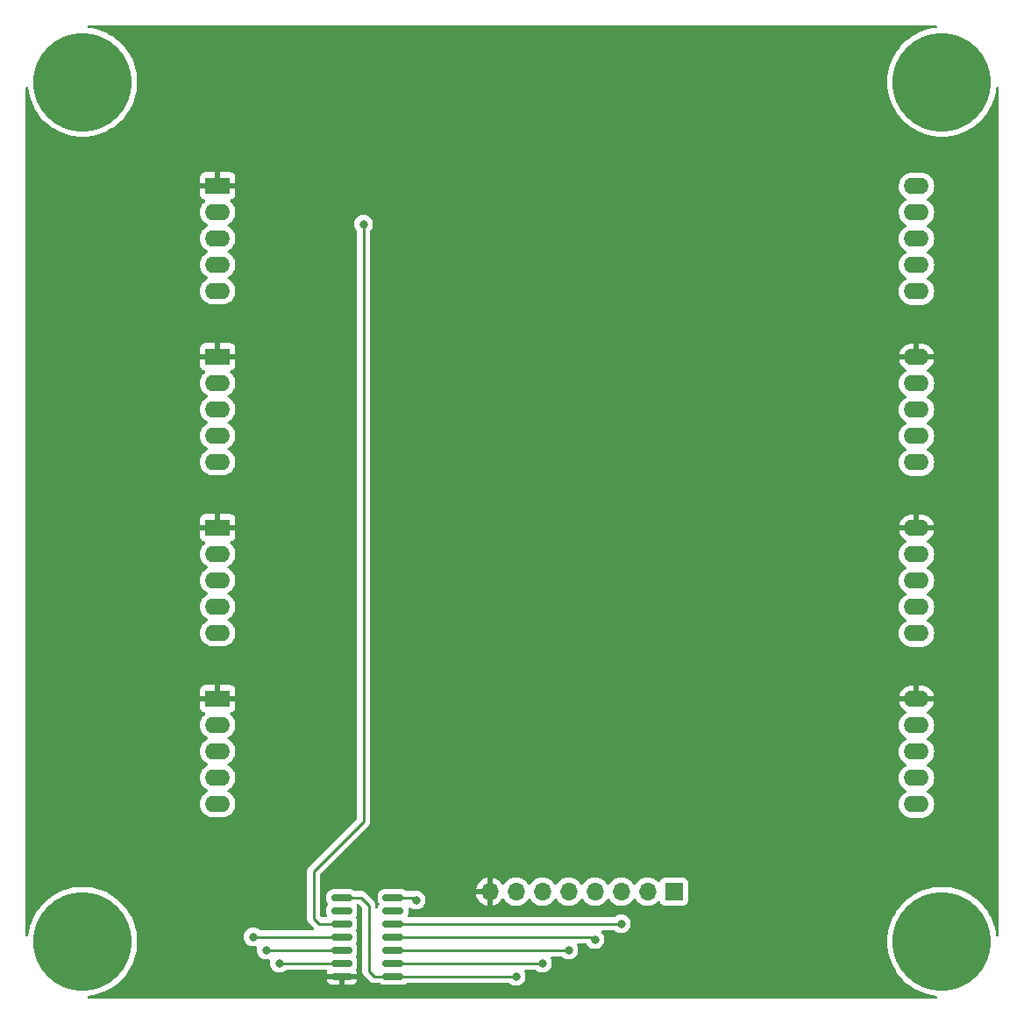
<source format=gbr>
%TF.GenerationSoftware,KiCad,Pcbnew,(6.0.1)*%
%TF.CreationDate,2022-06-12T20:44:29-04:00*%
%TF.ProjectId,MAX7219X4,4d415837-3231-4395-9834-2e6b69636164,1*%
%TF.SameCoordinates,Original*%
%TF.FileFunction,Copper,L1,Top*%
%TF.FilePolarity,Positive*%
%FSLAX46Y46*%
G04 Gerber Fmt 4.6, Leading zero omitted, Abs format (unit mm)*
G04 Created by KiCad (PCBNEW (6.0.1)) date 2022-06-12 20:44:29*
%MOMM*%
%LPD*%
G01*
G04 APERTURE LIST*
G04 Aperture macros list*
%AMRoundRect*
0 Rectangle with rounded corners*
0 $1 Rounding radius*
0 $2 $3 $4 $5 $6 $7 $8 $9 X,Y pos of 4 corners*
0 Add a 4 corners polygon primitive as box body*
4,1,4,$2,$3,$4,$5,$6,$7,$8,$9,$2,$3,0*
0 Add four circle primitives for the rounded corners*
1,1,$1+$1,$2,$3*
1,1,$1+$1,$4,$5*
1,1,$1+$1,$6,$7*
1,1,$1+$1,$8,$9*
0 Add four rect primitives between the rounded corners*
20,1,$1+$1,$2,$3,$4,$5,0*
20,1,$1+$1,$4,$5,$6,$7,0*
20,1,$1+$1,$6,$7,$8,$9,0*
20,1,$1+$1,$8,$9,$2,$3,0*%
G04 Aperture macros list end*
%TA.AperFunction,ComponentPad*%
%ADD10R,2.400000X1.600000*%
%TD*%
%TA.AperFunction,ComponentPad*%
%ADD11O,2.400000X1.600000*%
%TD*%
%TA.AperFunction,ComponentPad*%
%ADD12R,1.700000X1.700000*%
%TD*%
%TA.AperFunction,ComponentPad*%
%ADD13O,1.700000X1.700000*%
%TD*%
%TA.AperFunction,SMDPad,CuDef*%
%ADD14RoundRect,0.150000X0.825000X0.150000X-0.825000X0.150000X-0.825000X-0.150000X0.825000X-0.150000X0*%
%TD*%
%TA.AperFunction,ComponentPad*%
%ADD15C,9.525000*%
%TD*%
%TA.AperFunction,ViaPad*%
%ADD16C,0.800000*%
%TD*%
%TA.AperFunction,Conductor*%
%ADD17C,0.250000*%
%TD*%
G04 APERTURE END LIST*
D10*
%TO.P,BRD4,1,VCC*%
%TO.N,+5V*%
X74045000Y-43025000D03*
D11*
%TO.P,BRD4,2,GND*%
%TO.N,GND*%
X74045000Y-45565000D03*
%TO.P,BRD4,3,DIN*%
%TO.N,Net-(BRD3-Pad8)*%
X74045000Y-48105000D03*
%TO.P,BRD4,4,CS*%
%TO.N,Net-(BRD3-Pad7)*%
X74045000Y-50645000D03*
%TO.P,BRD4,5,CLKIN*%
%TO.N,Net-(BRD3-Pad6)*%
X74045000Y-53185000D03*
%TO.P,BRD4,6,CLKOUT*%
%TO.N,unconnected-(BRD4-Pad6)*%
X141545000Y-53225000D03*
%TO.P,BRD4,7,LODA*%
%TO.N,unconnected-(BRD4-Pad7)*%
X141545000Y-50685000D03*
%TO.P,BRD4,8,DOUT*%
%TO.N,/MAXOUT*%
X141545000Y-48145000D03*
%TO.P,BRD4,9,GND*%
%TO.N,unconnected-(BRD4-Pad9)*%
X141545000Y-45605000D03*
%TO.P,BRD4,10,VCC*%
%TO.N,unconnected-(BRD4-Pad10)*%
X141545000Y-43065000D03*
%TD*%
D10*
%TO.P,BRD1,1,VCC*%
%TO.N,+5V*%
X74045000Y-92555000D03*
D11*
%TO.P,BRD1,2,GND*%
%TO.N,GND*%
X74045000Y-95095000D03*
%TO.P,BRD1,3,DIN*%
%TO.N,Net-(BRD1-Pad3)*%
X74045000Y-97635000D03*
%TO.P,BRD1,4,CS*%
%TO.N,Net-(BRD1-Pad4)*%
X74045000Y-100175000D03*
%TO.P,BRD1,5,CLKIN*%
%TO.N,Net-(BRD1-Pad5)*%
X74045000Y-102715000D03*
%TO.P,BRD1,6,CLKOUT*%
%TO.N,Net-(BRD1-Pad6)*%
X141545000Y-102755000D03*
%TO.P,BRD1,7,LODA*%
%TO.N,Net-(BRD1-Pad7)*%
X141545000Y-100215000D03*
%TO.P,BRD1,8,DOUT*%
%TO.N,Net-(BRD1-Pad8)*%
X141545000Y-97675000D03*
%TO.P,BRD1,9,GND*%
%TO.N,GND*%
X141545000Y-95135000D03*
%TO.P,BRD1,10,VCC*%
%TO.N,+5V*%
X141545000Y-92595000D03*
%TD*%
D12*
%TO.P,J1,1,Pin_1*%
%TO.N,GND*%
X118110000Y-111195000D03*
D13*
%TO.P,J1,2,Pin_2*%
X115570000Y-111195000D03*
%TO.P,J1,3,Pin_3*%
%TO.N,/DOUT*%
X113030000Y-111195000D03*
%TO.P,J1,4,Pin_4*%
%TO.N,/CLK*%
X110490000Y-111195000D03*
%TO.P,J1,5,Pin_5*%
%TO.N,/CS*%
X107950000Y-111195000D03*
%TO.P,J1,6,Pin_6*%
%TO.N,/DIN*%
X105410000Y-111195000D03*
%TO.P,J1,7,Pin_7*%
%TO.N,Net-(J1-Pad7)*%
X102870000Y-111195000D03*
%TO.P,J1,8,Pin_8*%
%TO.N,+5V*%
X100330000Y-111195000D03*
%TD*%
D14*
%TO.P,U1,1,VCCA(LV)*%
%TO.N,Net-(J1-Pad7)*%
X90994000Y-119380000D03*
%TO.P,U1,2,A1*%
%TO.N,/DIN*%
X90994000Y-118110000D03*
%TO.P,U1,3,A2*%
%TO.N,/CS*%
X90994000Y-116840000D03*
%TO.P,U1,4,A3*%
%TO.N,/CLK*%
X90994000Y-115570000D03*
%TO.P,U1,5,A4*%
%TO.N,/DOUT*%
X90994000Y-114300000D03*
%TO.P,U1,6*%
%TO.N,N/C*%
X90994000Y-113030000D03*
%TO.P,U1,7,GND*%
%TO.N,GND*%
X90994000Y-111760000D03*
%TO.P,U1,8,OE*%
%TO.N,Net-(J1-Pad7)*%
X86044000Y-111760000D03*
%TO.P,U1,9*%
%TO.N,N/C*%
X86044000Y-113030000D03*
%TO.P,U1,10,B4*%
%TO.N,/MAXOUT*%
X86044000Y-114300000D03*
%TO.P,U1,11,B3*%
%TO.N,Net-(BRD1-Pad5)*%
X86044000Y-115570000D03*
%TO.P,U1,12,B2*%
%TO.N,Net-(BRD1-Pad4)*%
X86044000Y-116840000D03*
%TO.P,U1,13,B1*%
%TO.N,Net-(BRD1-Pad3)*%
X86044000Y-118110000D03*
%TO.P,U1,14,VCCB(HV)*%
%TO.N,+5V*%
X86044000Y-119380000D03*
%TD*%
D15*
%TO.P,MTG4,1*%
%TO.N,N/C*%
X144000000Y-33000000D03*
%TD*%
%TO.P,MTG1,1*%
%TO.N,N/C*%
X61000000Y-116000000D03*
%TD*%
D10*
%TO.P,BRD3,1,VCC*%
%TO.N,+5V*%
X74045000Y-59535000D03*
D11*
%TO.P,BRD3,2,GND*%
%TO.N,GND*%
X74045000Y-62075000D03*
%TO.P,BRD3,3,DIN*%
%TO.N,Net-(BRD2-Pad8)*%
X74045000Y-64615000D03*
%TO.P,BRD3,4,CS*%
%TO.N,Net-(BRD2-Pad7)*%
X74045000Y-67155000D03*
%TO.P,BRD3,5,CLKIN*%
%TO.N,Net-(BRD2-Pad6)*%
X74045000Y-69695000D03*
%TO.P,BRD3,6,CLKOUT*%
%TO.N,Net-(BRD3-Pad6)*%
X141545000Y-69735000D03*
%TO.P,BRD3,7,LODA*%
%TO.N,Net-(BRD3-Pad7)*%
X141545000Y-67195000D03*
%TO.P,BRD3,8,DOUT*%
%TO.N,Net-(BRD3-Pad8)*%
X141545000Y-64655000D03*
%TO.P,BRD3,9,GND*%
%TO.N,GND*%
X141545000Y-62115000D03*
%TO.P,BRD3,10,VCC*%
%TO.N,+5V*%
X141545000Y-59575000D03*
%TD*%
D15*
%TO.P,MTG2,1*%
%TO.N,N/C*%
X144000000Y-116000000D03*
%TD*%
D10*
%TO.P,BRD2,1,VCC*%
%TO.N,+5V*%
X74045000Y-76045000D03*
D11*
%TO.P,BRD2,2,GND*%
%TO.N,GND*%
X74045000Y-78585000D03*
%TO.P,BRD2,3,DIN*%
%TO.N,Net-(BRD1-Pad8)*%
X74045000Y-81125000D03*
%TO.P,BRD2,4,CS*%
%TO.N,Net-(BRD1-Pad7)*%
X74045000Y-83665000D03*
%TO.P,BRD2,5,CLKIN*%
%TO.N,Net-(BRD1-Pad6)*%
X74045000Y-86205000D03*
%TO.P,BRD2,6,CLKOUT*%
%TO.N,Net-(BRD2-Pad6)*%
X141545000Y-86245000D03*
%TO.P,BRD2,7,LODA*%
%TO.N,Net-(BRD2-Pad7)*%
X141545000Y-83705000D03*
%TO.P,BRD2,8,DOUT*%
%TO.N,Net-(BRD2-Pad8)*%
X141545000Y-81165000D03*
%TO.P,BRD2,9,GND*%
%TO.N,GND*%
X141545000Y-78625000D03*
%TO.P,BRD2,10,VCC*%
%TO.N,+5V*%
X141545000Y-76085000D03*
%TD*%
D15*
%TO.P,MTG3,1*%
%TO.N,N/C*%
X61000000Y-33000000D03*
%TD*%
D16*
%TO.N,GND*%
X93218000Y-112014000D03*
%TO.N,/MAXOUT*%
X88138000Y-46736000D03*
%TO.N,Net-(BRD1-Pad5)*%
X77470000Y-115570000D03*
%TO.N,Net-(BRD1-Pad4)*%
X78740000Y-116840000D03*
%TO.N,Net-(BRD1-Pad3)*%
X80010000Y-118110000D03*
%TO.N,Net-(J1-Pad7)*%
X102870000Y-119380000D03*
%TO.N,/DOUT*%
X113030000Y-114300000D03*
%TO.N,/CLK*%
X110490000Y-115824000D03*
%TO.N,/CS*%
X107950000Y-116840000D03*
%TO.N,/DIN*%
X105410000Y-118110000D03*
%TD*%
D17*
%TO.N,GND*%
X93013000Y-111760000D02*
X93267000Y-112014000D01*
X91059000Y-111760000D02*
X93013000Y-111760000D01*
%TO.N,/MAXOUT*%
X88138000Y-104394000D02*
X88138000Y-46736000D01*
X83312000Y-113792000D02*
X83312000Y-109220000D01*
X86044000Y-114300000D02*
X83820000Y-114300000D01*
X83820000Y-114300000D02*
X83312000Y-113792000D01*
X83312000Y-109220000D02*
X88138000Y-104394000D01*
%TO.N,Net-(BRD1-Pad5)*%
X86044000Y-115570000D02*
X77470000Y-115570000D01*
%TO.N,Net-(BRD1-Pad4)*%
X86044000Y-116840000D02*
X78740000Y-116840000D01*
%TO.N,Net-(BRD1-Pad3)*%
X86044000Y-118110000D02*
X80010000Y-118110000D01*
%TO.N,Net-(J1-Pad7)*%
X102870000Y-119380000D02*
X90994000Y-119380000D01*
X88646000Y-118872000D02*
X89154000Y-119380000D01*
X89154000Y-119380000D02*
X90994000Y-119380000D01*
X88646000Y-112522000D02*
X88646000Y-118872000D01*
X87884000Y-111760000D02*
X88646000Y-112522000D01*
X86044000Y-111760000D02*
X87884000Y-111760000D01*
%TO.N,/DOUT*%
X90994000Y-114300000D02*
X113030000Y-114300000D01*
%TO.N,/CLK*%
X90994000Y-115570000D02*
X110236000Y-115570000D01*
X110236000Y-115570000D02*
X110490000Y-115824000D01*
%TO.N,/CS*%
X90994000Y-116840000D02*
X107950000Y-116840000D01*
%TO.N,/DIN*%
X90994000Y-118110000D02*
X105410000Y-118110000D01*
%TD*%
%TA.AperFunction,Conductor*%
%TO.N,+5V*%
G36*
X143478913Y-27528002D02*
G01*
X143525406Y-27581658D01*
X143535510Y-27651932D01*
X143506016Y-27716512D01*
X143446290Y-27754896D01*
X143427238Y-27758922D01*
X143086553Y-27803774D01*
X143086548Y-27803775D01*
X143083828Y-27804133D01*
X142634465Y-27903754D01*
X142631840Y-27904582D01*
X142631835Y-27904583D01*
X142198122Y-28041332D01*
X142198114Y-28041335D01*
X142195494Y-28042161D01*
X141770257Y-28218300D01*
X141361989Y-28430831D01*
X140973798Y-28678136D01*
X140734853Y-28861485D01*
X140610806Y-28956669D01*
X140610800Y-28956674D01*
X140608638Y-28958333D01*
X140269289Y-29269289D01*
X139958333Y-29608638D01*
X139956674Y-29610800D01*
X139956669Y-29610806D01*
X139861485Y-29734853D01*
X139678136Y-29973798D01*
X139430831Y-30361989D01*
X139218300Y-30770257D01*
X139042161Y-31195494D01*
X138903754Y-31634465D01*
X138804133Y-32083828D01*
X138744055Y-32540164D01*
X138723978Y-33000000D01*
X138724098Y-33002748D01*
X138725842Y-33042681D01*
X138744055Y-33459836D01*
X138804133Y-33916172D01*
X138903754Y-34365535D01*
X139042161Y-34804506D01*
X139218300Y-35229743D01*
X139430831Y-35638011D01*
X139678136Y-36026202D01*
X139958333Y-36391362D01*
X140269289Y-36730711D01*
X140608638Y-37041667D01*
X140610800Y-37043326D01*
X140610806Y-37043331D01*
X140734853Y-37138515D01*
X140973798Y-37321864D01*
X141361989Y-37569169D01*
X141770257Y-37781700D01*
X142195494Y-37957839D01*
X142198114Y-37958665D01*
X142198122Y-37958668D01*
X142631835Y-38095417D01*
X142631840Y-38095418D01*
X142634465Y-38096246D01*
X143083828Y-38195867D01*
X143086548Y-38196225D01*
X143086553Y-38196226D01*
X143257423Y-38218721D01*
X143540164Y-38255945D01*
X143542913Y-38256065D01*
X143542924Y-38256066D01*
X143997252Y-38275902D01*
X144000000Y-38276022D01*
X144002748Y-38275902D01*
X144457076Y-38256066D01*
X144457087Y-38256065D01*
X144459836Y-38255945D01*
X144742577Y-38218721D01*
X144913447Y-38196226D01*
X144913452Y-38196225D01*
X144916172Y-38195867D01*
X145365535Y-38096246D01*
X145368160Y-38095418D01*
X145368165Y-38095417D01*
X145801878Y-37958668D01*
X145801886Y-37958665D01*
X145804506Y-37957839D01*
X146229743Y-37781700D01*
X146638011Y-37569169D01*
X147026202Y-37321864D01*
X147265147Y-37138515D01*
X147389194Y-37043331D01*
X147389200Y-37043326D01*
X147391362Y-37041667D01*
X147730711Y-36730711D01*
X148041667Y-36391362D01*
X148321864Y-36026202D01*
X148569169Y-35638011D01*
X148781700Y-35229743D01*
X148957839Y-34804506D01*
X149096246Y-34365535D01*
X149195867Y-33916172D01*
X149241078Y-33572762D01*
X149269800Y-33507834D01*
X149329066Y-33468743D01*
X149400057Y-33467898D01*
X149460236Y-33505568D01*
X149490495Y-33569794D01*
X149492000Y-33589208D01*
X149492000Y-115410792D01*
X149471998Y-115478913D01*
X149418342Y-115525406D01*
X149348068Y-115535510D01*
X149283488Y-115506016D01*
X149245104Y-115446290D01*
X149241078Y-115427238D01*
X149196226Y-115086553D01*
X149196225Y-115086548D01*
X149195867Y-115083828D01*
X149096246Y-114634465D01*
X149059827Y-114518958D01*
X148958668Y-114198122D01*
X148958665Y-114198114D01*
X148957839Y-114195494D01*
X148781700Y-113770257D01*
X148569169Y-113361989D01*
X148321864Y-112973798D01*
X148108753Y-112696066D01*
X148043331Y-112610806D01*
X148043326Y-112610800D01*
X148041667Y-112608638D01*
X147730711Y-112269289D01*
X147710722Y-112250972D01*
X147393382Y-111960184D01*
X147391362Y-111958333D01*
X147389200Y-111956674D01*
X147389194Y-111956669D01*
X147239943Y-111842145D01*
X147026202Y-111678136D01*
X146638011Y-111430831D01*
X146229743Y-111218300D01*
X146193272Y-111203193D01*
X146155636Y-111187604D01*
X145804506Y-111042161D01*
X145801886Y-111041335D01*
X145801878Y-111041332D01*
X145368165Y-110904583D01*
X145368160Y-110904582D01*
X145365535Y-110903754D01*
X144916172Y-110804133D01*
X144913452Y-110803775D01*
X144913447Y-110803774D01*
X144742577Y-110781279D01*
X144459836Y-110744055D01*
X144457087Y-110743935D01*
X144457076Y-110743934D01*
X144002748Y-110724098D01*
X144000000Y-110723978D01*
X143997252Y-110724098D01*
X143542924Y-110743934D01*
X143542913Y-110743935D01*
X143540164Y-110744055D01*
X143257423Y-110781279D01*
X143086553Y-110803774D01*
X143086548Y-110803775D01*
X143083828Y-110804133D01*
X142634465Y-110903754D01*
X142631840Y-110904582D01*
X142631835Y-110904583D01*
X142198122Y-111041332D01*
X142198114Y-111041335D01*
X142195494Y-111042161D01*
X141844364Y-111187604D01*
X141806729Y-111203193D01*
X141770257Y-111218300D01*
X141361989Y-111430831D01*
X140973798Y-111678136D01*
X140760057Y-111842145D01*
X140610806Y-111956669D01*
X140610800Y-111956674D01*
X140608638Y-111958333D01*
X140606618Y-111960184D01*
X140289279Y-112250972D01*
X140269289Y-112269289D01*
X139958333Y-112608638D01*
X139956674Y-112610800D01*
X139956669Y-112610806D01*
X139891247Y-112696066D01*
X139678136Y-112973798D01*
X139430831Y-113361989D01*
X139218300Y-113770257D01*
X139042161Y-114195494D01*
X139041335Y-114198114D01*
X139041332Y-114198122D01*
X138940173Y-114518958D01*
X138903754Y-114634465D01*
X138804133Y-115083828D01*
X138803775Y-115086548D01*
X138803774Y-115086553D01*
X138784090Y-115236066D01*
X138744055Y-115540164D01*
X138743935Y-115542913D01*
X138743934Y-115542924D01*
X138725706Y-115960423D01*
X138723978Y-116000000D01*
X138724098Y-116002748D01*
X138739952Y-116365852D01*
X138744055Y-116459836D01*
X138804133Y-116916172D01*
X138903754Y-117365535D01*
X138904582Y-117368160D01*
X138904583Y-117368165D01*
X139029772Y-117765212D01*
X139042161Y-117804506D01*
X139218300Y-118229743D01*
X139430831Y-118638011D01*
X139678136Y-119026202D01*
X139803878Y-119190072D01*
X139949615Y-119380000D01*
X139958333Y-119391362D01*
X140269289Y-119730711D01*
X140608638Y-120041667D01*
X140610800Y-120043326D01*
X140610806Y-120043331D01*
X140729813Y-120134648D01*
X140973798Y-120321864D01*
X141361989Y-120569169D01*
X141770257Y-120781700D01*
X142195494Y-120957839D01*
X142198114Y-120958665D01*
X142198122Y-120958668D01*
X142631835Y-121095417D01*
X142631840Y-121095418D01*
X142634465Y-121096246D01*
X143083828Y-121195867D01*
X143086548Y-121196225D01*
X143086553Y-121196226D01*
X143427238Y-121241078D01*
X143492166Y-121269800D01*
X143531257Y-121329066D01*
X143532102Y-121400057D01*
X143494432Y-121460236D01*
X143430206Y-121490495D01*
X143410792Y-121492000D01*
X61589208Y-121492000D01*
X61521087Y-121471998D01*
X61474594Y-121418342D01*
X61464490Y-121348068D01*
X61493984Y-121283488D01*
X61553710Y-121245104D01*
X61572762Y-121241078D01*
X61913447Y-121196226D01*
X61913452Y-121196225D01*
X61916172Y-121195867D01*
X62365535Y-121096246D01*
X62368160Y-121095418D01*
X62368165Y-121095417D01*
X62801878Y-120958668D01*
X62801886Y-120958665D01*
X62804506Y-120957839D01*
X63229743Y-120781700D01*
X63638011Y-120569169D01*
X64026202Y-120321864D01*
X64270187Y-120134648D01*
X64389194Y-120043331D01*
X64389200Y-120043326D01*
X64391362Y-120041667D01*
X64730711Y-119730711D01*
X64808453Y-119645871D01*
X84567456Y-119645871D01*
X84608107Y-119785790D01*
X84614352Y-119800221D01*
X84690911Y-119929678D01*
X84700551Y-119942104D01*
X84806896Y-120048449D01*
X84819322Y-120058089D01*
X84948779Y-120134648D01*
X84963210Y-120140893D01*
X85109065Y-120183269D01*
X85121667Y-120185570D01*
X85150084Y-120187807D01*
X85155014Y-120188000D01*
X85771885Y-120188000D01*
X85787124Y-120183525D01*
X85788329Y-120182135D01*
X85790000Y-120174452D01*
X85790000Y-120169884D01*
X86298000Y-120169884D01*
X86302475Y-120185123D01*
X86303865Y-120186328D01*
X86311548Y-120187999D01*
X86932984Y-120187999D01*
X86937920Y-120187805D01*
X86966336Y-120185570D01*
X86978931Y-120183270D01*
X87124790Y-120140893D01*
X87139221Y-120134648D01*
X87268678Y-120058089D01*
X87281104Y-120048449D01*
X87387449Y-119942104D01*
X87397089Y-119929678D01*
X87473648Y-119800221D01*
X87479893Y-119785790D01*
X87518939Y-119651395D01*
X87518899Y-119637294D01*
X87511630Y-119634000D01*
X86316115Y-119634000D01*
X86300876Y-119638475D01*
X86299671Y-119639865D01*
X86298000Y-119647548D01*
X86298000Y-120169884D01*
X85790000Y-120169884D01*
X85790000Y-119652115D01*
X85785525Y-119636876D01*
X85784135Y-119635671D01*
X85776452Y-119634000D01*
X84582122Y-119634000D01*
X84568591Y-119637973D01*
X84567456Y-119645871D01*
X64808453Y-119645871D01*
X65041667Y-119391362D01*
X65050386Y-119380000D01*
X65196122Y-119190072D01*
X65321864Y-119026202D01*
X65569169Y-118638011D01*
X65781700Y-118229743D01*
X65957839Y-117804506D01*
X65970229Y-117765212D01*
X66095417Y-117368165D01*
X66095418Y-117368160D01*
X66096246Y-117365535D01*
X66195867Y-116916172D01*
X66255945Y-116459836D01*
X66260049Y-116365852D01*
X66275902Y-116002748D01*
X66276022Y-116000000D01*
X66274294Y-115960423D01*
X66257248Y-115570000D01*
X76556496Y-115570000D01*
X76576458Y-115759928D01*
X76635473Y-115941556D01*
X76730960Y-116106944D01*
X76735378Y-116111851D01*
X76735379Y-116111852D01*
X76835909Y-116223502D01*
X76858747Y-116248866D01*
X76869135Y-116256413D01*
X77005143Y-116355229D01*
X77013248Y-116361118D01*
X77019276Y-116363802D01*
X77019278Y-116363803D01*
X77159872Y-116426399D01*
X77187712Y-116438794D01*
X77273722Y-116457076D01*
X77368056Y-116477128D01*
X77368061Y-116477128D01*
X77374513Y-116478500D01*
X77565487Y-116478500D01*
X77571939Y-116477128D01*
X77571944Y-116477128D01*
X77713716Y-116446993D01*
X77784507Y-116452395D01*
X77841139Y-116495212D01*
X77865633Y-116561850D01*
X77859746Y-116609176D01*
X77846458Y-116650072D01*
X77845768Y-116656633D01*
X77845768Y-116656635D01*
X77827186Y-116833435D01*
X77826496Y-116840000D01*
X77846458Y-117029928D01*
X77905473Y-117211556D01*
X78000960Y-117376944D01*
X78005378Y-117381851D01*
X78005379Y-117381852D01*
X78105909Y-117493502D01*
X78128747Y-117518866D01*
X78283248Y-117631118D01*
X78289276Y-117633802D01*
X78289278Y-117633803D01*
X78429872Y-117696399D01*
X78457712Y-117708794D01*
X78551113Y-117728647D01*
X78638056Y-117747128D01*
X78638061Y-117747128D01*
X78644513Y-117748500D01*
X78835487Y-117748500D01*
X78841939Y-117747128D01*
X78841944Y-117747128D01*
X78983716Y-117716993D01*
X79054507Y-117722395D01*
X79111139Y-117765212D01*
X79135633Y-117831850D01*
X79129746Y-117879176D01*
X79116458Y-117920072D01*
X79096496Y-118110000D01*
X79097186Y-118116565D01*
X79106598Y-118206111D01*
X79116458Y-118299928D01*
X79175473Y-118481556D01*
X79270960Y-118646944D01*
X79275378Y-118651851D01*
X79275379Y-118651852D01*
X79361905Y-118747949D01*
X79398747Y-118788866D01*
X79473333Y-118843056D01*
X79526877Y-118881958D01*
X79553248Y-118901118D01*
X79559276Y-118903802D01*
X79559278Y-118903803D01*
X79712203Y-118971889D01*
X79727712Y-118978794D01*
X79821112Y-118998647D01*
X79908056Y-119017128D01*
X79908061Y-119017128D01*
X79914513Y-119018500D01*
X80105487Y-119018500D01*
X80111939Y-119017128D01*
X80111944Y-119017128D01*
X80198888Y-118998647D01*
X80292288Y-118978794D01*
X80307797Y-118971889D01*
X80460722Y-118903803D01*
X80460724Y-118903802D01*
X80466752Y-118901118D01*
X80493124Y-118881958D01*
X80615242Y-118793233D01*
X80621253Y-118788866D01*
X80625668Y-118783963D01*
X80630580Y-118779540D01*
X80631705Y-118780789D01*
X80685014Y-118747949D01*
X80718200Y-118743500D01*
X84521357Y-118743500D01*
X84589478Y-118763502D01*
X84635971Y-118817158D01*
X84646075Y-118887432D01*
X84629811Y-118933639D01*
X84614352Y-118959779D01*
X84608107Y-118974210D01*
X84569061Y-119108605D01*
X84569101Y-119122706D01*
X84576370Y-119126000D01*
X87505878Y-119126000D01*
X87519409Y-119122027D01*
X87520544Y-119114129D01*
X87479893Y-118974210D01*
X87473648Y-118959779D01*
X87397089Y-118830323D01*
X87391129Y-118822640D01*
X87365180Y-118756556D01*
X87379078Y-118686933D01*
X87389421Y-118670839D01*
X87393453Y-118666807D01*
X87478145Y-118523601D01*
X87488698Y-118487279D01*
X87522767Y-118370008D01*
X87524562Y-118363831D01*
X87525753Y-118348710D01*
X87527307Y-118328958D01*
X87527307Y-118328950D01*
X87527500Y-118326502D01*
X87527500Y-117893498D01*
X87524562Y-117856169D01*
X87490360Y-117738444D01*
X87480357Y-117704012D01*
X87480356Y-117704010D01*
X87478145Y-117696399D01*
X87393453Y-117553193D01*
X87390771Y-117550511D01*
X87365498Y-117486139D01*
X87379400Y-117416516D01*
X87389572Y-117400688D01*
X87393453Y-117396807D01*
X87478145Y-117253601D01*
X87488698Y-117217279D01*
X87522767Y-117100008D01*
X87524562Y-117093831D01*
X87525753Y-117078710D01*
X87527307Y-117058958D01*
X87527307Y-117058950D01*
X87527500Y-117056502D01*
X87527500Y-116623498D01*
X87527052Y-116617803D01*
X87525067Y-116592579D01*
X87525066Y-116592574D01*
X87524562Y-116586169D01*
X87490360Y-116468444D01*
X87480357Y-116434012D01*
X87480356Y-116434010D01*
X87478145Y-116426399D01*
X87393453Y-116283193D01*
X87390771Y-116280511D01*
X87365498Y-116216139D01*
X87379400Y-116146516D01*
X87389572Y-116130688D01*
X87393453Y-116126807D01*
X87478145Y-115983601D01*
X87488698Y-115947279D01*
X87521081Y-115835813D01*
X87524562Y-115823831D01*
X87525753Y-115808710D01*
X87527307Y-115788958D01*
X87527307Y-115788950D01*
X87527500Y-115786502D01*
X87527500Y-115353498D01*
X87524562Y-115316169D01*
X87490360Y-115198444D01*
X87480357Y-115164012D01*
X87480356Y-115164010D01*
X87478145Y-115156399D01*
X87393453Y-115013193D01*
X87390771Y-115010511D01*
X87365498Y-114946139D01*
X87379400Y-114876516D01*
X87389572Y-114860688D01*
X87393453Y-114856807D01*
X87478145Y-114713601D01*
X87481799Y-114701026D01*
X87495528Y-114653769D01*
X87524562Y-114553831D01*
X87525753Y-114538710D01*
X87527307Y-114518958D01*
X87527307Y-114518950D01*
X87527500Y-114516502D01*
X87527500Y-114083498D01*
X87524562Y-114046169D01*
X87492186Y-113934729D01*
X87480357Y-113894012D01*
X87480356Y-113894010D01*
X87478145Y-113886399D01*
X87393453Y-113743193D01*
X87390771Y-113740511D01*
X87365498Y-113676139D01*
X87379400Y-113606516D01*
X87389572Y-113590688D01*
X87393453Y-113586807D01*
X87478145Y-113443601D01*
X87524562Y-113283831D01*
X87525753Y-113268710D01*
X87527307Y-113248958D01*
X87527307Y-113248950D01*
X87527500Y-113246502D01*
X87527500Y-112813498D01*
X87527052Y-112807803D01*
X87525067Y-112782579D01*
X87525066Y-112782574D01*
X87524562Y-112776169D01*
X87478145Y-112616399D01*
X87458769Y-112583637D01*
X87441311Y-112514822D01*
X87463828Y-112447491D01*
X87519173Y-112403022D01*
X87567224Y-112393500D01*
X87569405Y-112393500D01*
X87637526Y-112413502D01*
X87658501Y-112430405D01*
X87975596Y-112747501D01*
X88009621Y-112809813D01*
X88012500Y-112836596D01*
X88012500Y-118793233D01*
X88011973Y-118804416D01*
X88010298Y-118811909D01*
X88010547Y-118819835D01*
X88010547Y-118819836D01*
X88012438Y-118879986D01*
X88012500Y-118883945D01*
X88012500Y-118911856D01*
X88012997Y-118915790D01*
X88012997Y-118915791D01*
X88013005Y-118915856D01*
X88013938Y-118927693D01*
X88015327Y-118971889D01*
X88017732Y-118980166D01*
X88020978Y-118991339D01*
X88024987Y-119010700D01*
X88027526Y-119030797D01*
X88030445Y-119038168D01*
X88030445Y-119038170D01*
X88043804Y-119071912D01*
X88047649Y-119083142D01*
X88059982Y-119125593D01*
X88064015Y-119132412D01*
X88064017Y-119132417D01*
X88070293Y-119143028D01*
X88078988Y-119160776D01*
X88086448Y-119179617D01*
X88091110Y-119186033D01*
X88091110Y-119186034D01*
X88112436Y-119215387D01*
X88118952Y-119225307D01*
X88137268Y-119256277D01*
X88141458Y-119263362D01*
X88155779Y-119277683D01*
X88168619Y-119292716D01*
X88180528Y-119309107D01*
X88186634Y-119314158D01*
X88214605Y-119337298D01*
X88223384Y-119345288D01*
X88650343Y-119772247D01*
X88657887Y-119780537D01*
X88662000Y-119787018D01*
X88667777Y-119792443D01*
X88711667Y-119833658D01*
X88714509Y-119836413D01*
X88734230Y-119856134D01*
X88737425Y-119858612D01*
X88746447Y-119866318D01*
X88778679Y-119896586D01*
X88785628Y-119900406D01*
X88796432Y-119906346D01*
X88812956Y-119917199D01*
X88828959Y-119929613D01*
X88869543Y-119947176D01*
X88880173Y-119952383D01*
X88918940Y-119973695D01*
X88926617Y-119975666D01*
X88926622Y-119975668D01*
X88938558Y-119978732D01*
X88957266Y-119985137D01*
X88975855Y-119993181D01*
X88983680Y-119994420D01*
X88983682Y-119994421D01*
X89019519Y-120000097D01*
X89031140Y-120002504D01*
X89066289Y-120011528D01*
X89073970Y-120013500D01*
X89094231Y-120013500D01*
X89113940Y-120015051D01*
X89133943Y-120018219D01*
X89141835Y-120017473D01*
X89147062Y-120016979D01*
X89177954Y-120014059D01*
X89189811Y-120013500D01*
X89669050Y-120013500D01*
X89737171Y-120033502D01*
X89750271Y-120044059D01*
X89750325Y-120043989D01*
X89756585Y-120048845D01*
X89762193Y-120054453D01*
X89769017Y-120058489D01*
X89769020Y-120058491D01*
X89876589Y-120122107D01*
X89905399Y-120139145D01*
X89913010Y-120141356D01*
X89913012Y-120141357D01*
X89965231Y-120156528D01*
X90065169Y-120185562D01*
X90071574Y-120186066D01*
X90071579Y-120186067D01*
X90100042Y-120188307D01*
X90100050Y-120188307D01*
X90102498Y-120188500D01*
X91885502Y-120188500D01*
X91887950Y-120188307D01*
X91887958Y-120188307D01*
X91916421Y-120186067D01*
X91916426Y-120186066D01*
X91922831Y-120185562D01*
X92022769Y-120156528D01*
X92074988Y-120141357D01*
X92074990Y-120141356D01*
X92082601Y-120139145D01*
X92111411Y-120122107D01*
X92218980Y-120058491D01*
X92218983Y-120058489D01*
X92225807Y-120054453D01*
X92231415Y-120048845D01*
X92237675Y-120043989D01*
X92238844Y-120045496D01*
X92292167Y-120016379D01*
X92318950Y-120013500D01*
X102161800Y-120013500D01*
X102229921Y-120033502D01*
X102249147Y-120049843D01*
X102249420Y-120049540D01*
X102254332Y-120053963D01*
X102258747Y-120058866D01*
X102280329Y-120074546D01*
X102372286Y-120141357D01*
X102413248Y-120171118D01*
X102419276Y-120173802D01*
X102419278Y-120173803D01*
X102581681Y-120246109D01*
X102587712Y-120248794D01*
X102681112Y-120268647D01*
X102768056Y-120287128D01*
X102768061Y-120287128D01*
X102774513Y-120288500D01*
X102965487Y-120288500D01*
X102971939Y-120287128D01*
X102971944Y-120287128D01*
X103058888Y-120268647D01*
X103152288Y-120248794D01*
X103158319Y-120246109D01*
X103320722Y-120173803D01*
X103320724Y-120173802D01*
X103326752Y-120171118D01*
X103481253Y-120058866D01*
X103489650Y-120049540D01*
X103604621Y-119921852D01*
X103604622Y-119921851D01*
X103609040Y-119916944D01*
X103684762Y-119785790D01*
X103701223Y-119757279D01*
X103701224Y-119757278D01*
X103704527Y-119751556D01*
X103763542Y-119569928D01*
X103783504Y-119380000D01*
X103771245Y-119263362D01*
X103764232Y-119196635D01*
X103764232Y-119196633D01*
X103763542Y-119190072D01*
X103704527Y-119008444D01*
X103700149Y-119000861D01*
X103660681Y-118932500D01*
X103643943Y-118863504D01*
X103667164Y-118796413D01*
X103722971Y-118752526D01*
X103769800Y-118743500D01*
X104701800Y-118743500D01*
X104769921Y-118763502D01*
X104789147Y-118779843D01*
X104789420Y-118779540D01*
X104794332Y-118783963D01*
X104798747Y-118788866D01*
X104804758Y-118793233D01*
X104926877Y-118881958D01*
X104953248Y-118901118D01*
X104959276Y-118903802D01*
X104959278Y-118903803D01*
X105112203Y-118971889D01*
X105127712Y-118978794D01*
X105221112Y-118998647D01*
X105308056Y-119017128D01*
X105308061Y-119017128D01*
X105314513Y-119018500D01*
X105505487Y-119018500D01*
X105511939Y-119017128D01*
X105511944Y-119017128D01*
X105598888Y-118998647D01*
X105692288Y-118978794D01*
X105707797Y-118971889D01*
X105860722Y-118903803D01*
X105860724Y-118903802D01*
X105866752Y-118901118D01*
X105893124Y-118881958D01*
X105946667Y-118843056D01*
X106021253Y-118788866D01*
X106058095Y-118747949D01*
X106144621Y-118651852D01*
X106144622Y-118651851D01*
X106149040Y-118646944D01*
X106244527Y-118481556D01*
X106303542Y-118299928D01*
X106313403Y-118206111D01*
X106322814Y-118116565D01*
X106323504Y-118110000D01*
X106303542Y-117920072D01*
X106244527Y-117738444D01*
X106227409Y-117708794D01*
X106200681Y-117662500D01*
X106183943Y-117593504D01*
X106207164Y-117526413D01*
X106262971Y-117482526D01*
X106309800Y-117473500D01*
X107241800Y-117473500D01*
X107309921Y-117493502D01*
X107329147Y-117509843D01*
X107329420Y-117509540D01*
X107334332Y-117513963D01*
X107338747Y-117518866D01*
X107349135Y-117526413D01*
X107384662Y-117552225D01*
X107493248Y-117631118D01*
X107499276Y-117633802D01*
X107499278Y-117633803D01*
X107639872Y-117696399D01*
X107667712Y-117708794D01*
X107761113Y-117728647D01*
X107848056Y-117747128D01*
X107848061Y-117747128D01*
X107854513Y-117748500D01*
X108045487Y-117748500D01*
X108051939Y-117747128D01*
X108051944Y-117747128D01*
X108138887Y-117728647D01*
X108232288Y-117708794D01*
X108260128Y-117696399D01*
X108400722Y-117633803D01*
X108400724Y-117633802D01*
X108406752Y-117631118D01*
X108561253Y-117518866D01*
X108584091Y-117493502D01*
X108684621Y-117381852D01*
X108684622Y-117381851D01*
X108689040Y-117376944D01*
X108784527Y-117211556D01*
X108843542Y-117029928D01*
X108863504Y-116840000D01*
X108862814Y-116833435D01*
X108844232Y-116656635D01*
X108844232Y-116656633D01*
X108843542Y-116650072D01*
X108784527Y-116468444D01*
X108767409Y-116438794D01*
X108740681Y-116392500D01*
X108723943Y-116323504D01*
X108747164Y-116256413D01*
X108802971Y-116212526D01*
X108849800Y-116203500D01*
X109587313Y-116203500D01*
X109655434Y-116223502D01*
X109696431Y-116266498D01*
X109750960Y-116360944D01*
X109755378Y-116365851D01*
X109755379Y-116365852D01*
X109840003Y-116459836D01*
X109878747Y-116502866D01*
X109931535Y-116541219D01*
X110025070Y-116609176D01*
X110033248Y-116615118D01*
X110039276Y-116617802D01*
X110039278Y-116617803D01*
X110111756Y-116650072D01*
X110207712Y-116692794D01*
X110301113Y-116712647D01*
X110388056Y-116731128D01*
X110388061Y-116731128D01*
X110394513Y-116732500D01*
X110585487Y-116732500D01*
X110591939Y-116731128D01*
X110591944Y-116731128D01*
X110678887Y-116712647D01*
X110772288Y-116692794D01*
X110868244Y-116650072D01*
X110940722Y-116617803D01*
X110940724Y-116617802D01*
X110946752Y-116615118D01*
X110954931Y-116609176D01*
X111048465Y-116541219D01*
X111101253Y-116502866D01*
X111139997Y-116459836D01*
X111224621Y-116365852D01*
X111224622Y-116365851D01*
X111229040Y-116360944D01*
X111308392Y-116223502D01*
X111321223Y-116201279D01*
X111321224Y-116201278D01*
X111324527Y-116195556D01*
X111383542Y-116013928D01*
X111386730Y-115983601D01*
X111402814Y-115830565D01*
X111403504Y-115824000D01*
X111383542Y-115634072D01*
X111324527Y-115452444D01*
X111229040Y-115287056D01*
X111183129Y-115236066D01*
X111101253Y-115145134D01*
X111103132Y-115143442D01*
X111071864Y-115092672D01*
X111073226Y-115021688D01*
X111112749Y-114962710D01*
X111177884Y-114934461D01*
X111193419Y-114933500D01*
X112321800Y-114933500D01*
X112389921Y-114953502D01*
X112409147Y-114969843D01*
X112409420Y-114969540D01*
X112414332Y-114973963D01*
X112418747Y-114978866D01*
X112438867Y-114993484D01*
X112486578Y-115028148D01*
X112573248Y-115091118D01*
X112579276Y-115093802D01*
X112579278Y-115093803D01*
X112719872Y-115156399D01*
X112747712Y-115168794D01*
X112841112Y-115188647D01*
X112928056Y-115207128D01*
X112928061Y-115207128D01*
X112934513Y-115208500D01*
X113125487Y-115208500D01*
X113131939Y-115207128D01*
X113131944Y-115207128D01*
X113218888Y-115188647D01*
X113312288Y-115168794D01*
X113340128Y-115156399D01*
X113480722Y-115093803D01*
X113480724Y-115093802D01*
X113486752Y-115091118D01*
X113641253Y-114978866D01*
X113664091Y-114953502D01*
X113764621Y-114841852D01*
X113764622Y-114841851D01*
X113769040Y-114836944D01*
X113847409Y-114701206D01*
X113861223Y-114677279D01*
X113861224Y-114677278D01*
X113864527Y-114671556D01*
X113923542Y-114489928D01*
X113943504Y-114300000D01*
X113931245Y-114183362D01*
X113924232Y-114116635D01*
X113924232Y-114116633D01*
X113923542Y-114110072D01*
X113864527Y-113928444D01*
X113854652Y-113911339D01*
X113791500Y-113801958D01*
X113769040Y-113763056D01*
X113670721Y-113653861D01*
X113645675Y-113626045D01*
X113645674Y-113626044D01*
X113641253Y-113621134D01*
X113486752Y-113508882D01*
X113480724Y-113506198D01*
X113480722Y-113506197D01*
X113318319Y-113433891D01*
X113318318Y-113433891D01*
X113312288Y-113431206D01*
X113218887Y-113411353D01*
X113131944Y-113392872D01*
X113131939Y-113392872D01*
X113125487Y-113391500D01*
X112934513Y-113391500D01*
X112928061Y-113392872D01*
X112928056Y-113392872D01*
X112841113Y-113411353D01*
X112747712Y-113431206D01*
X112741682Y-113433891D01*
X112741681Y-113433891D01*
X112579278Y-113506197D01*
X112579276Y-113506198D01*
X112573248Y-113508882D01*
X112567907Y-113512762D01*
X112567906Y-113512763D01*
X112457687Y-113592842D01*
X112418747Y-113621134D01*
X112414332Y-113626037D01*
X112409420Y-113630460D01*
X112408295Y-113629211D01*
X112354986Y-113662051D01*
X112321800Y-113666500D01*
X92517224Y-113666500D01*
X92449103Y-113646498D01*
X92402610Y-113592842D01*
X92392506Y-113522568D01*
X92408769Y-113476364D01*
X92428145Y-113443601D01*
X92474562Y-113283831D01*
X92475753Y-113268710D01*
X92477307Y-113248958D01*
X92477307Y-113248950D01*
X92477500Y-113246502D01*
X92477500Y-112846252D01*
X92497502Y-112778131D01*
X92551158Y-112731638D01*
X92621432Y-112721534D01*
X92677561Y-112744316D01*
X92755906Y-112801237D01*
X92761248Y-112805118D01*
X92767276Y-112807802D01*
X92767278Y-112807803D01*
X92929681Y-112880109D01*
X92935712Y-112882794D01*
X93029112Y-112902647D01*
X93116056Y-112921128D01*
X93116061Y-112921128D01*
X93122513Y-112922500D01*
X93313487Y-112922500D01*
X93319939Y-112921128D01*
X93319944Y-112921128D01*
X93406888Y-112902647D01*
X93500288Y-112882794D01*
X93506319Y-112880109D01*
X93668722Y-112807803D01*
X93668724Y-112807802D01*
X93674752Y-112805118D01*
X93694110Y-112791054D01*
X93789795Y-112721534D01*
X93829253Y-112692866D01*
X93912178Y-112600768D01*
X93952621Y-112555852D01*
X93952622Y-112555851D01*
X93957040Y-112550944D01*
X94043564Y-112401081D01*
X94049223Y-112391279D01*
X94049224Y-112391278D01*
X94052527Y-112385556D01*
X94111542Y-112203928D01*
X94114730Y-112173601D01*
X94130814Y-112020565D01*
X94131504Y-112014000D01*
X94119188Y-111896819D01*
X94112232Y-111830635D01*
X94112232Y-111830633D01*
X94111542Y-111824072D01*
X94052527Y-111642444D01*
X93957040Y-111477056D01*
X93944354Y-111462966D01*
X98998257Y-111462966D01*
X99028565Y-111597446D01*
X99031645Y-111607275D01*
X99111770Y-111804603D01*
X99116413Y-111813794D01*
X99227694Y-111995388D01*
X99233777Y-112003699D01*
X99373213Y-112164667D01*
X99380580Y-112171883D01*
X99544434Y-112307916D01*
X99552881Y-112313831D01*
X99736756Y-112421279D01*
X99746042Y-112425729D01*
X99945001Y-112501703D01*
X99954899Y-112504579D01*
X100058250Y-112525606D01*
X100072299Y-112524410D01*
X100076000Y-112514065D01*
X100076000Y-112513517D01*
X100584000Y-112513517D01*
X100588064Y-112527359D01*
X100601478Y-112529393D01*
X100608184Y-112528534D01*
X100618262Y-112526392D01*
X100822255Y-112465191D01*
X100831842Y-112461433D01*
X101023095Y-112367739D01*
X101031945Y-112362464D01*
X101205328Y-112238792D01*
X101213200Y-112232139D01*
X101364052Y-112081812D01*
X101370730Y-112073965D01*
X101498022Y-111896819D01*
X101499279Y-111897722D01*
X101546373Y-111854362D01*
X101616311Y-111842145D01*
X101681751Y-111869678D01*
X101709579Y-111901511D01*
X101769987Y-112000088D01*
X101916250Y-112168938D01*
X102088126Y-112311632D01*
X102281000Y-112424338D01*
X102285825Y-112426180D01*
X102285826Y-112426181D01*
X102357326Y-112453484D01*
X102489692Y-112504030D01*
X102494760Y-112505061D01*
X102494763Y-112505062D01*
X102589862Y-112524410D01*
X102708597Y-112548567D01*
X102713772Y-112548757D01*
X102713774Y-112548757D01*
X102926673Y-112556564D01*
X102926677Y-112556564D01*
X102931837Y-112556753D01*
X102936957Y-112556097D01*
X102936959Y-112556097D01*
X103148288Y-112529025D01*
X103148289Y-112529025D01*
X103153416Y-112528368D01*
X103158366Y-112526883D01*
X103362429Y-112465661D01*
X103362434Y-112465659D01*
X103367384Y-112464174D01*
X103567994Y-112365896D01*
X103749860Y-112236173D01*
X103764330Y-112221754D01*
X103844124Y-112142238D01*
X103908096Y-112078489D01*
X104038453Y-111897077D01*
X104039776Y-111898028D01*
X104086645Y-111854857D01*
X104156580Y-111842625D01*
X104222026Y-111870144D01*
X104249875Y-111901994D01*
X104309987Y-112000088D01*
X104456250Y-112168938D01*
X104628126Y-112311632D01*
X104821000Y-112424338D01*
X104825825Y-112426180D01*
X104825826Y-112426181D01*
X104897326Y-112453484D01*
X105029692Y-112504030D01*
X105034760Y-112505061D01*
X105034763Y-112505062D01*
X105129862Y-112524410D01*
X105248597Y-112548567D01*
X105253772Y-112548757D01*
X105253774Y-112548757D01*
X105466673Y-112556564D01*
X105466677Y-112556564D01*
X105471837Y-112556753D01*
X105476957Y-112556097D01*
X105476959Y-112556097D01*
X105688288Y-112529025D01*
X105688289Y-112529025D01*
X105693416Y-112528368D01*
X105698366Y-112526883D01*
X105902429Y-112465661D01*
X105902434Y-112465659D01*
X105907384Y-112464174D01*
X106107994Y-112365896D01*
X106289860Y-112236173D01*
X106304330Y-112221754D01*
X106384124Y-112142238D01*
X106448096Y-112078489D01*
X106578453Y-111897077D01*
X106579776Y-111898028D01*
X106626645Y-111854857D01*
X106696580Y-111842625D01*
X106762026Y-111870144D01*
X106789875Y-111901994D01*
X106849987Y-112000088D01*
X106996250Y-112168938D01*
X107168126Y-112311632D01*
X107361000Y-112424338D01*
X107365825Y-112426180D01*
X107365826Y-112426181D01*
X107437326Y-112453484D01*
X107569692Y-112504030D01*
X107574760Y-112505061D01*
X107574763Y-112505062D01*
X107669862Y-112524410D01*
X107788597Y-112548567D01*
X107793772Y-112548757D01*
X107793774Y-112548757D01*
X108006673Y-112556564D01*
X108006677Y-112556564D01*
X108011837Y-112556753D01*
X108016957Y-112556097D01*
X108016959Y-112556097D01*
X108228288Y-112529025D01*
X108228289Y-112529025D01*
X108233416Y-112528368D01*
X108238366Y-112526883D01*
X108442429Y-112465661D01*
X108442434Y-112465659D01*
X108447384Y-112464174D01*
X108647994Y-112365896D01*
X108829860Y-112236173D01*
X108844330Y-112221754D01*
X108924124Y-112142238D01*
X108988096Y-112078489D01*
X109118453Y-111897077D01*
X109119776Y-111898028D01*
X109166645Y-111854857D01*
X109236580Y-111842625D01*
X109302026Y-111870144D01*
X109329875Y-111901994D01*
X109389987Y-112000088D01*
X109536250Y-112168938D01*
X109708126Y-112311632D01*
X109901000Y-112424338D01*
X109905825Y-112426180D01*
X109905826Y-112426181D01*
X109977326Y-112453484D01*
X110109692Y-112504030D01*
X110114760Y-112505061D01*
X110114763Y-112505062D01*
X110209862Y-112524410D01*
X110328597Y-112548567D01*
X110333772Y-112548757D01*
X110333774Y-112548757D01*
X110546673Y-112556564D01*
X110546677Y-112556564D01*
X110551837Y-112556753D01*
X110556957Y-112556097D01*
X110556959Y-112556097D01*
X110768288Y-112529025D01*
X110768289Y-112529025D01*
X110773416Y-112528368D01*
X110778366Y-112526883D01*
X110982429Y-112465661D01*
X110982434Y-112465659D01*
X110987384Y-112464174D01*
X111187994Y-112365896D01*
X111369860Y-112236173D01*
X111384330Y-112221754D01*
X111464124Y-112142238D01*
X111528096Y-112078489D01*
X111658453Y-111897077D01*
X111659776Y-111898028D01*
X111706645Y-111854857D01*
X111776580Y-111842625D01*
X111842026Y-111870144D01*
X111869875Y-111901994D01*
X111929987Y-112000088D01*
X112076250Y-112168938D01*
X112248126Y-112311632D01*
X112441000Y-112424338D01*
X112445825Y-112426180D01*
X112445826Y-112426181D01*
X112517326Y-112453484D01*
X112649692Y-112504030D01*
X112654760Y-112505061D01*
X112654763Y-112505062D01*
X112749862Y-112524410D01*
X112868597Y-112548567D01*
X112873772Y-112548757D01*
X112873774Y-112548757D01*
X113086673Y-112556564D01*
X113086677Y-112556564D01*
X113091837Y-112556753D01*
X113096957Y-112556097D01*
X113096959Y-112556097D01*
X113308288Y-112529025D01*
X113308289Y-112529025D01*
X113313416Y-112528368D01*
X113318366Y-112526883D01*
X113522429Y-112465661D01*
X113522434Y-112465659D01*
X113527384Y-112464174D01*
X113727994Y-112365896D01*
X113909860Y-112236173D01*
X113924330Y-112221754D01*
X114004124Y-112142238D01*
X114068096Y-112078489D01*
X114198453Y-111897077D01*
X114199776Y-111898028D01*
X114246645Y-111854857D01*
X114316580Y-111842625D01*
X114382026Y-111870144D01*
X114409875Y-111901994D01*
X114469987Y-112000088D01*
X114616250Y-112168938D01*
X114788126Y-112311632D01*
X114981000Y-112424338D01*
X114985825Y-112426180D01*
X114985826Y-112426181D01*
X115057326Y-112453484D01*
X115189692Y-112504030D01*
X115194760Y-112505061D01*
X115194763Y-112505062D01*
X115289862Y-112524410D01*
X115408597Y-112548567D01*
X115413772Y-112548757D01*
X115413774Y-112548757D01*
X115626673Y-112556564D01*
X115626677Y-112556564D01*
X115631837Y-112556753D01*
X115636957Y-112556097D01*
X115636959Y-112556097D01*
X115848288Y-112529025D01*
X115848289Y-112529025D01*
X115853416Y-112528368D01*
X115858366Y-112526883D01*
X116062429Y-112465661D01*
X116062434Y-112465659D01*
X116067384Y-112464174D01*
X116267994Y-112365896D01*
X116449860Y-112236173D01*
X116558091Y-112128319D01*
X116620462Y-112094404D01*
X116691268Y-112099592D01*
X116748030Y-112142238D01*
X116765012Y-112173341D01*
X116803506Y-112276022D01*
X116809385Y-112291705D01*
X116896739Y-112408261D01*
X117013295Y-112495615D01*
X117149684Y-112546745D01*
X117211866Y-112553500D01*
X119008134Y-112553500D01*
X119070316Y-112546745D01*
X119206705Y-112495615D01*
X119323261Y-112408261D01*
X119410615Y-112291705D01*
X119416495Y-112276022D01*
X119444045Y-112202531D01*
X119461745Y-112155316D01*
X119468500Y-112093134D01*
X119468500Y-110296866D01*
X119461745Y-110234684D01*
X119410615Y-110098295D01*
X119323261Y-109981739D01*
X119206705Y-109894385D01*
X119070316Y-109843255D01*
X119008134Y-109836500D01*
X117211866Y-109836500D01*
X117149684Y-109843255D01*
X117013295Y-109894385D01*
X116896739Y-109981739D01*
X116809385Y-110098295D01*
X116806233Y-110106703D01*
X116764919Y-110216907D01*
X116722277Y-110273671D01*
X116655716Y-110298371D01*
X116586367Y-110283163D01*
X116553743Y-110257476D01*
X116503151Y-110201875D01*
X116503142Y-110201866D01*
X116499670Y-110198051D01*
X116495619Y-110194852D01*
X116495615Y-110194848D01*
X116328414Y-110062800D01*
X116328410Y-110062798D01*
X116324359Y-110059598D01*
X116288028Y-110039542D01*
X116272136Y-110030769D01*
X116128789Y-109951638D01*
X116123920Y-109949914D01*
X116123916Y-109949912D01*
X115923087Y-109878795D01*
X115923083Y-109878794D01*
X115918212Y-109877069D01*
X115913119Y-109876162D01*
X115913116Y-109876161D01*
X115703373Y-109838800D01*
X115703367Y-109838799D01*
X115698284Y-109837894D01*
X115624452Y-109836992D01*
X115480081Y-109835228D01*
X115480079Y-109835228D01*
X115474911Y-109835165D01*
X115254091Y-109868955D01*
X115041756Y-109938357D01*
X114843607Y-110041507D01*
X114839474Y-110044610D01*
X114839471Y-110044612D01*
X114669100Y-110172530D01*
X114664965Y-110175635D01*
X114639541Y-110202240D01*
X114571280Y-110273671D01*
X114510629Y-110337138D01*
X114403201Y-110494621D01*
X114348293Y-110539621D01*
X114277768Y-110547792D01*
X114214021Y-110516538D01*
X114193324Y-110492054D01*
X114112822Y-110367617D01*
X114112820Y-110367614D01*
X114110014Y-110363277D01*
X113959670Y-110198051D01*
X113955619Y-110194852D01*
X113955615Y-110194848D01*
X113788414Y-110062800D01*
X113788410Y-110062798D01*
X113784359Y-110059598D01*
X113748028Y-110039542D01*
X113732136Y-110030769D01*
X113588789Y-109951638D01*
X113583920Y-109949914D01*
X113583916Y-109949912D01*
X113383087Y-109878795D01*
X113383083Y-109878794D01*
X113378212Y-109877069D01*
X113373119Y-109876162D01*
X113373116Y-109876161D01*
X113163373Y-109838800D01*
X113163367Y-109838799D01*
X113158284Y-109837894D01*
X113084452Y-109836992D01*
X112940081Y-109835228D01*
X112940079Y-109835228D01*
X112934911Y-109835165D01*
X112714091Y-109868955D01*
X112501756Y-109938357D01*
X112303607Y-110041507D01*
X112299474Y-110044610D01*
X112299471Y-110044612D01*
X112129100Y-110172530D01*
X112124965Y-110175635D01*
X112099541Y-110202240D01*
X112031280Y-110273671D01*
X111970629Y-110337138D01*
X111863201Y-110494621D01*
X111808293Y-110539621D01*
X111737768Y-110547792D01*
X111674021Y-110516538D01*
X111653324Y-110492054D01*
X111572822Y-110367617D01*
X111572820Y-110367614D01*
X111570014Y-110363277D01*
X111419670Y-110198051D01*
X111415619Y-110194852D01*
X111415615Y-110194848D01*
X111248414Y-110062800D01*
X111248410Y-110062798D01*
X111244359Y-110059598D01*
X111208028Y-110039542D01*
X111192136Y-110030769D01*
X111048789Y-109951638D01*
X111043920Y-109949914D01*
X111043916Y-109949912D01*
X110843087Y-109878795D01*
X110843083Y-109878794D01*
X110838212Y-109877069D01*
X110833119Y-109876162D01*
X110833116Y-109876161D01*
X110623373Y-109838800D01*
X110623367Y-109838799D01*
X110618284Y-109837894D01*
X110544452Y-109836992D01*
X110400081Y-109835228D01*
X110400079Y-109835228D01*
X110394911Y-109835165D01*
X110174091Y-109868955D01*
X109961756Y-109938357D01*
X109763607Y-110041507D01*
X109759474Y-110044610D01*
X109759471Y-110044612D01*
X109589100Y-110172530D01*
X109584965Y-110175635D01*
X109559541Y-110202240D01*
X109491280Y-110273671D01*
X109430629Y-110337138D01*
X109323201Y-110494621D01*
X109268293Y-110539621D01*
X109197768Y-110547792D01*
X109134021Y-110516538D01*
X109113324Y-110492054D01*
X109032822Y-110367617D01*
X109032820Y-110367614D01*
X109030014Y-110363277D01*
X108879670Y-110198051D01*
X108875619Y-110194852D01*
X108875615Y-110194848D01*
X108708414Y-110062800D01*
X108708410Y-110062798D01*
X108704359Y-110059598D01*
X108668028Y-110039542D01*
X108652136Y-110030769D01*
X108508789Y-109951638D01*
X108503920Y-109949914D01*
X108503916Y-109949912D01*
X108303087Y-109878795D01*
X108303083Y-109878794D01*
X108298212Y-109877069D01*
X108293119Y-109876162D01*
X108293116Y-109876161D01*
X108083373Y-109838800D01*
X108083367Y-109838799D01*
X108078284Y-109837894D01*
X108004452Y-109836992D01*
X107860081Y-109835228D01*
X107860079Y-109835228D01*
X107854911Y-109835165D01*
X107634091Y-109868955D01*
X107421756Y-109938357D01*
X107223607Y-110041507D01*
X107219474Y-110044610D01*
X107219471Y-110044612D01*
X107049100Y-110172530D01*
X107044965Y-110175635D01*
X107019541Y-110202240D01*
X106951280Y-110273671D01*
X106890629Y-110337138D01*
X106783201Y-110494621D01*
X106728293Y-110539621D01*
X106657768Y-110547792D01*
X106594021Y-110516538D01*
X106573324Y-110492054D01*
X106492822Y-110367617D01*
X106492820Y-110367614D01*
X106490014Y-110363277D01*
X106339670Y-110198051D01*
X106335619Y-110194852D01*
X106335615Y-110194848D01*
X106168414Y-110062800D01*
X106168410Y-110062798D01*
X106164359Y-110059598D01*
X106128028Y-110039542D01*
X106112136Y-110030769D01*
X105968789Y-109951638D01*
X105963920Y-109949914D01*
X105963916Y-109949912D01*
X105763087Y-109878795D01*
X105763083Y-109878794D01*
X105758212Y-109877069D01*
X105753119Y-109876162D01*
X105753116Y-109876161D01*
X105543373Y-109838800D01*
X105543367Y-109838799D01*
X105538284Y-109837894D01*
X105464452Y-109836992D01*
X105320081Y-109835228D01*
X105320079Y-109835228D01*
X105314911Y-109835165D01*
X105094091Y-109868955D01*
X104881756Y-109938357D01*
X104683607Y-110041507D01*
X104679474Y-110044610D01*
X104679471Y-110044612D01*
X104509100Y-110172530D01*
X104504965Y-110175635D01*
X104479541Y-110202240D01*
X104411280Y-110273671D01*
X104350629Y-110337138D01*
X104243201Y-110494621D01*
X104188293Y-110539621D01*
X104117768Y-110547792D01*
X104054021Y-110516538D01*
X104033324Y-110492054D01*
X103952822Y-110367617D01*
X103952820Y-110367614D01*
X103950014Y-110363277D01*
X103799670Y-110198051D01*
X103795619Y-110194852D01*
X103795615Y-110194848D01*
X103628414Y-110062800D01*
X103628410Y-110062798D01*
X103624359Y-110059598D01*
X103588028Y-110039542D01*
X103572136Y-110030769D01*
X103428789Y-109951638D01*
X103423920Y-109949914D01*
X103423916Y-109949912D01*
X103223087Y-109878795D01*
X103223083Y-109878794D01*
X103218212Y-109877069D01*
X103213119Y-109876162D01*
X103213116Y-109876161D01*
X103003373Y-109838800D01*
X103003367Y-109838799D01*
X102998284Y-109837894D01*
X102924452Y-109836992D01*
X102780081Y-109835228D01*
X102780079Y-109835228D01*
X102774911Y-109835165D01*
X102554091Y-109868955D01*
X102341756Y-109938357D01*
X102143607Y-110041507D01*
X102139474Y-110044610D01*
X102139471Y-110044612D01*
X101969100Y-110172530D01*
X101964965Y-110175635D01*
X101939541Y-110202240D01*
X101871280Y-110273671D01*
X101810629Y-110337138D01*
X101807720Y-110341403D01*
X101807714Y-110341411D01*
X101795404Y-110359457D01*
X101703204Y-110494618D01*
X101702898Y-110495066D01*
X101647987Y-110540069D01*
X101577462Y-110548240D01*
X101513715Y-110516986D01*
X101493018Y-110492502D01*
X101412426Y-110367926D01*
X101406136Y-110359757D01*
X101262806Y-110202240D01*
X101255273Y-110195215D01*
X101088139Y-110063222D01*
X101079552Y-110057517D01*
X100893117Y-109954599D01*
X100883705Y-109950369D01*
X100682959Y-109879280D01*
X100672988Y-109876646D01*
X100601837Y-109863972D01*
X100588540Y-109865432D01*
X100584000Y-109879989D01*
X100584000Y-112513517D01*
X100076000Y-112513517D01*
X100076000Y-111467115D01*
X100071525Y-111451876D01*
X100070135Y-111450671D01*
X100062452Y-111449000D01*
X99013225Y-111449000D01*
X98999694Y-111452973D01*
X98998257Y-111462966D01*
X93944354Y-111462966D01*
X93916753Y-111432312D01*
X93833675Y-111340045D01*
X93833674Y-111340044D01*
X93829253Y-111335134D01*
X93674752Y-111222882D01*
X93668724Y-111220198D01*
X93668722Y-111220197D01*
X93506319Y-111147891D01*
X93506318Y-111147891D01*
X93500288Y-111145206D01*
X93393588Y-111122526D01*
X93319944Y-111106872D01*
X93319939Y-111106872D01*
X93313487Y-111105500D01*
X93122513Y-111105500D01*
X93055106Y-111119828D01*
X93033120Y-111121790D01*
X93033057Y-111121780D01*
X92989039Y-111125941D01*
X92977181Y-111126500D01*
X92318950Y-111126500D01*
X92250829Y-111106498D01*
X92237729Y-111095941D01*
X92237675Y-111096011D01*
X92231415Y-111091155D01*
X92225807Y-111085547D01*
X92218983Y-111081511D01*
X92218980Y-111081509D01*
X92089427Y-111004892D01*
X92089428Y-111004892D01*
X92082601Y-111000855D01*
X92074990Y-110998644D01*
X92074988Y-110998643D01*
X92022769Y-110983472D01*
X91922831Y-110954438D01*
X91916426Y-110953934D01*
X91916421Y-110953933D01*
X91887958Y-110951693D01*
X91887950Y-110951693D01*
X91885502Y-110951500D01*
X90102498Y-110951500D01*
X90100050Y-110951693D01*
X90100042Y-110951693D01*
X90071579Y-110953933D01*
X90071574Y-110953934D01*
X90065169Y-110954438D01*
X89965231Y-110983472D01*
X89913012Y-110998643D01*
X89913010Y-110998644D01*
X89905399Y-111000855D01*
X89898572Y-111004892D01*
X89898573Y-111004892D01*
X89769020Y-111081509D01*
X89769017Y-111081511D01*
X89762193Y-111085547D01*
X89644547Y-111203193D01*
X89640511Y-111210017D01*
X89640509Y-111210020D01*
X89595179Y-111286669D01*
X89559855Y-111346399D01*
X89557644Y-111354010D01*
X89557643Y-111354012D01*
X89555467Y-111361502D01*
X89513438Y-111506169D01*
X89510500Y-111543498D01*
X89510500Y-111976502D01*
X89510693Y-111978950D01*
X89510693Y-111978958D01*
X89512641Y-112003699D01*
X89513438Y-112013831D01*
X89559855Y-112173601D01*
X89644547Y-112316807D01*
X89647229Y-112319489D01*
X89672502Y-112383861D01*
X89658600Y-112453484D01*
X89648428Y-112469312D01*
X89644547Y-112473193D01*
X89559855Y-112616399D01*
X89557644Y-112624010D01*
X89557643Y-112624012D01*
X89526497Y-112731219D01*
X89488284Y-112791054D01*
X89423788Y-112820732D01*
X89353486Y-112810829D01*
X89299697Y-112764489D01*
X89279500Y-112696066D01*
X89279500Y-112600768D01*
X89280027Y-112589585D01*
X89281702Y-112582092D01*
X89279562Y-112514001D01*
X89279500Y-112510044D01*
X89279500Y-112482144D01*
X89278996Y-112478153D01*
X89278063Y-112466311D01*
X89277925Y-112461895D01*
X89276674Y-112422111D01*
X89274462Y-112414497D01*
X89274461Y-112414492D01*
X89271023Y-112402659D01*
X89267012Y-112383295D01*
X89265467Y-112371064D01*
X89264474Y-112363203D01*
X89261557Y-112355836D01*
X89261556Y-112355831D01*
X89248198Y-112322092D01*
X89244354Y-112310865D01*
X89234230Y-112276022D01*
X89232018Y-112268407D01*
X89221707Y-112250972D01*
X89213012Y-112233224D01*
X89205552Y-112214383D01*
X89179564Y-112178613D01*
X89173048Y-112168693D01*
X89154580Y-112137465D01*
X89154578Y-112137462D01*
X89150542Y-112130638D01*
X89136221Y-112116317D01*
X89123380Y-112101283D01*
X89122152Y-112099592D01*
X89111472Y-112084893D01*
X89077407Y-112056712D01*
X89068626Y-112048722D01*
X88387647Y-111367742D01*
X88380113Y-111359463D01*
X88376000Y-111352982D01*
X88326348Y-111306356D01*
X88323507Y-111303602D01*
X88303770Y-111283865D01*
X88300573Y-111281385D01*
X88291551Y-111273680D01*
X88265100Y-111248841D01*
X88259321Y-111243414D01*
X88252375Y-111239595D01*
X88252372Y-111239593D01*
X88241566Y-111233652D01*
X88225047Y-111222801D01*
X88221690Y-111220197D01*
X88209041Y-111210386D01*
X88201772Y-111207241D01*
X88201768Y-111207238D01*
X88168463Y-111192826D01*
X88157813Y-111187609D01*
X88119060Y-111166305D01*
X88099437Y-111161267D01*
X88080734Y-111154863D01*
X88069420Y-111149967D01*
X88069419Y-111149967D01*
X88062145Y-111146819D01*
X88054322Y-111145580D01*
X88054312Y-111145577D01*
X88018476Y-111139901D01*
X88006856Y-111137495D01*
X87971711Y-111128472D01*
X87971710Y-111128472D01*
X87964030Y-111126500D01*
X87943776Y-111126500D01*
X87924065Y-111124949D01*
X87911886Y-111123020D01*
X87904057Y-111121780D01*
X87896165Y-111122526D01*
X87860039Y-111125941D01*
X87848181Y-111126500D01*
X87368950Y-111126500D01*
X87300829Y-111106498D01*
X87287729Y-111095941D01*
X87287675Y-111096011D01*
X87281415Y-111091155D01*
X87275807Y-111085547D01*
X87268983Y-111081511D01*
X87268980Y-111081509D01*
X87139427Y-111004892D01*
X87139428Y-111004892D01*
X87132601Y-111000855D01*
X87124990Y-110998644D01*
X87124988Y-110998643D01*
X87072769Y-110983472D01*
X86972831Y-110954438D01*
X86966426Y-110953934D01*
X86966421Y-110953933D01*
X86937958Y-110951693D01*
X86937950Y-110951693D01*
X86935502Y-110951500D01*
X85152498Y-110951500D01*
X85150050Y-110951693D01*
X85150042Y-110951693D01*
X85121579Y-110953933D01*
X85121574Y-110953934D01*
X85115169Y-110954438D01*
X85015231Y-110983472D01*
X84963012Y-110998643D01*
X84963010Y-110998644D01*
X84955399Y-111000855D01*
X84948572Y-111004892D01*
X84948573Y-111004892D01*
X84819020Y-111081509D01*
X84819017Y-111081511D01*
X84812193Y-111085547D01*
X84694547Y-111203193D01*
X84690511Y-111210017D01*
X84690509Y-111210020D01*
X84645179Y-111286669D01*
X84609855Y-111346399D01*
X84607644Y-111354010D01*
X84607643Y-111354012D01*
X84605467Y-111361502D01*
X84563438Y-111506169D01*
X84560500Y-111543498D01*
X84560500Y-111976502D01*
X84560693Y-111978950D01*
X84560693Y-111978958D01*
X84562641Y-112003699D01*
X84563438Y-112013831D01*
X84609855Y-112173601D01*
X84694547Y-112316807D01*
X84697229Y-112319489D01*
X84722502Y-112383861D01*
X84708600Y-112453484D01*
X84698428Y-112469312D01*
X84694547Y-112473193D01*
X84609855Y-112616399D01*
X84563438Y-112776169D01*
X84562934Y-112782574D01*
X84562933Y-112782579D01*
X84560948Y-112807803D01*
X84560500Y-112813498D01*
X84560500Y-113246502D01*
X84560693Y-113248950D01*
X84560693Y-113248958D01*
X84562248Y-113268710D01*
X84563438Y-113283831D01*
X84609855Y-113443601D01*
X84629231Y-113476363D01*
X84646689Y-113545178D01*
X84624172Y-113612509D01*
X84568827Y-113656978D01*
X84520776Y-113666500D01*
X84134595Y-113666500D01*
X84066474Y-113646498D01*
X84045500Y-113629595D01*
X83982405Y-113566500D01*
X83948379Y-113504188D01*
X83945500Y-113477405D01*
X83945500Y-110929183D01*
X98994389Y-110929183D01*
X98995912Y-110937607D01*
X99008292Y-110941000D01*
X100057885Y-110941000D01*
X100073124Y-110936525D01*
X100074329Y-110935135D01*
X100076000Y-110927452D01*
X100076000Y-109878102D01*
X100072082Y-109864758D01*
X100057806Y-109862771D01*
X100019324Y-109868660D01*
X100009288Y-109871051D01*
X99806868Y-109937212D01*
X99797359Y-109941209D01*
X99608463Y-110039542D01*
X99599738Y-110045036D01*
X99429433Y-110172905D01*
X99421726Y-110179748D01*
X99274590Y-110333717D01*
X99268104Y-110341727D01*
X99148098Y-110517649D01*
X99143000Y-110526623D01*
X99053338Y-110719783D01*
X99049775Y-110729470D01*
X98994389Y-110929183D01*
X83945500Y-110929183D01*
X83945500Y-109534594D01*
X83965502Y-109466473D01*
X83982405Y-109445499D01*
X88530247Y-104897657D01*
X88538537Y-104890113D01*
X88545018Y-104886000D01*
X88591659Y-104836332D01*
X88594413Y-104833491D01*
X88614135Y-104813769D01*
X88616612Y-104810576D01*
X88624317Y-104801555D01*
X88649159Y-104775100D01*
X88654586Y-104769321D01*
X88658407Y-104762371D01*
X88664346Y-104751568D01*
X88675202Y-104735041D01*
X88682757Y-104725302D01*
X88682758Y-104725300D01*
X88687614Y-104719040D01*
X88705174Y-104678460D01*
X88710391Y-104667812D01*
X88727875Y-104636009D01*
X88727876Y-104636007D01*
X88731695Y-104629060D01*
X88736733Y-104609437D01*
X88743137Y-104590734D01*
X88748033Y-104579420D01*
X88748033Y-104579419D01*
X88751181Y-104572145D01*
X88752420Y-104564322D01*
X88752423Y-104564312D01*
X88758099Y-104528476D01*
X88760505Y-104516856D01*
X88769528Y-104481711D01*
X88769528Y-104481710D01*
X88771500Y-104474030D01*
X88771500Y-104453776D01*
X88773051Y-104434065D01*
X88774980Y-104421886D01*
X88776220Y-104414057D01*
X88772059Y-104370038D01*
X88771500Y-104358181D01*
X88771500Y-102755000D01*
X139831502Y-102755000D01*
X139851457Y-102983087D01*
X139910716Y-103204243D01*
X139913039Y-103209224D01*
X139913039Y-103209225D01*
X140005151Y-103406762D01*
X140005154Y-103406767D01*
X140007477Y-103411749D01*
X140010634Y-103416257D01*
X140110794Y-103559300D01*
X140138802Y-103599300D01*
X140300700Y-103761198D01*
X140305208Y-103764355D01*
X140305211Y-103764357D01*
X140383389Y-103819098D01*
X140488251Y-103892523D01*
X140493233Y-103894846D01*
X140493238Y-103894849D01*
X140690775Y-103986961D01*
X140695757Y-103989284D01*
X140701065Y-103990706D01*
X140701067Y-103990707D01*
X140911598Y-104047119D01*
X140911600Y-104047119D01*
X140916913Y-104048543D01*
X141016480Y-104057254D01*
X141085149Y-104063262D01*
X141085156Y-104063262D01*
X141087873Y-104063500D01*
X142002127Y-104063500D01*
X142004844Y-104063262D01*
X142004851Y-104063262D01*
X142073520Y-104057254D01*
X142173087Y-104048543D01*
X142178400Y-104047119D01*
X142178402Y-104047119D01*
X142388933Y-103990707D01*
X142388935Y-103990706D01*
X142394243Y-103989284D01*
X142399225Y-103986961D01*
X142596762Y-103894849D01*
X142596767Y-103894846D01*
X142601749Y-103892523D01*
X142706611Y-103819098D01*
X142784789Y-103764357D01*
X142784792Y-103764355D01*
X142789300Y-103761198D01*
X142951198Y-103599300D01*
X142979207Y-103559300D01*
X143079366Y-103416257D01*
X143082523Y-103411749D01*
X143084846Y-103406767D01*
X143084849Y-103406762D01*
X143176961Y-103209225D01*
X143176961Y-103209224D01*
X143179284Y-103204243D01*
X143238543Y-102983087D01*
X143258498Y-102755000D01*
X143238543Y-102526913D01*
X143179284Y-102305757D01*
X143158309Y-102260775D01*
X143084849Y-102103238D01*
X143084846Y-102103233D01*
X143082523Y-102098251D01*
X142951198Y-101910700D01*
X142789300Y-101748802D01*
X142784792Y-101745645D01*
X142784789Y-101745643D01*
X142706611Y-101690902D01*
X142601749Y-101617477D01*
X142596767Y-101615154D01*
X142596762Y-101615151D01*
X142562543Y-101599195D01*
X142509258Y-101552278D01*
X142489797Y-101484001D01*
X142510339Y-101416041D01*
X142562543Y-101370805D01*
X142596762Y-101354849D01*
X142596767Y-101354846D01*
X142601749Y-101352523D01*
X142706611Y-101279098D01*
X142784789Y-101224357D01*
X142784792Y-101224355D01*
X142789300Y-101221198D01*
X142951198Y-101059300D01*
X142979207Y-101019300D01*
X143079366Y-100876257D01*
X143082523Y-100871749D01*
X143084846Y-100866767D01*
X143084849Y-100866762D01*
X143176961Y-100669225D01*
X143176961Y-100669224D01*
X143179284Y-100664243D01*
X143238543Y-100443087D01*
X143258498Y-100215000D01*
X143238543Y-99986913D01*
X143179284Y-99765757D01*
X143158309Y-99720775D01*
X143084849Y-99563238D01*
X143084846Y-99563233D01*
X143082523Y-99558251D01*
X142951198Y-99370700D01*
X142789300Y-99208802D01*
X142784792Y-99205645D01*
X142784789Y-99205643D01*
X142706611Y-99150902D01*
X142601749Y-99077477D01*
X142596767Y-99075154D01*
X142596762Y-99075151D01*
X142562543Y-99059195D01*
X142509258Y-99012278D01*
X142489797Y-98944001D01*
X142510339Y-98876041D01*
X142562543Y-98830805D01*
X142596762Y-98814849D01*
X142596767Y-98814846D01*
X142601749Y-98812523D01*
X142706611Y-98739098D01*
X142784789Y-98684357D01*
X142784792Y-98684355D01*
X142789300Y-98681198D01*
X142951198Y-98519300D01*
X142979207Y-98479300D01*
X143079366Y-98336257D01*
X143082523Y-98331749D01*
X143084846Y-98326767D01*
X143084849Y-98326762D01*
X143176961Y-98129225D01*
X143176961Y-98129224D01*
X143179284Y-98124243D01*
X143238543Y-97903087D01*
X143258498Y-97675000D01*
X143238543Y-97446913D01*
X143179284Y-97225757D01*
X143158309Y-97180775D01*
X143084849Y-97023238D01*
X143084846Y-97023233D01*
X143082523Y-97018251D01*
X142951198Y-96830700D01*
X142789300Y-96668802D01*
X142784792Y-96665645D01*
X142784789Y-96665643D01*
X142706611Y-96610902D01*
X142601749Y-96537477D01*
X142596767Y-96535154D01*
X142596762Y-96535151D01*
X142562543Y-96519195D01*
X142509258Y-96472278D01*
X142489797Y-96404001D01*
X142510339Y-96336041D01*
X142562543Y-96290805D01*
X142596762Y-96274849D01*
X142596767Y-96274846D01*
X142601749Y-96272523D01*
X142706611Y-96199098D01*
X142784789Y-96144357D01*
X142784792Y-96144355D01*
X142789300Y-96141198D01*
X142951198Y-95979300D01*
X142979207Y-95939300D01*
X143079366Y-95796257D01*
X143082523Y-95791749D01*
X143084846Y-95786767D01*
X143084849Y-95786762D01*
X143176961Y-95589225D01*
X143176961Y-95589224D01*
X143179284Y-95584243D01*
X143238543Y-95363087D01*
X143258498Y-95135000D01*
X143238543Y-94906913D01*
X143179284Y-94685757D01*
X143158309Y-94640775D01*
X143084849Y-94483238D01*
X143084846Y-94483233D01*
X143082523Y-94478251D01*
X142951198Y-94290700D01*
X142789300Y-94128802D01*
X142784792Y-94125645D01*
X142784789Y-94125643D01*
X142648919Y-94030506D01*
X142601749Y-93997477D01*
X142596767Y-93995154D01*
X142596762Y-93995151D01*
X142561951Y-93978919D01*
X142508666Y-93932002D01*
X142489205Y-93863725D01*
X142509747Y-93795765D01*
X142561951Y-93750529D01*
X142596511Y-93734414D01*
X142606007Y-93728931D01*
X142784467Y-93603972D01*
X142792875Y-93596916D01*
X142946916Y-93442875D01*
X142953972Y-93434467D01*
X143078931Y-93256007D01*
X143084414Y-93246511D01*
X143176490Y-93049053D01*
X143180236Y-93038761D01*
X143226394Y-92866497D01*
X143226058Y-92852401D01*
X143218116Y-92849000D01*
X139877033Y-92849000D01*
X139863502Y-92852973D01*
X139862273Y-92861522D01*
X139909764Y-93038761D01*
X139913510Y-93049053D01*
X140005586Y-93246511D01*
X140011069Y-93256007D01*
X140136028Y-93434467D01*
X140143084Y-93442875D01*
X140297125Y-93596916D01*
X140305533Y-93603972D01*
X140483993Y-93728931D01*
X140493489Y-93734414D01*
X140528049Y-93750529D01*
X140581334Y-93797446D01*
X140600795Y-93865723D01*
X140580253Y-93933683D01*
X140528049Y-93978919D01*
X140493238Y-93995151D01*
X140493233Y-93995154D01*
X140488251Y-93997477D01*
X140441081Y-94030506D01*
X140305211Y-94125643D01*
X140305208Y-94125645D01*
X140300700Y-94128802D01*
X140138802Y-94290700D01*
X140007477Y-94478251D01*
X140005154Y-94483233D01*
X140005151Y-94483238D01*
X139931691Y-94640775D01*
X139910716Y-94685757D01*
X139851457Y-94906913D01*
X139831502Y-95135000D01*
X139851457Y-95363087D01*
X139910716Y-95584243D01*
X139913039Y-95589224D01*
X139913039Y-95589225D01*
X140005151Y-95786762D01*
X140005154Y-95786767D01*
X140007477Y-95791749D01*
X140010634Y-95796257D01*
X140110794Y-95939300D01*
X140138802Y-95979300D01*
X140300700Y-96141198D01*
X140305208Y-96144355D01*
X140305211Y-96144357D01*
X140383389Y-96199098D01*
X140488251Y-96272523D01*
X140493233Y-96274846D01*
X140493238Y-96274849D01*
X140527457Y-96290805D01*
X140580742Y-96337722D01*
X140600203Y-96405999D01*
X140579661Y-96473959D01*
X140527457Y-96519195D01*
X140493238Y-96535151D01*
X140493233Y-96535154D01*
X140488251Y-96537477D01*
X140383389Y-96610902D01*
X140305211Y-96665643D01*
X140305208Y-96665645D01*
X140300700Y-96668802D01*
X140138802Y-96830700D01*
X140007477Y-97018251D01*
X140005154Y-97023233D01*
X140005151Y-97023238D01*
X139931691Y-97180775D01*
X139910716Y-97225757D01*
X139851457Y-97446913D01*
X139831502Y-97675000D01*
X139851457Y-97903087D01*
X139910716Y-98124243D01*
X139913039Y-98129224D01*
X139913039Y-98129225D01*
X140005151Y-98326762D01*
X140005154Y-98326767D01*
X140007477Y-98331749D01*
X140010634Y-98336257D01*
X140110794Y-98479300D01*
X140138802Y-98519300D01*
X140300700Y-98681198D01*
X140305208Y-98684355D01*
X140305211Y-98684357D01*
X140383389Y-98739098D01*
X140488251Y-98812523D01*
X140493233Y-98814846D01*
X140493238Y-98814849D01*
X140527457Y-98830805D01*
X140580742Y-98877722D01*
X140600203Y-98945999D01*
X140579661Y-99013959D01*
X140527457Y-99059195D01*
X140493238Y-99075151D01*
X140493233Y-99075154D01*
X140488251Y-99077477D01*
X140383389Y-99150902D01*
X140305211Y-99205643D01*
X140305208Y-99205645D01*
X140300700Y-99208802D01*
X140138802Y-99370700D01*
X140007477Y-99558251D01*
X140005154Y-99563233D01*
X140005151Y-99563238D01*
X139931691Y-99720775D01*
X139910716Y-99765757D01*
X139851457Y-99986913D01*
X139831502Y-100215000D01*
X139851457Y-100443087D01*
X139910716Y-100664243D01*
X139913039Y-100669224D01*
X139913039Y-100669225D01*
X140005151Y-100866762D01*
X140005154Y-100866767D01*
X140007477Y-100871749D01*
X140010634Y-100876257D01*
X140110794Y-101019300D01*
X140138802Y-101059300D01*
X140300700Y-101221198D01*
X140305208Y-101224355D01*
X140305211Y-101224357D01*
X140383389Y-101279098D01*
X140488251Y-101352523D01*
X140493233Y-101354846D01*
X140493238Y-101354849D01*
X140527457Y-101370805D01*
X140580742Y-101417722D01*
X140600203Y-101485999D01*
X140579661Y-101553959D01*
X140527457Y-101599195D01*
X140493238Y-101615151D01*
X140493233Y-101615154D01*
X140488251Y-101617477D01*
X140383389Y-101690902D01*
X140305211Y-101745643D01*
X140305208Y-101745645D01*
X140300700Y-101748802D01*
X140138802Y-101910700D01*
X140007477Y-102098251D01*
X140005154Y-102103233D01*
X140005151Y-102103238D01*
X139931691Y-102260775D01*
X139910716Y-102305757D01*
X139851457Y-102526913D01*
X139831502Y-102755000D01*
X88771500Y-102755000D01*
X88771500Y-92323503D01*
X139863606Y-92323503D01*
X139863942Y-92337599D01*
X139871884Y-92341000D01*
X141272885Y-92341000D01*
X141288124Y-92336525D01*
X141289329Y-92335135D01*
X141291000Y-92327452D01*
X141291000Y-92322885D01*
X141799000Y-92322885D01*
X141803475Y-92338124D01*
X141804865Y-92339329D01*
X141812548Y-92341000D01*
X143212967Y-92341000D01*
X143226498Y-92337027D01*
X143227727Y-92328478D01*
X143180236Y-92151239D01*
X143176490Y-92140947D01*
X143084414Y-91943489D01*
X143078931Y-91933993D01*
X142953972Y-91755533D01*
X142946916Y-91747125D01*
X142792875Y-91593084D01*
X142784467Y-91586028D01*
X142606007Y-91461069D01*
X142596511Y-91455586D01*
X142399053Y-91363510D01*
X142388761Y-91359764D01*
X142178312Y-91303375D01*
X142167519Y-91301472D01*
X142004830Y-91287238D01*
X141999365Y-91287000D01*
X141817115Y-91287000D01*
X141801876Y-91291475D01*
X141800671Y-91292865D01*
X141799000Y-91300548D01*
X141799000Y-92322885D01*
X141291000Y-92322885D01*
X141291000Y-91305115D01*
X141286525Y-91289876D01*
X141285135Y-91288671D01*
X141277452Y-91287000D01*
X141090635Y-91287000D01*
X141085170Y-91287238D01*
X140922481Y-91301472D01*
X140911688Y-91303375D01*
X140701239Y-91359764D01*
X140690947Y-91363510D01*
X140493489Y-91455586D01*
X140483993Y-91461069D01*
X140305533Y-91586028D01*
X140297125Y-91593084D01*
X140143084Y-91747125D01*
X140136028Y-91755533D01*
X140011069Y-91933993D01*
X140005586Y-91943489D01*
X139913510Y-92140947D01*
X139909764Y-92151239D01*
X139863606Y-92323503D01*
X88771500Y-92323503D01*
X88771500Y-86245000D01*
X139831502Y-86245000D01*
X139851457Y-86473087D01*
X139910716Y-86694243D01*
X139913039Y-86699224D01*
X139913039Y-86699225D01*
X140005151Y-86896762D01*
X140005154Y-86896767D01*
X140007477Y-86901749D01*
X140010634Y-86906257D01*
X140110794Y-87049300D01*
X140138802Y-87089300D01*
X140300700Y-87251198D01*
X140305208Y-87254355D01*
X140305211Y-87254357D01*
X140383389Y-87309098D01*
X140488251Y-87382523D01*
X140493233Y-87384846D01*
X140493238Y-87384849D01*
X140690775Y-87476961D01*
X140695757Y-87479284D01*
X140701065Y-87480706D01*
X140701067Y-87480707D01*
X140911598Y-87537119D01*
X140911600Y-87537119D01*
X140916913Y-87538543D01*
X141016480Y-87547254D01*
X141085149Y-87553262D01*
X141085156Y-87553262D01*
X141087873Y-87553500D01*
X142002127Y-87553500D01*
X142004844Y-87553262D01*
X142004851Y-87553262D01*
X142073520Y-87547254D01*
X142173087Y-87538543D01*
X142178400Y-87537119D01*
X142178402Y-87537119D01*
X142388933Y-87480707D01*
X142388935Y-87480706D01*
X142394243Y-87479284D01*
X142399225Y-87476961D01*
X142596762Y-87384849D01*
X142596767Y-87384846D01*
X142601749Y-87382523D01*
X142706611Y-87309098D01*
X142784789Y-87254357D01*
X142784792Y-87254355D01*
X142789300Y-87251198D01*
X142951198Y-87089300D01*
X142979207Y-87049300D01*
X143079366Y-86906257D01*
X143082523Y-86901749D01*
X143084846Y-86896767D01*
X143084849Y-86896762D01*
X143176961Y-86699225D01*
X143176961Y-86699224D01*
X143179284Y-86694243D01*
X143238543Y-86473087D01*
X143258498Y-86245000D01*
X143238543Y-86016913D01*
X143179284Y-85795757D01*
X143158309Y-85750775D01*
X143084849Y-85593238D01*
X143084846Y-85593233D01*
X143082523Y-85588251D01*
X142951198Y-85400700D01*
X142789300Y-85238802D01*
X142784792Y-85235645D01*
X142784789Y-85235643D01*
X142706611Y-85180902D01*
X142601749Y-85107477D01*
X142596767Y-85105154D01*
X142596762Y-85105151D01*
X142562543Y-85089195D01*
X142509258Y-85042278D01*
X142489797Y-84974001D01*
X142510339Y-84906041D01*
X142562543Y-84860805D01*
X142596762Y-84844849D01*
X142596767Y-84844846D01*
X142601749Y-84842523D01*
X142706611Y-84769098D01*
X142784789Y-84714357D01*
X142784792Y-84714355D01*
X142789300Y-84711198D01*
X142951198Y-84549300D01*
X142979207Y-84509300D01*
X143079366Y-84366257D01*
X143082523Y-84361749D01*
X143084846Y-84356767D01*
X143084849Y-84356762D01*
X143176961Y-84159225D01*
X143176961Y-84159224D01*
X143179284Y-84154243D01*
X143238543Y-83933087D01*
X143258498Y-83705000D01*
X143238543Y-83476913D01*
X143179284Y-83255757D01*
X143158309Y-83210775D01*
X143084849Y-83053238D01*
X143084846Y-83053233D01*
X143082523Y-83048251D01*
X142951198Y-82860700D01*
X142789300Y-82698802D01*
X142784792Y-82695645D01*
X142784789Y-82695643D01*
X142706611Y-82640902D01*
X142601749Y-82567477D01*
X142596767Y-82565154D01*
X142596762Y-82565151D01*
X142562543Y-82549195D01*
X142509258Y-82502278D01*
X142489797Y-82434001D01*
X142510339Y-82366041D01*
X142562543Y-82320805D01*
X142596762Y-82304849D01*
X142596767Y-82304846D01*
X142601749Y-82302523D01*
X142706611Y-82229098D01*
X142784789Y-82174357D01*
X142784792Y-82174355D01*
X142789300Y-82171198D01*
X142951198Y-82009300D01*
X142979207Y-81969300D01*
X143079366Y-81826257D01*
X143082523Y-81821749D01*
X143084846Y-81816767D01*
X143084849Y-81816762D01*
X143176961Y-81619225D01*
X143176961Y-81619224D01*
X143179284Y-81614243D01*
X143238543Y-81393087D01*
X143258498Y-81165000D01*
X143238543Y-80936913D01*
X143179284Y-80715757D01*
X143158309Y-80670775D01*
X143084849Y-80513238D01*
X143084846Y-80513233D01*
X143082523Y-80508251D01*
X142951198Y-80320700D01*
X142789300Y-80158802D01*
X142784792Y-80155645D01*
X142784789Y-80155643D01*
X142706611Y-80100902D01*
X142601749Y-80027477D01*
X142596767Y-80025154D01*
X142596762Y-80025151D01*
X142562543Y-80009195D01*
X142509258Y-79962278D01*
X142489797Y-79894001D01*
X142510339Y-79826041D01*
X142562543Y-79780805D01*
X142596762Y-79764849D01*
X142596767Y-79764846D01*
X142601749Y-79762523D01*
X142706611Y-79689098D01*
X142784789Y-79634357D01*
X142784792Y-79634355D01*
X142789300Y-79631198D01*
X142951198Y-79469300D01*
X142979207Y-79429300D01*
X143079366Y-79286257D01*
X143082523Y-79281749D01*
X143084846Y-79276767D01*
X143084849Y-79276762D01*
X143176961Y-79079225D01*
X143176961Y-79079224D01*
X143179284Y-79074243D01*
X143238543Y-78853087D01*
X143258498Y-78625000D01*
X143238543Y-78396913D01*
X143179284Y-78175757D01*
X143158309Y-78130775D01*
X143084849Y-77973238D01*
X143084846Y-77973233D01*
X143082523Y-77968251D01*
X142951198Y-77780700D01*
X142789300Y-77618802D01*
X142784792Y-77615645D01*
X142784789Y-77615643D01*
X142648919Y-77520506D01*
X142601749Y-77487477D01*
X142596767Y-77485154D01*
X142596762Y-77485151D01*
X142561951Y-77468919D01*
X142508666Y-77422002D01*
X142489205Y-77353725D01*
X142509747Y-77285765D01*
X142561951Y-77240529D01*
X142596511Y-77224414D01*
X142606007Y-77218931D01*
X142784467Y-77093972D01*
X142792875Y-77086916D01*
X142946916Y-76932875D01*
X142953972Y-76924467D01*
X143078931Y-76746007D01*
X143084414Y-76736511D01*
X143176490Y-76539053D01*
X143180236Y-76528761D01*
X143226394Y-76356497D01*
X143226058Y-76342401D01*
X143218116Y-76339000D01*
X139877033Y-76339000D01*
X139863502Y-76342973D01*
X139862273Y-76351522D01*
X139909764Y-76528761D01*
X139913510Y-76539053D01*
X140005586Y-76736511D01*
X140011069Y-76746007D01*
X140136028Y-76924467D01*
X140143084Y-76932875D01*
X140297125Y-77086916D01*
X140305533Y-77093972D01*
X140483993Y-77218931D01*
X140493489Y-77224414D01*
X140528049Y-77240529D01*
X140581334Y-77287446D01*
X140600795Y-77355723D01*
X140580253Y-77423683D01*
X140528049Y-77468919D01*
X140493238Y-77485151D01*
X140493233Y-77485154D01*
X140488251Y-77487477D01*
X140441081Y-77520506D01*
X140305211Y-77615643D01*
X140305208Y-77615645D01*
X140300700Y-77618802D01*
X140138802Y-77780700D01*
X140007477Y-77968251D01*
X140005154Y-77973233D01*
X140005151Y-77973238D01*
X139931691Y-78130775D01*
X139910716Y-78175757D01*
X139851457Y-78396913D01*
X139831502Y-78625000D01*
X139851457Y-78853087D01*
X139910716Y-79074243D01*
X139913039Y-79079224D01*
X139913039Y-79079225D01*
X140005151Y-79276762D01*
X140005154Y-79276767D01*
X140007477Y-79281749D01*
X140010634Y-79286257D01*
X140110794Y-79429300D01*
X140138802Y-79469300D01*
X140300700Y-79631198D01*
X140305208Y-79634355D01*
X140305211Y-79634357D01*
X140383389Y-79689098D01*
X140488251Y-79762523D01*
X140493233Y-79764846D01*
X140493238Y-79764849D01*
X140527457Y-79780805D01*
X140580742Y-79827722D01*
X140600203Y-79895999D01*
X140579661Y-79963959D01*
X140527457Y-80009195D01*
X140493238Y-80025151D01*
X140493233Y-80025154D01*
X140488251Y-80027477D01*
X140383389Y-80100902D01*
X140305211Y-80155643D01*
X140305208Y-80155645D01*
X140300700Y-80158802D01*
X140138802Y-80320700D01*
X140007477Y-80508251D01*
X140005154Y-80513233D01*
X140005151Y-80513238D01*
X139931691Y-80670775D01*
X139910716Y-80715757D01*
X139851457Y-80936913D01*
X139831502Y-81165000D01*
X139851457Y-81393087D01*
X139910716Y-81614243D01*
X139913039Y-81619224D01*
X139913039Y-81619225D01*
X140005151Y-81816762D01*
X140005154Y-81816767D01*
X140007477Y-81821749D01*
X140010634Y-81826257D01*
X140110794Y-81969300D01*
X140138802Y-82009300D01*
X140300700Y-82171198D01*
X140305208Y-82174355D01*
X140305211Y-82174357D01*
X140383389Y-82229098D01*
X140488251Y-82302523D01*
X140493233Y-82304846D01*
X140493238Y-82304849D01*
X140527457Y-82320805D01*
X140580742Y-82367722D01*
X140600203Y-82435999D01*
X140579661Y-82503959D01*
X140527457Y-82549195D01*
X140493238Y-82565151D01*
X140493233Y-82565154D01*
X140488251Y-82567477D01*
X140383389Y-82640902D01*
X140305211Y-82695643D01*
X140305208Y-82695645D01*
X140300700Y-82698802D01*
X140138802Y-82860700D01*
X140007477Y-83048251D01*
X140005154Y-83053233D01*
X140005151Y-83053238D01*
X139931691Y-83210775D01*
X139910716Y-83255757D01*
X139851457Y-83476913D01*
X139831502Y-83705000D01*
X139851457Y-83933087D01*
X139910716Y-84154243D01*
X139913039Y-84159224D01*
X139913039Y-84159225D01*
X140005151Y-84356762D01*
X140005154Y-84356767D01*
X140007477Y-84361749D01*
X140010634Y-84366257D01*
X140110794Y-84509300D01*
X140138802Y-84549300D01*
X140300700Y-84711198D01*
X140305208Y-84714355D01*
X140305211Y-84714357D01*
X140383389Y-84769098D01*
X140488251Y-84842523D01*
X140493233Y-84844846D01*
X140493238Y-84844849D01*
X140527457Y-84860805D01*
X140580742Y-84907722D01*
X140600203Y-84975999D01*
X140579661Y-85043959D01*
X140527457Y-85089195D01*
X140493238Y-85105151D01*
X140493233Y-85105154D01*
X140488251Y-85107477D01*
X140383389Y-85180902D01*
X140305211Y-85235643D01*
X140305208Y-85235645D01*
X140300700Y-85238802D01*
X140138802Y-85400700D01*
X140007477Y-85588251D01*
X140005154Y-85593233D01*
X140005151Y-85593238D01*
X139931691Y-85750775D01*
X139910716Y-85795757D01*
X139851457Y-86016913D01*
X139831502Y-86245000D01*
X88771500Y-86245000D01*
X88771500Y-75813503D01*
X139863606Y-75813503D01*
X139863942Y-75827599D01*
X139871884Y-75831000D01*
X141272885Y-75831000D01*
X141288124Y-75826525D01*
X141289329Y-75825135D01*
X141291000Y-75817452D01*
X141291000Y-75812885D01*
X141799000Y-75812885D01*
X141803475Y-75828124D01*
X141804865Y-75829329D01*
X141812548Y-75831000D01*
X143212967Y-75831000D01*
X143226498Y-75827027D01*
X143227727Y-75818478D01*
X143180236Y-75641239D01*
X143176490Y-75630947D01*
X143084414Y-75433489D01*
X143078931Y-75423993D01*
X142953972Y-75245533D01*
X142946916Y-75237125D01*
X142792875Y-75083084D01*
X142784467Y-75076028D01*
X142606007Y-74951069D01*
X142596511Y-74945586D01*
X142399053Y-74853510D01*
X142388761Y-74849764D01*
X142178312Y-74793375D01*
X142167519Y-74791472D01*
X142004830Y-74777238D01*
X141999365Y-74777000D01*
X141817115Y-74777000D01*
X141801876Y-74781475D01*
X141800671Y-74782865D01*
X141799000Y-74790548D01*
X141799000Y-75812885D01*
X141291000Y-75812885D01*
X141291000Y-74795115D01*
X141286525Y-74779876D01*
X141285135Y-74778671D01*
X141277452Y-74777000D01*
X141090635Y-74777000D01*
X141085170Y-74777238D01*
X140922481Y-74791472D01*
X140911688Y-74793375D01*
X140701239Y-74849764D01*
X140690947Y-74853510D01*
X140493489Y-74945586D01*
X140483993Y-74951069D01*
X140305533Y-75076028D01*
X140297125Y-75083084D01*
X140143084Y-75237125D01*
X140136028Y-75245533D01*
X140011069Y-75423993D01*
X140005586Y-75433489D01*
X139913510Y-75630947D01*
X139909764Y-75641239D01*
X139863606Y-75813503D01*
X88771500Y-75813503D01*
X88771500Y-69735000D01*
X139831502Y-69735000D01*
X139851457Y-69963087D01*
X139910716Y-70184243D01*
X139913039Y-70189224D01*
X139913039Y-70189225D01*
X140005151Y-70386762D01*
X140005154Y-70386767D01*
X140007477Y-70391749D01*
X140010634Y-70396257D01*
X140110794Y-70539300D01*
X140138802Y-70579300D01*
X140300700Y-70741198D01*
X140305208Y-70744355D01*
X140305211Y-70744357D01*
X140383389Y-70799098D01*
X140488251Y-70872523D01*
X140493233Y-70874846D01*
X140493238Y-70874849D01*
X140690775Y-70966961D01*
X140695757Y-70969284D01*
X140701065Y-70970706D01*
X140701067Y-70970707D01*
X140911598Y-71027119D01*
X140911600Y-71027119D01*
X140916913Y-71028543D01*
X141016480Y-71037254D01*
X141085149Y-71043262D01*
X141085156Y-71043262D01*
X141087873Y-71043500D01*
X142002127Y-71043500D01*
X142004844Y-71043262D01*
X142004851Y-71043262D01*
X142073520Y-71037254D01*
X142173087Y-71028543D01*
X142178400Y-71027119D01*
X142178402Y-71027119D01*
X142388933Y-70970707D01*
X142388935Y-70970706D01*
X142394243Y-70969284D01*
X142399225Y-70966961D01*
X142596762Y-70874849D01*
X142596767Y-70874846D01*
X142601749Y-70872523D01*
X142706611Y-70799098D01*
X142784789Y-70744357D01*
X142784792Y-70744355D01*
X142789300Y-70741198D01*
X142951198Y-70579300D01*
X142979207Y-70539300D01*
X143079366Y-70396257D01*
X143082523Y-70391749D01*
X143084846Y-70386767D01*
X143084849Y-70386762D01*
X143176961Y-70189225D01*
X143176961Y-70189224D01*
X143179284Y-70184243D01*
X143238543Y-69963087D01*
X143258498Y-69735000D01*
X143238543Y-69506913D01*
X143179284Y-69285757D01*
X143158309Y-69240775D01*
X143084849Y-69083238D01*
X143084846Y-69083233D01*
X143082523Y-69078251D01*
X142951198Y-68890700D01*
X142789300Y-68728802D01*
X142784792Y-68725645D01*
X142784789Y-68725643D01*
X142706611Y-68670902D01*
X142601749Y-68597477D01*
X142596767Y-68595154D01*
X142596762Y-68595151D01*
X142562543Y-68579195D01*
X142509258Y-68532278D01*
X142489797Y-68464001D01*
X142510339Y-68396041D01*
X142562543Y-68350805D01*
X142596762Y-68334849D01*
X142596767Y-68334846D01*
X142601749Y-68332523D01*
X142706611Y-68259098D01*
X142784789Y-68204357D01*
X142784792Y-68204355D01*
X142789300Y-68201198D01*
X142951198Y-68039300D01*
X142979207Y-67999300D01*
X143079366Y-67856257D01*
X143082523Y-67851749D01*
X143084846Y-67846767D01*
X143084849Y-67846762D01*
X143176961Y-67649225D01*
X143176961Y-67649224D01*
X143179284Y-67644243D01*
X143238543Y-67423087D01*
X143258498Y-67195000D01*
X143238543Y-66966913D01*
X143179284Y-66745757D01*
X143158309Y-66700775D01*
X143084849Y-66543238D01*
X143084846Y-66543233D01*
X143082523Y-66538251D01*
X142951198Y-66350700D01*
X142789300Y-66188802D01*
X142784792Y-66185645D01*
X142784789Y-66185643D01*
X142706611Y-66130902D01*
X142601749Y-66057477D01*
X142596767Y-66055154D01*
X142596762Y-66055151D01*
X142562543Y-66039195D01*
X142509258Y-65992278D01*
X142489797Y-65924001D01*
X142510339Y-65856041D01*
X142562543Y-65810805D01*
X142596762Y-65794849D01*
X142596767Y-65794846D01*
X142601749Y-65792523D01*
X142706611Y-65719098D01*
X142784789Y-65664357D01*
X142784792Y-65664355D01*
X142789300Y-65661198D01*
X142951198Y-65499300D01*
X142979207Y-65459300D01*
X143079366Y-65316257D01*
X143082523Y-65311749D01*
X143084846Y-65306767D01*
X143084849Y-65306762D01*
X143176961Y-65109225D01*
X143176961Y-65109224D01*
X143179284Y-65104243D01*
X143238543Y-64883087D01*
X143258498Y-64655000D01*
X143238543Y-64426913D01*
X143179284Y-64205757D01*
X143158309Y-64160775D01*
X143084849Y-64003238D01*
X143084846Y-64003233D01*
X143082523Y-63998251D01*
X142951198Y-63810700D01*
X142789300Y-63648802D01*
X142784792Y-63645645D01*
X142784789Y-63645643D01*
X142706611Y-63590902D01*
X142601749Y-63517477D01*
X142596767Y-63515154D01*
X142596762Y-63515151D01*
X142562543Y-63499195D01*
X142509258Y-63452278D01*
X142489797Y-63384001D01*
X142510339Y-63316041D01*
X142562543Y-63270805D01*
X142596762Y-63254849D01*
X142596767Y-63254846D01*
X142601749Y-63252523D01*
X142706611Y-63179098D01*
X142784789Y-63124357D01*
X142784792Y-63124355D01*
X142789300Y-63121198D01*
X142951198Y-62959300D01*
X142979207Y-62919300D01*
X143079366Y-62776257D01*
X143082523Y-62771749D01*
X143084846Y-62766767D01*
X143084849Y-62766762D01*
X143176961Y-62569225D01*
X143176961Y-62569224D01*
X143179284Y-62564243D01*
X143238543Y-62343087D01*
X143258498Y-62115000D01*
X143238543Y-61886913D01*
X143179284Y-61665757D01*
X143158309Y-61620775D01*
X143084849Y-61463238D01*
X143084846Y-61463233D01*
X143082523Y-61458251D01*
X142951198Y-61270700D01*
X142789300Y-61108802D01*
X142784792Y-61105645D01*
X142784789Y-61105643D01*
X142648919Y-61010506D01*
X142601749Y-60977477D01*
X142596767Y-60975154D01*
X142596762Y-60975151D01*
X142561951Y-60958919D01*
X142508666Y-60912002D01*
X142489205Y-60843725D01*
X142509747Y-60775765D01*
X142561951Y-60730529D01*
X142596511Y-60714414D01*
X142606007Y-60708931D01*
X142784467Y-60583972D01*
X142792875Y-60576916D01*
X142946916Y-60422875D01*
X142953972Y-60414467D01*
X143078931Y-60236007D01*
X143084414Y-60226511D01*
X143176490Y-60029053D01*
X143180236Y-60018761D01*
X143226394Y-59846497D01*
X143226058Y-59832401D01*
X143218116Y-59829000D01*
X139877033Y-59829000D01*
X139863502Y-59832973D01*
X139862273Y-59841522D01*
X139909764Y-60018761D01*
X139913510Y-60029053D01*
X140005586Y-60226511D01*
X140011069Y-60236007D01*
X140136028Y-60414467D01*
X140143084Y-60422875D01*
X140297125Y-60576916D01*
X140305533Y-60583972D01*
X140483993Y-60708931D01*
X140493489Y-60714414D01*
X140528049Y-60730529D01*
X140581334Y-60777446D01*
X140600795Y-60845723D01*
X140580253Y-60913683D01*
X140528049Y-60958919D01*
X140493238Y-60975151D01*
X140493233Y-60975154D01*
X140488251Y-60977477D01*
X140441081Y-61010506D01*
X140305211Y-61105643D01*
X140305208Y-61105645D01*
X140300700Y-61108802D01*
X140138802Y-61270700D01*
X140007477Y-61458251D01*
X140005154Y-61463233D01*
X140005151Y-61463238D01*
X139931691Y-61620775D01*
X139910716Y-61665757D01*
X139851457Y-61886913D01*
X139831502Y-62115000D01*
X139851457Y-62343087D01*
X139910716Y-62564243D01*
X139913039Y-62569224D01*
X139913039Y-62569225D01*
X140005151Y-62766762D01*
X140005154Y-62766767D01*
X140007477Y-62771749D01*
X140010634Y-62776257D01*
X140110794Y-62919300D01*
X140138802Y-62959300D01*
X140300700Y-63121198D01*
X140305208Y-63124355D01*
X140305211Y-63124357D01*
X140383389Y-63179098D01*
X140488251Y-63252523D01*
X140493233Y-63254846D01*
X140493238Y-63254849D01*
X140527457Y-63270805D01*
X140580742Y-63317722D01*
X140600203Y-63385999D01*
X140579661Y-63453959D01*
X140527457Y-63499195D01*
X140493238Y-63515151D01*
X140493233Y-63515154D01*
X140488251Y-63517477D01*
X140383389Y-63590902D01*
X140305211Y-63645643D01*
X140305208Y-63645645D01*
X140300700Y-63648802D01*
X140138802Y-63810700D01*
X140007477Y-63998251D01*
X140005154Y-64003233D01*
X140005151Y-64003238D01*
X139931691Y-64160775D01*
X139910716Y-64205757D01*
X139851457Y-64426913D01*
X139831502Y-64655000D01*
X139851457Y-64883087D01*
X139910716Y-65104243D01*
X139913039Y-65109224D01*
X139913039Y-65109225D01*
X140005151Y-65306762D01*
X140005154Y-65306767D01*
X140007477Y-65311749D01*
X140010634Y-65316257D01*
X140110794Y-65459300D01*
X140138802Y-65499300D01*
X140300700Y-65661198D01*
X140305208Y-65664355D01*
X140305211Y-65664357D01*
X140383389Y-65719098D01*
X140488251Y-65792523D01*
X140493233Y-65794846D01*
X140493238Y-65794849D01*
X140527457Y-65810805D01*
X140580742Y-65857722D01*
X140600203Y-65925999D01*
X140579661Y-65993959D01*
X140527457Y-66039195D01*
X140493238Y-66055151D01*
X140493233Y-66055154D01*
X140488251Y-66057477D01*
X140383389Y-66130902D01*
X140305211Y-66185643D01*
X140305208Y-66185645D01*
X140300700Y-66188802D01*
X140138802Y-66350700D01*
X140007477Y-66538251D01*
X140005154Y-66543233D01*
X140005151Y-66543238D01*
X139931691Y-66700775D01*
X139910716Y-66745757D01*
X139851457Y-66966913D01*
X139831502Y-67195000D01*
X139851457Y-67423087D01*
X139910716Y-67644243D01*
X139913039Y-67649224D01*
X139913039Y-67649225D01*
X140005151Y-67846762D01*
X140005154Y-67846767D01*
X140007477Y-67851749D01*
X140010634Y-67856257D01*
X140110794Y-67999300D01*
X140138802Y-68039300D01*
X140300700Y-68201198D01*
X140305208Y-68204355D01*
X140305211Y-68204357D01*
X140383389Y-68259098D01*
X140488251Y-68332523D01*
X140493233Y-68334846D01*
X140493238Y-68334849D01*
X140527457Y-68350805D01*
X140580742Y-68397722D01*
X140600203Y-68465999D01*
X140579661Y-68533959D01*
X140527457Y-68579195D01*
X140493238Y-68595151D01*
X140493233Y-68595154D01*
X140488251Y-68597477D01*
X140383389Y-68670902D01*
X140305211Y-68725643D01*
X140305208Y-68725645D01*
X140300700Y-68728802D01*
X140138802Y-68890700D01*
X140007477Y-69078251D01*
X140005154Y-69083233D01*
X140005151Y-69083238D01*
X139931691Y-69240775D01*
X139910716Y-69285757D01*
X139851457Y-69506913D01*
X139831502Y-69735000D01*
X88771500Y-69735000D01*
X88771500Y-59303503D01*
X139863606Y-59303503D01*
X139863942Y-59317599D01*
X139871884Y-59321000D01*
X141272885Y-59321000D01*
X141288124Y-59316525D01*
X141289329Y-59315135D01*
X141291000Y-59307452D01*
X141291000Y-59302885D01*
X141799000Y-59302885D01*
X141803475Y-59318124D01*
X141804865Y-59319329D01*
X141812548Y-59321000D01*
X143212967Y-59321000D01*
X143226498Y-59317027D01*
X143227727Y-59308478D01*
X143180236Y-59131239D01*
X143176490Y-59120947D01*
X143084414Y-58923489D01*
X143078931Y-58913993D01*
X142953972Y-58735533D01*
X142946916Y-58727125D01*
X142792875Y-58573084D01*
X142784467Y-58566028D01*
X142606007Y-58441069D01*
X142596511Y-58435586D01*
X142399053Y-58343510D01*
X142388761Y-58339764D01*
X142178312Y-58283375D01*
X142167519Y-58281472D01*
X142004830Y-58267238D01*
X141999365Y-58267000D01*
X141817115Y-58267000D01*
X141801876Y-58271475D01*
X141800671Y-58272865D01*
X141799000Y-58280548D01*
X141799000Y-59302885D01*
X141291000Y-59302885D01*
X141291000Y-58285115D01*
X141286525Y-58269876D01*
X141285135Y-58268671D01*
X141277452Y-58267000D01*
X141090635Y-58267000D01*
X141085170Y-58267238D01*
X140922481Y-58281472D01*
X140911688Y-58283375D01*
X140701239Y-58339764D01*
X140690947Y-58343510D01*
X140493489Y-58435586D01*
X140483993Y-58441069D01*
X140305533Y-58566028D01*
X140297125Y-58573084D01*
X140143084Y-58727125D01*
X140136028Y-58735533D01*
X140011069Y-58913993D01*
X140005586Y-58923489D01*
X139913510Y-59120947D01*
X139909764Y-59131239D01*
X139863606Y-59303503D01*
X88771500Y-59303503D01*
X88771500Y-53225000D01*
X139831502Y-53225000D01*
X139851457Y-53453087D01*
X139910716Y-53674243D01*
X139913039Y-53679224D01*
X139913039Y-53679225D01*
X140005151Y-53876762D01*
X140005154Y-53876767D01*
X140007477Y-53881749D01*
X140010634Y-53886257D01*
X140110794Y-54029300D01*
X140138802Y-54069300D01*
X140300700Y-54231198D01*
X140305208Y-54234355D01*
X140305211Y-54234357D01*
X140383389Y-54289098D01*
X140488251Y-54362523D01*
X140493233Y-54364846D01*
X140493238Y-54364849D01*
X140690775Y-54456961D01*
X140695757Y-54459284D01*
X140701065Y-54460706D01*
X140701067Y-54460707D01*
X140911598Y-54517119D01*
X140911600Y-54517119D01*
X140916913Y-54518543D01*
X141016480Y-54527254D01*
X141085149Y-54533262D01*
X141085156Y-54533262D01*
X141087873Y-54533500D01*
X142002127Y-54533500D01*
X142004844Y-54533262D01*
X142004851Y-54533262D01*
X142073520Y-54527254D01*
X142173087Y-54518543D01*
X142178400Y-54517119D01*
X142178402Y-54517119D01*
X142388933Y-54460707D01*
X142388935Y-54460706D01*
X142394243Y-54459284D01*
X142399225Y-54456961D01*
X142596762Y-54364849D01*
X142596767Y-54364846D01*
X142601749Y-54362523D01*
X142706611Y-54289098D01*
X142784789Y-54234357D01*
X142784792Y-54234355D01*
X142789300Y-54231198D01*
X142951198Y-54069300D01*
X142979207Y-54029300D01*
X143079366Y-53886257D01*
X143082523Y-53881749D01*
X143084846Y-53876767D01*
X143084849Y-53876762D01*
X143176961Y-53679225D01*
X143176961Y-53679224D01*
X143179284Y-53674243D01*
X143238543Y-53453087D01*
X143258498Y-53225000D01*
X143238543Y-52996913D01*
X143179284Y-52775757D01*
X143158309Y-52730775D01*
X143084849Y-52573238D01*
X143084846Y-52573233D01*
X143082523Y-52568251D01*
X142951198Y-52380700D01*
X142789300Y-52218802D01*
X142784792Y-52215645D01*
X142784789Y-52215643D01*
X142706611Y-52160902D01*
X142601749Y-52087477D01*
X142596767Y-52085154D01*
X142596762Y-52085151D01*
X142562543Y-52069195D01*
X142509258Y-52022278D01*
X142489797Y-51954001D01*
X142510339Y-51886041D01*
X142562543Y-51840805D01*
X142596762Y-51824849D01*
X142596767Y-51824846D01*
X142601749Y-51822523D01*
X142706611Y-51749098D01*
X142784789Y-51694357D01*
X142784792Y-51694355D01*
X142789300Y-51691198D01*
X142951198Y-51529300D01*
X142979207Y-51489300D01*
X143079366Y-51346257D01*
X143082523Y-51341749D01*
X143084846Y-51336767D01*
X143084849Y-51336762D01*
X143176961Y-51139225D01*
X143176961Y-51139224D01*
X143179284Y-51134243D01*
X143238543Y-50913087D01*
X143258498Y-50685000D01*
X143238543Y-50456913D01*
X143179284Y-50235757D01*
X143158309Y-50190775D01*
X143084849Y-50033238D01*
X143084846Y-50033233D01*
X143082523Y-50028251D01*
X142951198Y-49840700D01*
X142789300Y-49678802D01*
X142784792Y-49675645D01*
X142784789Y-49675643D01*
X142706611Y-49620902D01*
X142601749Y-49547477D01*
X142596767Y-49545154D01*
X142596762Y-49545151D01*
X142562543Y-49529195D01*
X142509258Y-49482278D01*
X142489797Y-49414001D01*
X142510339Y-49346041D01*
X142562543Y-49300805D01*
X142596762Y-49284849D01*
X142596767Y-49284846D01*
X142601749Y-49282523D01*
X142706611Y-49209098D01*
X142784789Y-49154357D01*
X142784792Y-49154355D01*
X142789300Y-49151198D01*
X142951198Y-48989300D01*
X142979207Y-48949300D01*
X143079366Y-48806257D01*
X143082523Y-48801749D01*
X143084846Y-48796767D01*
X143084849Y-48796762D01*
X143176961Y-48599225D01*
X143176961Y-48599224D01*
X143179284Y-48594243D01*
X143238543Y-48373087D01*
X143258498Y-48145000D01*
X143238543Y-47916913D01*
X143179284Y-47695757D01*
X143158309Y-47650775D01*
X143084849Y-47493238D01*
X143084846Y-47493233D01*
X143082523Y-47488251D01*
X142951198Y-47300700D01*
X142789300Y-47138802D01*
X142784792Y-47135645D01*
X142784789Y-47135643D01*
X142706611Y-47080902D01*
X142601749Y-47007477D01*
X142596767Y-47005154D01*
X142596762Y-47005151D01*
X142562543Y-46989195D01*
X142509258Y-46942278D01*
X142489797Y-46874001D01*
X142510339Y-46806041D01*
X142562543Y-46760805D01*
X142596762Y-46744849D01*
X142596767Y-46744846D01*
X142601749Y-46742523D01*
X142706611Y-46669098D01*
X142784789Y-46614357D01*
X142784792Y-46614355D01*
X142789300Y-46611198D01*
X142951198Y-46449300D01*
X142979207Y-46409300D01*
X143079366Y-46266257D01*
X143082523Y-46261749D01*
X143084846Y-46256767D01*
X143084849Y-46256762D01*
X143176961Y-46059225D01*
X143176961Y-46059224D01*
X143179284Y-46054243D01*
X143207548Y-45948763D01*
X143237119Y-45838402D01*
X143237119Y-45838400D01*
X143238543Y-45833087D01*
X143258498Y-45605000D01*
X143238543Y-45376913D01*
X143179284Y-45155757D01*
X143158309Y-45110775D01*
X143084849Y-44953238D01*
X143084846Y-44953233D01*
X143082523Y-44948251D01*
X142951198Y-44760700D01*
X142789300Y-44598802D01*
X142784792Y-44595645D01*
X142784789Y-44595643D01*
X142648919Y-44500506D01*
X142601749Y-44467477D01*
X142596767Y-44465154D01*
X142596762Y-44465151D01*
X142562543Y-44449195D01*
X142509258Y-44402278D01*
X142489797Y-44334001D01*
X142510339Y-44266041D01*
X142562543Y-44220805D01*
X142596762Y-44204849D01*
X142596767Y-44204846D01*
X142601749Y-44202523D01*
X142778659Y-44078649D01*
X142784789Y-44074357D01*
X142784792Y-44074355D01*
X142789300Y-44071198D01*
X142951198Y-43909300D01*
X143082523Y-43721749D01*
X143084846Y-43716767D01*
X143084849Y-43716762D01*
X143176961Y-43519225D01*
X143176961Y-43519224D01*
X143179284Y-43514243D01*
X143238543Y-43293087D01*
X143258498Y-43065000D01*
X143238543Y-42836913D01*
X143220111Y-42768124D01*
X143180707Y-42621067D01*
X143180706Y-42621065D01*
X143179284Y-42615757D01*
X143176961Y-42610775D01*
X143084849Y-42413238D01*
X143084846Y-42413233D01*
X143082523Y-42408251D01*
X142951198Y-42220700D01*
X142789300Y-42058802D01*
X142784792Y-42055645D01*
X142784789Y-42055643D01*
X142664407Y-41971351D01*
X142601749Y-41927477D01*
X142596767Y-41925154D01*
X142596762Y-41925151D01*
X142399225Y-41833039D01*
X142399224Y-41833039D01*
X142394243Y-41830716D01*
X142388935Y-41829294D01*
X142388933Y-41829293D01*
X142178402Y-41772881D01*
X142178400Y-41772881D01*
X142173087Y-41771457D01*
X142073520Y-41762746D01*
X142004851Y-41756738D01*
X142004844Y-41756738D01*
X142002127Y-41756500D01*
X141087873Y-41756500D01*
X141085156Y-41756738D01*
X141085149Y-41756738D01*
X141016480Y-41762746D01*
X140916913Y-41771457D01*
X140911600Y-41772881D01*
X140911598Y-41772881D01*
X140701067Y-41829293D01*
X140701065Y-41829294D01*
X140695757Y-41830716D01*
X140690776Y-41833039D01*
X140690775Y-41833039D01*
X140493238Y-41925151D01*
X140493233Y-41925154D01*
X140488251Y-41927477D01*
X140425593Y-41971351D01*
X140305211Y-42055643D01*
X140305208Y-42055645D01*
X140300700Y-42058802D01*
X140138802Y-42220700D01*
X140007477Y-42408251D01*
X140005154Y-42413233D01*
X140005151Y-42413238D01*
X139913039Y-42610775D01*
X139910716Y-42615757D01*
X139909294Y-42621065D01*
X139909293Y-42621067D01*
X139869889Y-42768124D01*
X139851457Y-42836913D01*
X139831502Y-43065000D01*
X139851457Y-43293087D01*
X139910716Y-43514243D01*
X139913039Y-43519224D01*
X139913039Y-43519225D01*
X140005151Y-43716762D01*
X140005154Y-43716767D01*
X140007477Y-43721749D01*
X140138802Y-43909300D01*
X140300700Y-44071198D01*
X140305208Y-44074355D01*
X140305211Y-44074357D01*
X140311341Y-44078649D01*
X140488251Y-44202523D01*
X140493233Y-44204846D01*
X140493238Y-44204849D01*
X140527457Y-44220805D01*
X140580742Y-44267722D01*
X140600203Y-44335999D01*
X140579661Y-44403959D01*
X140527457Y-44449195D01*
X140493238Y-44465151D01*
X140493233Y-44465154D01*
X140488251Y-44467477D01*
X140441081Y-44500506D01*
X140305211Y-44595643D01*
X140305208Y-44595645D01*
X140300700Y-44598802D01*
X140138802Y-44760700D01*
X140007477Y-44948251D01*
X140005154Y-44953233D01*
X140005151Y-44953238D01*
X139931691Y-45110775D01*
X139910716Y-45155757D01*
X139851457Y-45376913D01*
X139831502Y-45605000D01*
X139851457Y-45833087D01*
X139852881Y-45838400D01*
X139852881Y-45838402D01*
X139882453Y-45948763D01*
X139910716Y-46054243D01*
X139913039Y-46059224D01*
X139913039Y-46059225D01*
X140005151Y-46256762D01*
X140005154Y-46256767D01*
X140007477Y-46261749D01*
X140010634Y-46266257D01*
X140110794Y-46409300D01*
X140138802Y-46449300D01*
X140300700Y-46611198D01*
X140305208Y-46614355D01*
X140305211Y-46614357D01*
X140383389Y-46669098D01*
X140488251Y-46742523D01*
X140493233Y-46744846D01*
X140493238Y-46744849D01*
X140527457Y-46760805D01*
X140580742Y-46807722D01*
X140600203Y-46875999D01*
X140579661Y-46943959D01*
X140527457Y-46989195D01*
X140493238Y-47005151D01*
X140493233Y-47005154D01*
X140488251Y-47007477D01*
X140383389Y-47080902D01*
X140305211Y-47135643D01*
X140305208Y-47135645D01*
X140300700Y-47138802D01*
X140138802Y-47300700D01*
X140007477Y-47488251D01*
X140005154Y-47493233D01*
X140005151Y-47493238D01*
X139931691Y-47650775D01*
X139910716Y-47695757D01*
X139851457Y-47916913D01*
X139831502Y-48145000D01*
X139851457Y-48373087D01*
X139910716Y-48594243D01*
X139913039Y-48599224D01*
X139913039Y-48599225D01*
X140005151Y-48796762D01*
X140005154Y-48796767D01*
X140007477Y-48801749D01*
X140010634Y-48806257D01*
X140110794Y-48949300D01*
X140138802Y-48989300D01*
X140300700Y-49151198D01*
X140305208Y-49154355D01*
X140305211Y-49154357D01*
X140383389Y-49209098D01*
X140488251Y-49282523D01*
X140493233Y-49284846D01*
X140493238Y-49284849D01*
X140527457Y-49300805D01*
X140580742Y-49347722D01*
X140600203Y-49415999D01*
X140579661Y-49483959D01*
X140527457Y-49529195D01*
X140493238Y-49545151D01*
X140493233Y-49545154D01*
X140488251Y-49547477D01*
X140383389Y-49620902D01*
X140305211Y-49675643D01*
X140305208Y-49675645D01*
X140300700Y-49678802D01*
X140138802Y-49840700D01*
X140007477Y-50028251D01*
X140005154Y-50033233D01*
X140005151Y-50033238D01*
X139931691Y-50190775D01*
X139910716Y-50235757D01*
X139851457Y-50456913D01*
X139831502Y-50685000D01*
X139851457Y-50913087D01*
X139910716Y-51134243D01*
X139913039Y-51139224D01*
X139913039Y-51139225D01*
X140005151Y-51336762D01*
X140005154Y-51336767D01*
X140007477Y-51341749D01*
X140010634Y-51346257D01*
X140110794Y-51489300D01*
X140138802Y-51529300D01*
X140300700Y-51691198D01*
X140305208Y-51694355D01*
X140305211Y-51694357D01*
X140383389Y-51749098D01*
X140488251Y-51822523D01*
X140493233Y-51824846D01*
X140493238Y-51824849D01*
X140527457Y-51840805D01*
X140580742Y-51887722D01*
X140600203Y-51955999D01*
X140579661Y-52023959D01*
X140527457Y-52069195D01*
X140493238Y-52085151D01*
X140493233Y-52085154D01*
X140488251Y-52087477D01*
X140383389Y-52160902D01*
X140305211Y-52215643D01*
X140305208Y-52215645D01*
X140300700Y-52218802D01*
X140138802Y-52380700D01*
X140007477Y-52568251D01*
X140005154Y-52573233D01*
X140005151Y-52573238D01*
X139931691Y-52730775D01*
X139910716Y-52775757D01*
X139851457Y-52996913D01*
X139831502Y-53225000D01*
X88771500Y-53225000D01*
X88771500Y-47438524D01*
X88791502Y-47370403D01*
X88803858Y-47354221D01*
X88877040Y-47272944D01*
X88972527Y-47107556D01*
X89031542Y-46925928D01*
X89044143Y-46806041D01*
X89050814Y-46742565D01*
X89051504Y-46736000D01*
X89048230Y-46704849D01*
X89032232Y-46552635D01*
X89032232Y-46552633D01*
X89031542Y-46546072D01*
X88972527Y-46364444D01*
X88877040Y-46199056D01*
X88749253Y-46057134D01*
X88594752Y-45944882D01*
X88588724Y-45942198D01*
X88588722Y-45942197D01*
X88426319Y-45869891D01*
X88426318Y-45869891D01*
X88420288Y-45867206D01*
X88326887Y-45847353D01*
X88239944Y-45828872D01*
X88239939Y-45828872D01*
X88233487Y-45827500D01*
X88042513Y-45827500D01*
X88036061Y-45828872D01*
X88036056Y-45828872D01*
X87949113Y-45847353D01*
X87855712Y-45867206D01*
X87849682Y-45869891D01*
X87849681Y-45869891D01*
X87687278Y-45942197D01*
X87687276Y-45942198D01*
X87681248Y-45944882D01*
X87526747Y-46057134D01*
X87398960Y-46199056D01*
X87303473Y-46364444D01*
X87244458Y-46546072D01*
X87243768Y-46552633D01*
X87243768Y-46552635D01*
X87227770Y-46704849D01*
X87224496Y-46736000D01*
X87225186Y-46742565D01*
X87231858Y-46806041D01*
X87244458Y-46925928D01*
X87303473Y-47107556D01*
X87398960Y-47272944D01*
X87472137Y-47354215D01*
X87502853Y-47418221D01*
X87504500Y-47438524D01*
X87504500Y-104079406D01*
X87484498Y-104147527D01*
X87467595Y-104168501D01*
X82919747Y-108716348D01*
X82911461Y-108723888D01*
X82904982Y-108728000D01*
X82899557Y-108733777D01*
X82858357Y-108777651D01*
X82855602Y-108780493D01*
X82835865Y-108800230D01*
X82833385Y-108803427D01*
X82825682Y-108812447D01*
X82795414Y-108844679D01*
X82791595Y-108851625D01*
X82791593Y-108851628D01*
X82785652Y-108862434D01*
X82774801Y-108878953D01*
X82762386Y-108894959D01*
X82759241Y-108902228D01*
X82759238Y-108902232D01*
X82744826Y-108935537D01*
X82739609Y-108946187D01*
X82718305Y-108984940D01*
X82716334Y-108992615D01*
X82716334Y-108992616D01*
X82713267Y-109004562D01*
X82706863Y-109023266D01*
X82698819Y-109041855D01*
X82697580Y-109049678D01*
X82697577Y-109049688D01*
X82691901Y-109085524D01*
X82689495Y-109097144D01*
X82678500Y-109139970D01*
X82678500Y-109160224D01*
X82676949Y-109179934D01*
X82673780Y-109199943D01*
X82674526Y-109207835D01*
X82677941Y-109243961D01*
X82678500Y-109255819D01*
X82678500Y-113713233D01*
X82677973Y-113724416D01*
X82676298Y-113731909D01*
X82676547Y-113739835D01*
X82676547Y-113739836D01*
X82678438Y-113799986D01*
X82678500Y-113803945D01*
X82678500Y-113831856D01*
X82678997Y-113835790D01*
X82678997Y-113835791D01*
X82679005Y-113835856D01*
X82679938Y-113847693D01*
X82681327Y-113891889D01*
X82686978Y-113911339D01*
X82690987Y-113930700D01*
X82693526Y-113950797D01*
X82696445Y-113958168D01*
X82696445Y-113958170D01*
X82709804Y-113991912D01*
X82713649Y-114003142D01*
X82725982Y-114045593D01*
X82730015Y-114052412D01*
X82730017Y-114052417D01*
X82736293Y-114063028D01*
X82744988Y-114080776D01*
X82752448Y-114099617D01*
X82757110Y-114106033D01*
X82757110Y-114106034D01*
X82778436Y-114135387D01*
X82784952Y-114145307D01*
X82807458Y-114183362D01*
X82821779Y-114197683D01*
X82834619Y-114212716D01*
X82846528Y-114229107D01*
X82852634Y-114234158D01*
X82880605Y-114257298D01*
X82889384Y-114265288D01*
X83316343Y-114692247D01*
X83323887Y-114700537D01*
X83328000Y-114707018D01*
X83333777Y-114712443D01*
X83340386Y-114718649D01*
X83376352Y-114779862D01*
X83373515Y-114850802D01*
X83332775Y-114908946D01*
X83267067Y-114935835D01*
X83254134Y-114936500D01*
X78178200Y-114936500D01*
X78110079Y-114916498D01*
X78090853Y-114900157D01*
X78090580Y-114900460D01*
X78085668Y-114896037D01*
X78081253Y-114891134D01*
X78051518Y-114869530D01*
X77932094Y-114782763D01*
X77932093Y-114782762D01*
X77926752Y-114778882D01*
X77920724Y-114776198D01*
X77920722Y-114776197D01*
X77758319Y-114703891D01*
X77758318Y-114703891D01*
X77752288Y-114701206D01*
X77639721Y-114677279D01*
X77571944Y-114662872D01*
X77571939Y-114662872D01*
X77565487Y-114661500D01*
X77374513Y-114661500D01*
X77368061Y-114662872D01*
X77368056Y-114662872D01*
X77300279Y-114677279D01*
X77187712Y-114701206D01*
X77181682Y-114703891D01*
X77181681Y-114703891D01*
X77019278Y-114776197D01*
X77019276Y-114776198D01*
X77013248Y-114778882D01*
X76858747Y-114891134D01*
X76854326Y-114896044D01*
X76854325Y-114896045D01*
X76776257Y-114982749D01*
X76730960Y-115033056D01*
X76635473Y-115198444D01*
X76576458Y-115380072D01*
X76575768Y-115386633D01*
X76575768Y-115386635D01*
X76564677Y-115492166D01*
X76556496Y-115570000D01*
X66257248Y-115570000D01*
X66256066Y-115542924D01*
X66256065Y-115542913D01*
X66255945Y-115540164D01*
X66215910Y-115236066D01*
X66196226Y-115086553D01*
X66196225Y-115086548D01*
X66195867Y-115083828D01*
X66096246Y-114634465D01*
X66059827Y-114518958D01*
X65958668Y-114198122D01*
X65958665Y-114198114D01*
X65957839Y-114195494D01*
X65781700Y-113770257D01*
X65569169Y-113361989D01*
X65321864Y-112973798D01*
X65108753Y-112696066D01*
X65043331Y-112610806D01*
X65043326Y-112610800D01*
X65041667Y-112608638D01*
X64730711Y-112269289D01*
X64710722Y-112250972D01*
X64393382Y-111960184D01*
X64391362Y-111958333D01*
X64389200Y-111956674D01*
X64389194Y-111956669D01*
X64239943Y-111842145D01*
X64026202Y-111678136D01*
X63638011Y-111430831D01*
X63229743Y-111218300D01*
X63193272Y-111203193D01*
X63155636Y-111187604D01*
X62804506Y-111042161D01*
X62801886Y-111041335D01*
X62801878Y-111041332D01*
X62368165Y-110904583D01*
X62368160Y-110904582D01*
X62365535Y-110903754D01*
X61916172Y-110804133D01*
X61913452Y-110803775D01*
X61913447Y-110803774D01*
X61742577Y-110781279D01*
X61459836Y-110744055D01*
X61457087Y-110743935D01*
X61457076Y-110743934D01*
X61002748Y-110724098D01*
X61000000Y-110723978D01*
X60997252Y-110724098D01*
X60542924Y-110743934D01*
X60542913Y-110743935D01*
X60540164Y-110744055D01*
X60257423Y-110781279D01*
X60086553Y-110803774D01*
X60086548Y-110803775D01*
X60083828Y-110804133D01*
X59634465Y-110903754D01*
X59631840Y-110904582D01*
X59631835Y-110904583D01*
X59198122Y-111041332D01*
X59198114Y-111041335D01*
X59195494Y-111042161D01*
X58844364Y-111187604D01*
X58806729Y-111203193D01*
X58770257Y-111218300D01*
X58361989Y-111430831D01*
X57973798Y-111678136D01*
X57760057Y-111842145D01*
X57610806Y-111956669D01*
X57610800Y-111956674D01*
X57608638Y-111958333D01*
X57606618Y-111960184D01*
X57289279Y-112250972D01*
X57269289Y-112269289D01*
X56958333Y-112608638D01*
X56956674Y-112610800D01*
X56956669Y-112610806D01*
X56891247Y-112696066D01*
X56678136Y-112973798D01*
X56430831Y-113361989D01*
X56218300Y-113770257D01*
X56042161Y-114195494D01*
X56041335Y-114198114D01*
X56041332Y-114198122D01*
X55940173Y-114518958D01*
X55903754Y-114634465D01*
X55804133Y-115083828D01*
X55803775Y-115086548D01*
X55803774Y-115086553D01*
X55758922Y-115427238D01*
X55730200Y-115492166D01*
X55670934Y-115531257D01*
X55599943Y-115532102D01*
X55539764Y-115494432D01*
X55509505Y-115430206D01*
X55508000Y-115410792D01*
X55508000Y-102715000D01*
X72331502Y-102715000D01*
X72351457Y-102943087D01*
X72410716Y-103164243D01*
X72413039Y-103169224D01*
X72413039Y-103169225D01*
X72505151Y-103366762D01*
X72505154Y-103366767D01*
X72507477Y-103371749D01*
X72638802Y-103559300D01*
X72800700Y-103721198D01*
X72805208Y-103724355D01*
X72805211Y-103724357D01*
X72852260Y-103757301D01*
X72988251Y-103852523D01*
X72993233Y-103854846D01*
X72993238Y-103854849D01*
X73190775Y-103946961D01*
X73195757Y-103949284D01*
X73201065Y-103950706D01*
X73201067Y-103950707D01*
X73411598Y-104007119D01*
X73411600Y-104007119D01*
X73416913Y-104008543D01*
X73516480Y-104017254D01*
X73585149Y-104023262D01*
X73585156Y-104023262D01*
X73587873Y-104023500D01*
X74502127Y-104023500D01*
X74504844Y-104023262D01*
X74504851Y-104023262D01*
X74573520Y-104017254D01*
X74673087Y-104008543D01*
X74678400Y-104007119D01*
X74678402Y-104007119D01*
X74888933Y-103950707D01*
X74888935Y-103950706D01*
X74894243Y-103949284D01*
X74899225Y-103946961D01*
X75096762Y-103854849D01*
X75096767Y-103854846D01*
X75101749Y-103852523D01*
X75237740Y-103757301D01*
X75284789Y-103724357D01*
X75284792Y-103724355D01*
X75289300Y-103721198D01*
X75451198Y-103559300D01*
X75582523Y-103371749D01*
X75584846Y-103366767D01*
X75584849Y-103366762D01*
X75676961Y-103169225D01*
X75676961Y-103169224D01*
X75679284Y-103164243D01*
X75738543Y-102943087D01*
X75758498Y-102715000D01*
X75738543Y-102486913D01*
X75679284Y-102265757D01*
X75603501Y-102103238D01*
X75584849Y-102063238D01*
X75584846Y-102063233D01*
X75582523Y-102058251D01*
X75482365Y-101915211D01*
X75454357Y-101875211D01*
X75454355Y-101875208D01*
X75451198Y-101870700D01*
X75289300Y-101708802D01*
X75284792Y-101705645D01*
X75284789Y-101705643D01*
X75163383Y-101620634D01*
X75101749Y-101577477D01*
X75096767Y-101575154D01*
X75096762Y-101575151D01*
X75062543Y-101559195D01*
X75009258Y-101512278D01*
X74989797Y-101444001D01*
X75010339Y-101376041D01*
X75062543Y-101330805D01*
X75096762Y-101314849D01*
X75096767Y-101314846D01*
X75101749Y-101312523D01*
X75237740Y-101217301D01*
X75284789Y-101184357D01*
X75284792Y-101184355D01*
X75289300Y-101181198D01*
X75451198Y-101019300D01*
X75582523Y-100831749D01*
X75584846Y-100826767D01*
X75584849Y-100826762D01*
X75676961Y-100629225D01*
X75676961Y-100629224D01*
X75679284Y-100624243D01*
X75738543Y-100403087D01*
X75758498Y-100175000D01*
X75738543Y-99946913D01*
X75679284Y-99725757D01*
X75603501Y-99563238D01*
X75584849Y-99523238D01*
X75584846Y-99523233D01*
X75582523Y-99518251D01*
X75482365Y-99375211D01*
X75454357Y-99335211D01*
X75454355Y-99335208D01*
X75451198Y-99330700D01*
X75289300Y-99168802D01*
X75284792Y-99165645D01*
X75284789Y-99165643D01*
X75163383Y-99080634D01*
X75101749Y-99037477D01*
X75096767Y-99035154D01*
X75096762Y-99035151D01*
X75062543Y-99019195D01*
X75009258Y-98972278D01*
X74989797Y-98904001D01*
X75010339Y-98836041D01*
X75062543Y-98790805D01*
X75096762Y-98774849D01*
X75096767Y-98774846D01*
X75101749Y-98772523D01*
X75237740Y-98677301D01*
X75284789Y-98644357D01*
X75284792Y-98644355D01*
X75289300Y-98641198D01*
X75451198Y-98479300D01*
X75582523Y-98291749D01*
X75584846Y-98286767D01*
X75584849Y-98286762D01*
X75676961Y-98089225D01*
X75676961Y-98089224D01*
X75679284Y-98084243D01*
X75738543Y-97863087D01*
X75758498Y-97635000D01*
X75738543Y-97406913D01*
X75679284Y-97185757D01*
X75603501Y-97023238D01*
X75584849Y-96983238D01*
X75584846Y-96983233D01*
X75582523Y-96978251D01*
X75482365Y-96835211D01*
X75454357Y-96795211D01*
X75454355Y-96795208D01*
X75451198Y-96790700D01*
X75289300Y-96628802D01*
X75284792Y-96625645D01*
X75284789Y-96625643D01*
X75163383Y-96540634D01*
X75101749Y-96497477D01*
X75096767Y-96495154D01*
X75096762Y-96495151D01*
X75062543Y-96479195D01*
X75009258Y-96432278D01*
X74989797Y-96364001D01*
X75010339Y-96296041D01*
X75062543Y-96250805D01*
X75096762Y-96234849D01*
X75096767Y-96234846D01*
X75101749Y-96232523D01*
X75237740Y-96137301D01*
X75284789Y-96104357D01*
X75284792Y-96104355D01*
X75289300Y-96101198D01*
X75451198Y-95939300D01*
X75582523Y-95751749D01*
X75584846Y-95746767D01*
X75584849Y-95746762D01*
X75676961Y-95549225D01*
X75676961Y-95549224D01*
X75679284Y-95544243D01*
X75738543Y-95323087D01*
X75758498Y-95095000D01*
X75738543Y-94866913D01*
X75679284Y-94645757D01*
X75603501Y-94483238D01*
X75584849Y-94443238D01*
X75584846Y-94443233D01*
X75582523Y-94438251D01*
X75482365Y-94295211D01*
X75454357Y-94255211D01*
X75454355Y-94255208D01*
X75451198Y-94250700D01*
X75289300Y-94088802D01*
X75284789Y-94085643D01*
X75280576Y-94082108D01*
X75281388Y-94081140D01*
X75240910Y-94030506D01*
X75233596Y-93959887D01*
X75265624Y-93896524D01*
X75326823Y-93860536D01*
X75343901Y-93857480D01*
X75347352Y-93857105D01*
X75362604Y-93853479D01*
X75483054Y-93808324D01*
X75498649Y-93799786D01*
X75600724Y-93723285D01*
X75613285Y-93710724D01*
X75689786Y-93608649D01*
X75698324Y-93593054D01*
X75743478Y-93472606D01*
X75747105Y-93457351D01*
X75752631Y-93406486D01*
X75753000Y-93399672D01*
X75753000Y-92827115D01*
X75748525Y-92811876D01*
X75747135Y-92810671D01*
X75739452Y-92809000D01*
X72355116Y-92809000D01*
X72339877Y-92813475D01*
X72338672Y-92814865D01*
X72337001Y-92822548D01*
X72337001Y-93399669D01*
X72337371Y-93406490D01*
X72342895Y-93457352D01*
X72346521Y-93472604D01*
X72391676Y-93593054D01*
X72400214Y-93608649D01*
X72476715Y-93710724D01*
X72489276Y-93723285D01*
X72591351Y-93799786D01*
X72606946Y-93808324D01*
X72727394Y-93853478D01*
X72742643Y-93857104D01*
X72746096Y-93857479D01*
X72748606Y-93858522D01*
X72750331Y-93858932D01*
X72750265Y-93859211D01*
X72811659Y-93884719D01*
X72852088Y-93943080D01*
X72854546Y-94014034D01*
X72818253Y-94075054D01*
X72806760Y-94084344D01*
X72805214Y-94085641D01*
X72800700Y-94088802D01*
X72638802Y-94250700D01*
X72635645Y-94255208D01*
X72635643Y-94255211D01*
X72607635Y-94295211D01*
X72507477Y-94438251D01*
X72505154Y-94443233D01*
X72505151Y-94443238D01*
X72486499Y-94483238D01*
X72410716Y-94645757D01*
X72351457Y-94866913D01*
X72331502Y-95095000D01*
X72351457Y-95323087D01*
X72410716Y-95544243D01*
X72413039Y-95549224D01*
X72413039Y-95549225D01*
X72505151Y-95746762D01*
X72505154Y-95746767D01*
X72507477Y-95751749D01*
X72638802Y-95939300D01*
X72800700Y-96101198D01*
X72805208Y-96104355D01*
X72805211Y-96104357D01*
X72852260Y-96137301D01*
X72988251Y-96232523D01*
X72993233Y-96234846D01*
X72993238Y-96234849D01*
X73027457Y-96250805D01*
X73080742Y-96297722D01*
X73100203Y-96365999D01*
X73079661Y-96433959D01*
X73027457Y-96479195D01*
X72993238Y-96495151D01*
X72993233Y-96495154D01*
X72988251Y-96497477D01*
X72926617Y-96540634D01*
X72805211Y-96625643D01*
X72805208Y-96625645D01*
X72800700Y-96628802D01*
X72638802Y-96790700D01*
X72635645Y-96795208D01*
X72635643Y-96795211D01*
X72607635Y-96835211D01*
X72507477Y-96978251D01*
X72505154Y-96983233D01*
X72505151Y-96983238D01*
X72486499Y-97023238D01*
X72410716Y-97185757D01*
X72351457Y-97406913D01*
X72331502Y-97635000D01*
X72351457Y-97863087D01*
X72410716Y-98084243D01*
X72413039Y-98089224D01*
X72413039Y-98089225D01*
X72505151Y-98286762D01*
X72505154Y-98286767D01*
X72507477Y-98291749D01*
X72638802Y-98479300D01*
X72800700Y-98641198D01*
X72805208Y-98644355D01*
X72805211Y-98644357D01*
X72852260Y-98677301D01*
X72988251Y-98772523D01*
X72993233Y-98774846D01*
X72993238Y-98774849D01*
X73027457Y-98790805D01*
X73080742Y-98837722D01*
X73100203Y-98905999D01*
X73079661Y-98973959D01*
X73027457Y-99019195D01*
X72993238Y-99035151D01*
X72993233Y-99035154D01*
X72988251Y-99037477D01*
X72926617Y-99080634D01*
X72805211Y-99165643D01*
X72805208Y-99165645D01*
X72800700Y-99168802D01*
X72638802Y-99330700D01*
X72635645Y-99335208D01*
X72635643Y-99335211D01*
X72607635Y-99375211D01*
X72507477Y-99518251D01*
X72505154Y-99523233D01*
X72505151Y-99523238D01*
X72486499Y-99563238D01*
X72410716Y-99725757D01*
X72351457Y-99946913D01*
X72331502Y-100175000D01*
X72351457Y-100403087D01*
X72410716Y-100624243D01*
X72413039Y-100629224D01*
X72413039Y-100629225D01*
X72505151Y-100826762D01*
X72505154Y-100826767D01*
X72507477Y-100831749D01*
X72638802Y-101019300D01*
X72800700Y-101181198D01*
X72805208Y-101184355D01*
X72805211Y-101184357D01*
X72852260Y-101217301D01*
X72988251Y-101312523D01*
X72993233Y-101314846D01*
X72993238Y-101314849D01*
X73027457Y-101330805D01*
X73080742Y-101377722D01*
X73100203Y-101445999D01*
X73079661Y-101513959D01*
X73027457Y-101559195D01*
X72993238Y-101575151D01*
X72993233Y-101575154D01*
X72988251Y-101577477D01*
X72926617Y-101620634D01*
X72805211Y-101705643D01*
X72805208Y-101705645D01*
X72800700Y-101708802D01*
X72638802Y-101870700D01*
X72635645Y-101875208D01*
X72635643Y-101875211D01*
X72607635Y-101915211D01*
X72507477Y-102058251D01*
X72505154Y-102063233D01*
X72505151Y-102063238D01*
X72486499Y-102103238D01*
X72410716Y-102265757D01*
X72351457Y-102486913D01*
X72331502Y-102715000D01*
X55508000Y-102715000D01*
X55508000Y-92282885D01*
X72337000Y-92282885D01*
X72341475Y-92298124D01*
X72342865Y-92299329D01*
X72350548Y-92301000D01*
X73772885Y-92301000D01*
X73788124Y-92296525D01*
X73789329Y-92295135D01*
X73791000Y-92287452D01*
X73791000Y-92282885D01*
X74299000Y-92282885D01*
X74303475Y-92298124D01*
X74304865Y-92299329D01*
X74312548Y-92301000D01*
X75734884Y-92301000D01*
X75750123Y-92296525D01*
X75751328Y-92295135D01*
X75752999Y-92287452D01*
X75752999Y-91710331D01*
X75752629Y-91703510D01*
X75747105Y-91652648D01*
X75743479Y-91637396D01*
X75698324Y-91516946D01*
X75689786Y-91501351D01*
X75613285Y-91399276D01*
X75600724Y-91386715D01*
X75498649Y-91310214D01*
X75483054Y-91301676D01*
X75362606Y-91256522D01*
X75347351Y-91252895D01*
X75296486Y-91247369D01*
X75289672Y-91247000D01*
X74317115Y-91247000D01*
X74301876Y-91251475D01*
X74300671Y-91252865D01*
X74299000Y-91260548D01*
X74299000Y-92282885D01*
X73791000Y-92282885D01*
X73791000Y-91265116D01*
X73786525Y-91249877D01*
X73785135Y-91248672D01*
X73777452Y-91247001D01*
X72800331Y-91247001D01*
X72793510Y-91247371D01*
X72742648Y-91252895D01*
X72727396Y-91256521D01*
X72606946Y-91301676D01*
X72591351Y-91310214D01*
X72489276Y-91386715D01*
X72476715Y-91399276D01*
X72400214Y-91501351D01*
X72391676Y-91516946D01*
X72346522Y-91637394D01*
X72342895Y-91652649D01*
X72337369Y-91703514D01*
X72337000Y-91710328D01*
X72337000Y-92282885D01*
X55508000Y-92282885D01*
X55508000Y-86205000D01*
X72331502Y-86205000D01*
X72351457Y-86433087D01*
X72410716Y-86654243D01*
X72413039Y-86659224D01*
X72413039Y-86659225D01*
X72505151Y-86856762D01*
X72505154Y-86856767D01*
X72507477Y-86861749D01*
X72638802Y-87049300D01*
X72800700Y-87211198D01*
X72805208Y-87214355D01*
X72805211Y-87214357D01*
X72852260Y-87247301D01*
X72988251Y-87342523D01*
X72993233Y-87344846D01*
X72993238Y-87344849D01*
X73190775Y-87436961D01*
X73195757Y-87439284D01*
X73201065Y-87440706D01*
X73201067Y-87440707D01*
X73411598Y-87497119D01*
X73411600Y-87497119D01*
X73416913Y-87498543D01*
X73516480Y-87507254D01*
X73585149Y-87513262D01*
X73585156Y-87513262D01*
X73587873Y-87513500D01*
X74502127Y-87513500D01*
X74504844Y-87513262D01*
X74504851Y-87513262D01*
X74573520Y-87507254D01*
X74673087Y-87498543D01*
X74678400Y-87497119D01*
X74678402Y-87497119D01*
X74888933Y-87440707D01*
X74888935Y-87440706D01*
X74894243Y-87439284D01*
X74899225Y-87436961D01*
X75096762Y-87344849D01*
X75096767Y-87344846D01*
X75101749Y-87342523D01*
X75237740Y-87247301D01*
X75284789Y-87214357D01*
X75284792Y-87214355D01*
X75289300Y-87211198D01*
X75451198Y-87049300D01*
X75582523Y-86861749D01*
X75584846Y-86856767D01*
X75584849Y-86856762D01*
X75676961Y-86659225D01*
X75676961Y-86659224D01*
X75679284Y-86654243D01*
X75738543Y-86433087D01*
X75758498Y-86205000D01*
X75738543Y-85976913D01*
X75679284Y-85755757D01*
X75603501Y-85593238D01*
X75584849Y-85553238D01*
X75584846Y-85553233D01*
X75582523Y-85548251D01*
X75482365Y-85405211D01*
X75454357Y-85365211D01*
X75454355Y-85365208D01*
X75451198Y-85360700D01*
X75289300Y-85198802D01*
X75284792Y-85195645D01*
X75284789Y-85195643D01*
X75163383Y-85110634D01*
X75101749Y-85067477D01*
X75096767Y-85065154D01*
X75096762Y-85065151D01*
X75062543Y-85049195D01*
X75009258Y-85002278D01*
X74989797Y-84934001D01*
X75010339Y-84866041D01*
X75062543Y-84820805D01*
X75096762Y-84804849D01*
X75096767Y-84804846D01*
X75101749Y-84802523D01*
X75237740Y-84707301D01*
X75284789Y-84674357D01*
X75284792Y-84674355D01*
X75289300Y-84671198D01*
X75451198Y-84509300D01*
X75582523Y-84321749D01*
X75584846Y-84316767D01*
X75584849Y-84316762D01*
X75676961Y-84119225D01*
X75676961Y-84119224D01*
X75679284Y-84114243D01*
X75738543Y-83893087D01*
X75758498Y-83665000D01*
X75738543Y-83436913D01*
X75679284Y-83215757D01*
X75603501Y-83053238D01*
X75584849Y-83013238D01*
X75584846Y-83013233D01*
X75582523Y-83008251D01*
X75482365Y-82865211D01*
X75454357Y-82825211D01*
X75454355Y-82825208D01*
X75451198Y-82820700D01*
X75289300Y-82658802D01*
X75284792Y-82655645D01*
X75284789Y-82655643D01*
X75163383Y-82570634D01*
X75101749Y-82527477D01*
X75096767Y-82525154D01*
X75096762Y-82525151D01*
X75062543Y-82509195D01*
X75009258Y-82462278D01*
X74989797Y-82394001D01*
X75010339Y-82326041D01*
X75062543Y-82280805D01*
X75096762Y-82264849D01*
X75096767Y-82264846D01*
X75101749Y-82262523D01*
X75237740Y-82167301D01*
X75284789Y-82134357D01*
X75284792Y-82134355D01*
X75289300Y-82131198D01*
X75451198Y-81969300D01*
X75582523Y-81781749D01*
X75584846Y-81776767D01*
X75584849Y-81776762D01*
X75676961Y-81579225D01*
X75676961Y-81579224D01*
X75679284Y-81574243D01*
X75738543Y-81353087D01*
X75758498Y-81125000D01*
X75738543Y-80896913D01*
X75679284Y-80675757D01*
X75603501Y-80513238D01*
X75584849Y-80473238D01*
X75584846Y-80473233D01*
X75582523Y-80468251D01*
X75482365Y-80325211D01*
X75454357Y-80285211D01*
X75454355Y-80285208D01*
X75451198Y-80280700D01*
X75289300Y-80118802D01*
X75284792Y-80115645D01*
X75284789Y-80115643D01*
X75163383Y-80030634D01*
X75101749Y-79987477D01*
X75096767Y-79985154D01*
X75096762Y-79985151D01*
X75062543Y-79969195D01*
X75009258Y-79922278D01*
X74989797Y-79854001D01*
X75010339Y-79786041D01*
X75062543Y-79740805D01*
X75096762Y-79724849D01*
X75096767Y-79724846D01*
X75101749Y-79722523D01*
X75237740Y-79627301D01*
X75284789Y-79594357D01*
X75284792Y-79594355D01*
X75289300Y-79591198D01*
X75451198Y-79429300D01*
X75582523Y-79241749D01*
X75584846Y-79236767D01*
X75584849Y-79236762D01*
X75676961Y-79039225D01*
X75676961Y-79039224D01*
X75679284Y-79034243D01*
X75738543Y-78813087D01*
X75758498Y-78585000D01*
X75738543Y-78356913D01*
X75679284Y-78135757D01*
X75603501Y-77973238D01*
X75584849Y-77933238D01*
X75584846Y-77933233D01*
X75582523Y-77928251D01*
X75482365Y-77785211D01*
X75454357Y-77745211D01*
X75454355Y-77745208D01*
X75451198Y-77740700D01*
X75289300Y-77578802D01*
X75284789Y-77575643D01*
X75280576Y-77572108D01*
X75281388Y-77571140D01*
X75240910Y-77520506D01*
X75233596Y-77449887D01*
X75265624Y-77386524D01*
X75326823Y-77350536D01*
X75343901Y-77347480D01*
X75347352Y-77347105D01*
X75362604Y-77343479D01*
X75483054Y-77298324D01*
X75498649Y-77289786D01*
X75600724Y-77213285D01*
X75613285Y-77200724D01*
X75689786Y-77098649D01*
X75698324Y-77083054D01*
X75743478Y-76962606D01*
X75747105Y-76947351D01*
X75752631Y-76896486D01*
X75753000Y-76889672D01*
X75753000Y-76317115D01*
X75748525Y-76301876D01*
X75747135Y-76300671D01*
X75739452Y-76299000D01*
X72355116Y-76299000D01*
X72339877Y-76303475D01*
X72338672Y-76304865D01*
X72337001Y-76312548D01*
X72337001Y-76889669D01*
X72337371Y-76896490D01*
X72342895Y-76947352D01*
X72346521Y-76962604D01*
X72391676Y-77083054D01*
X72400214Y-77098649D01*
X72476715Y-77200724D01*
X72489276Y-77213285D01*
X72591351Y-77289786D01*
X72606946Y-77298324D01*
X72727394Y-77343478D01*
X72742643Y-77347104D01*
X72746096Y-77347479D01*
X72748606Y-77348522D01*
X72750331Y-77348932D01*
X72750265Y-77349211D01*
X72811659Y-77374719D01*
X72852088Y-77433080D01*
X72854546Y-77504034D01*
X72818253Y-77565054D01*
X72806760Y-77574344D01*
X72805214Y-77575641D01*
X72800700Y-77578802D01*
X72638802Y-77740700D01*
X72635645Y-77745208D01*
X72635643Y-77745211D01*
X72607635Y-77785211D01*
X72507477Y-77928251D01*
X72505154Y-77933233D01*
X72505151Y-77933238D01*
X72486499Y-77973238D01*
X72410716Y-78135757D01*
X72351457Y-78356913D01*
X72331502Y-78585000D01*
X72351457Y-78813087D01*
X72410716Y-79034243D01*
X72413039Y-79039224D01*
X72413039Y-79039225D01*
X72505151Y-79236762D01*
X72505154Y-79236767D01*
X72507477Y-79241749D01*
X72638802Y-79429300D01*
X72800700Y-79591198D01*
X72805208Y-79594355D01*
X72805211Y-79594357D01*
X72852260Y-79627301D01*
X72988251Y-79722523D01*
X72993233Y-79724846D01*
X72993238Y-79724849D01*
X73027457Y-79740805D01*
X73080742Y-79787722D01*
X73100203Y-79855999D01*
X73079661Y-79923959D01*
X73027457Y-79969195D01*
X72993238Y-79985151D01*
X72993233Y-79985154D01*
X72988251Y-79987477D01*
X72926617Y-80030634D01*
X72805211Y-80115643D01*
X72805208Y-80115645D01*
X72800700Y-80118802D01*
X72638802Y-80280700D01*
X72635645Y-80285208D01*
X72635643Y-80285211D01*
X72607635Y-80325211D01*
X72507477Y-80468251D01*
X72505154Y-80473233D01*
X72505151Y-80473238D01*
X72486499Y-80513238D01*
X72410716Y-80675757D01*
X72351457Y-80896913D01*
X72331502Y-81125000D01*
X72351457Y-81353087D01*
X72410716Y-81574243D01*
X72413039Y-81579224D01*
X72413039Y-81579225D01*
X72505151Y-81776762D01*
X72505154Y-81776767D01*
X72507477Y-81781749D01*
X72638802Y-81969300D01*
X72800700Y-82131198D01*
X72805208Y-82134355D01*
X72805211Y-82134357D01*
X72852260Y-82167301D01*
X72988251Y-82262523D01*
X72993233Y-82264846D01*
X72993238Y-82264849D01*
X73027457Y-82280805D01*
X73080742Y-82327722D01*
X73100203Y-82395999D01*
X73079661Y-82463959D01*
X73027457Y-82509195D01*
X72993238Y-82525151D01*
X72993233Y-82525154D01*
X72988251Y-82527477D01*
X72926617Y-82570634D01*
X72805211Y-82655643D01*
X72805208Y-82655645D01*
X72800700Y-82658802D01*
X72638802Y-82820700D01*
X72635645Y-82825208D01*
X72635643Y-82825211D01*
X72607635Y-82865211D01*
X72507477Y-83008251D01*
X72505154Y-83013233D01*
X72505151Y-83013238D01*
X72486499Y-83053238D01*
X72410716Y-83215757D01*
X72351457Y-83436913D01*
X72331502Y-83665000D01*
X72351457Y-83893087D01*
X72410716Y-84114243D01*
X72413039Y-84119224D01*
X72413039Y-84119225D01*
X72505151Y-84316762D01*
X72505154Y-84316767D01*
X72507477Y-84321749D01*
X72638802Y-84509300D01*
X72800700Y-84671198D01*
X72805208Y-84674355D01*
X72805211Y-84674357D01*
X72852260Y-84707301D01*
X72988251Y-84802523D01*
X72993233Y-84804846D01*
X72993238Y-84804849D01*
X73027457Y-84820805D01*
X73080742Y-84867722D01*
X73100203Y-84935999D01*
X73079661Y-85003959D01*
X73027457Y-85049195D01*
X72993238Y-85065151D01*
X72993233Y-85065154D01*
X72988251Y-85067477D01*
X72926617Y-85110634D01*
X72805211Y-85195643D01*
X72805208Y-85195645D01*
X72800700Y-85198802D01*
X72638802Y-85360700D01*
X72635645Y-85365208D01*
X72635643Y-85365211D01*
X72607635Y-85405211D01*
X72507477Y-85548251D01*
X72505154Y-85553233D01*
X72505151Y-85553238D01*
X72486499Y-85593238D01*
X72410716Y-85755757D01*
X72351457Y-85976913D01*
X72331502Y-86205000D01*
X55508000Y-86205000D01*
X55508000Y-75772885D01*
X72337000Y-75772885D01*
X72341475Y-75788124D01*
X72342865Y-75789329D01*
X72350548Y-75791000D01*
X73772885Y-75791000D01*
X73788124Y-75786525D01*
X73789329Y-75785135D01*
X73791000Y-75777452D01*
X73791000Y-75772885D01*
X74299000Y-75772885D01*
X74303475Y-75788124D01*
X74304865Y-75789329D01*
X74312548Y-75791000D01*
X75734884Y-75791000D01*
X75750123Y-75786525D01*
X75751328Y-75785135D01*
X75752999Y-75777452D01*
X75752999Y-75200331D01*
X75752629Y-75193510D01*
X75747105Y-75142648D01*
X75743479Y-75127396D01*
X75698324Y-75006946D01*
X75689786Y-74991351D01*
X75613285Y-74889276D01*
X75600724Y-74876715D01*
X75498649Y-74800214D01*
X75483054Y-74791676D01*
X75362606Y-74746522D01*
X75347351Y-74742895D01*
X75296486Y-74737369D01*
X75289672Y-74737000D01*
X74317115Y-74737000D01*
X74301876Y-74741475D01*
X74300671Y-74742865D01*
X74299000Y-74750548D01*
X74299000Y-75772885D01*
X73791000Y-75772885D01*
X73791000Y-74755116D01*
X73786525Y-74739877D01*
X73785135Y-74738672D01*
X73777452Y-74737001D01*
X72800331Y-74737001D01*
X72793510Y-74737371D01*
X72742648Y-74742895D01*
X72727396Y-74746521D01*
X72606946Y-74791676D01*
X72591351Y-74800214D01*
X72489276Y-74876715D01*
X72476715Y-74889276D01*
X72400214Y-74991351D01*
X72391676Y-75006946D01*
X72346522Y-75127394D01*
X72342895Y-75142649D01*
X72337369Y-75193514D01*
X72337000Y-75200328D01*
X72337000Y-75772885D01*
X55508000Y-75772885D01*
X55508000Y-69695000D01*
X72331502Y-69695000D01*
X72351457Y-69923087D01*
X72410716Y-70144243D01*
X72413039Y-70149224D01*
X72413039Y-70149225D01*
X72505151Y-70346762D01*
X72505154Y-70346767D01*
X72507477Y-70351749D01*
X72638802Y-70539300D01*
X72800700Y-70701198D01*
X72805208Y-70704355D01*
X72805211Y-70704357D01*
X72852260Y-70737301D01*
X72988251Y-70832523D01*
X72993233Y-70834846D01*
X72993238Y-70834849D01*
X73190775Y-70926961D01*
X73195757Y-70929284D01*
X73201065Y-70930706D01*
X73201067Y-70930707D01*
X73411598Y-70987119D01*
X73411600Y-70987119D01*
X73416913Y-70988543D01*
X73516480Y-70997254D01*
X73585149Y-71003262D01*
X73585156Y-71003262D01*
X73587873Y-71003500D01*
X74502127Y-71003500D01*
X74504844Y-71003262D01*
X74504851Y-71003262D01*
X74573520Y-70997254D01*
X74673087Y-70988543D01*
X74678400Y-70987119D01*
X74678402Y-70987119D01*
X74888933Y-70930707D01*
X74888935Y-70930706D01*
X74894243Y-70929284D01*
X74899225Y-70926961D01*
X75096762Y-70834849D01*
X75096767Y-70834846D01*
X75101749Y-70832523D01*
X75237740Y-70737301D01*
X75284789Y-70704357D01*
X75284792Y-70704355D01*
X75289300Y-70701198D01*
X75451198Y-70539300D01*
X75582523Y-70351749D01*
X75584846Y-70346767D01*
X75584849Y-70346762D01*
X75676961Y-70149225D01*
X75676961Y-70149224D01*
X75679284Y-70144243D01*
X75738543Y-69923087D01*
X75758498Y-69695000D01*
X75738543Y-69466913D01*
X75679284Y-69245757D01*
X75603501Y-69083238D01*
X75584849Y-69043238D01*
X75584846Y-69043233D01*
X75582523Y-69038251D01*
X75482365Y-68895211D01*
X75454357Y-68855211D01*
X75454355Y-68855208D01*
X75451198Y-68850700D01*
X75289300Y-68688802D01*
X75284792Y-68685645D01*
X75284789Y-68685643D01*
X75163383Y-68600634D01*
X75101749Y-68557477D01*
X75096767Y-68555154D01*
X75096762Y-68555151D01*
X75062543Y-68539195D01*
X75009258Y-68492278D01*
X74989797Y-68424001D01*
X75010339Y-68356041D01*
X75062543Y-68310805D01*
X75096762Y-68294849D01*
X75096767Y-68294846D01*
X75101749Y-68292523D01*
X75237740Y-68197301D01*
X75284789Y-68164357D01*
X75284792Y-68164355D01*
X75289300Y-68161198D01*
X75451198Y-67999300D01*
X75582523Y-67811749D01*
X75584846Y-67806767D01*
X75584849Y-67806762D01*
X75676961Y-67609225D01*
X75676961Y-67609224D01*
X75679284Y-67604243D01*
X75738543Y-67383087D01*
X75758498Y-67155000D01*
X75738543Y-66926913D01*
X75679284Y-66705757D01*
X75603501Y-66543238D01*
X75584849Y-66503238D01*
X75584846Y-66503233D01*
X75582523Y-66498251D01*
X75482365Y-66355211D01*
X75454357Y-66315211D01*
X75454355Y-66315208D01*
X75451198Y-66310700D01*
X75289300Y-66148802D01*
X75284792Y-66145645D01*
X75284789Y-66145643D01*
X75163383Y-66060634D01*
X75101749Y-66017477D01*
X75096767Y-66015154D01*
X75096762Y-66015151D01*
X75062543Y-65999195D01*
X75009258Y-65952278D01*
X74989797Y-65884001D01*
X75010339Y-65816041D01*
X75062543Y-65770805D01*
X75096762Y-65754849D01*
X75096767Y-65754846D01*
X75101749Y-65752523D01*
X75237740Y-65657301D01*
X75284789Y-65624357D01*
X75284792Y-65624355D01*
X75289300Y-65621198D01*
X75451198Y-65459300D01*
X75582523Y-65271749D01*
X75584846Y-65266767D01*
X75584849Y-65266762D01*
X75676961Y-65069225D01*
X75676961Y-65069224D01*
X75679284Y-65064243D01*
X75738543Y-64843087D01*
X75758498Y-64615000D01*
X75738543Y-64386913D01*
X75679284Y-64165757D01*
X75603501Y-64003238D01*
X75584849Y-63963238D01*
X75584846Y-63963233D01*
X75582523Y-63958251D01*
X75482365Y-63815211D01*
X75454357Y-63775211D01*
X75454355Y-63775208D01*
X75451198Y-63770700D01*
X75289300Y-63608802D01*
X75284792Y-63605645D01*
X75284789Y-63605643D01*
X75163383Y-63520634D01*
X75101749Y-63477477D01*
X75096767Y-63475154D01*
X75096762Y-63475151D01*
X75062543Y-63459195D01*
X75009258Y-63412278D01*
X74989797Y-63344001D01*
X75010339Y-63276041D01*
X75062543Y-63230805D01*
X75096762Y-63214849D01*
X75096767Y-63214846D01*
X75101749Y-63212523D01*
X75237740Y-63117301D01*
X75284789Y-63084357D01*
X75284792Y-63084355D01*
X75289300Y-63081198D01*
X75451198Y-62919300D01*
X75582523Y-62731749D01*
X75584846Y-62726767D01*
X75584849Y-62726762D01*
X75676961Y-62529225D01*
X75676961Y-62529224D01*
X75679284Y-62524243D01*
X75738543Y-62303087D01*
X75758498Y-62075000D01*
X75738543Y-61846913D01*
X75679284Y-61625757D01*
X75603501Y-61463238D01*
X75584849Y-61423238D01*
X75584846Y-61423233D01*
X75582523Y-61418251D01*
X75482365Y-61275211D01*
X75454357Y-61235211D01*
X75454355Y-61235208D01*
X75451198Y-61230700D01*
X75289300Y-61068802D01*
X75284789Y-61065643D01*
X75280576Y-61062108D01*
X75281388Y-61061140D01*
X75240910Y-61010506D01*
X75233596Y-60939887D01*
X75265624Y-60876524D01*
X75326823Y-60840536D01*
X75343901Y-60837480D01*
X75347352Y-60837105D01*
X75362604Y-60833479D01*
X75483054Y-60788324D01*
X75498649Y-60779786D01*
X75600724Y-60703285D01*
X75613285Y-60690724D01*
X75689786Y-60588649D01*
X75698324Y-60573054D01*
X75743478Y-60452606D01*
X75747105Y-60437351D01*
X75752631Y-60386486D01*
X75753000Y-60379672D01*
X75753000Y-59807115D01*
X75748525Y-59791876D01*
X75747135Y-59790671D01*
X75739452Y-59789000D01*
X72355116Y-59789000D01*
X72339877Y-59793475D01*
X72338672Y-59794865D01*
X72337001Y-59802548D01*
X72337001Y-60379669D01*
X72337371Y-60386490D01*
X72342895Y-60437352D01*
X72346521Y-60452604D01*
X72391676Y-60573054D01*
X72400214Y-60588649D01*
X72476715Y-60690724D01*
X72489276Y-60703285D01*
X72591351Y-60779786D01*
X72606946Y-60788324D01*
X72727394Y-60833478D01*
X72742643Y-60837104D01*
X72746096Y-60837479D01*
X72748606Y-60838522D01*
X72750331Y-60838932D01*
X72750265Y-60839211D01*
X72811659Y-60864719D01*
X72852088Y-60923080D01*
X72854546Y-60994034D01*
X72818253Y-61055054D01*
X72806760Y-61064344D01*
X72805214Y-61065641D01*
X72800700Y-61068802D01*
X72638802Y-61230700D01*
X72635645Y-61235208D01*
X72635643Y-61235211D01*
X72607635Y-61275211D01*
X72507477Y-61418251D01*
X72505154Y-61423233D01*
X72505151Y-61423238D01*
X72486499Y-61463238D01*
X72410716Y-61625757D01*
X72351457Y-61846913D01*
X72331502Y-62075000D01*
X72351457Y-62303087D01*
X72410716Y-62524243D01*
X72413039Y-62529224D01*
X72413039Y-62529225D01*
X72505151Y-62726762D01*
X72505154Y-62726767D01*
X72507477Y-62731749D01*
X72638802Y-62919300D01*
X72800700Y-63081198D01*
X72805208Y-63084355D01*
X72805211Y-63084357D01*
X72852260Y-63117301D01*
X72988251Y-63212523D01*
X72993233Y-63214846D01*
X72993238Y-63214849D01*
X73027457Y-63230805D01*
X73080742Y-63277722D01*
X73100203Y-63345999D01*
X73079661Y-63413959D01*
X73027457Y-63459195D01*
X72993238Y-63475151D01*
X72993233Y-63475154D01*
X72988251Y-63477477D01*
X72926617Y-63520634D01*
X72805211Y-63605643D01*
X72805208Y-63605645D01*
X72800700Y-63608802D01*
X72638802Y-63770700D01*
X72635645Y-63775208D01*
X72635643Y-63775211D01*
X72607635Y-63815211D01*
X72507477Y-63958251D01*
X72505154Y-63963233D01*
X72505151Y-63963238D01*
X72486499Y-64003238D01*
X72410716Y-64165757D01*
X72351457Y-64386913D01*
X72331502Y-64615000D01*
X72351457Y-64843087D01*
X72410716Y-65064243D01*
X72413039Y-65069224D01*
X72413039Y-65069225D01*
X72505151Y-65266762D01*
X72505154Y-65266767D01*
X72507477Y-65271749D01*
X72638802Y-65459300D01*
X72800700Y-65621198D01*
X72805208Y-65624355D01*
X72805211Y-65624357D01*
X72852260Y-65657301D01*
X72988251Y-65752523D01*
X72993233Y-65754846D01*
X72993238Y-65754849D01*
X73027457Y-65770805D01*
X73080742Y-65817722D01*
X73100203Y-65885999D01*
X73079661Y-65953959D01*
X73027457Y-65999195D01*
X72993238Y-66015151D01*
X72993233Y-66015154D01*
X72988251Y-66017477D01*
X72926617Y-66060634D01*
X72805211Y-66145643D01*
X72805208Y-66145645D01*
X72800700Y-66148802D01*
X72638802Y-66310700D01*
X72635645Y-66315208D01*
X72635643Y-66315211D01*
X72607635Y-66355211D01*
X72507477Y-66498251D01*
X72505154Y-66503233D01*
X72505151Y-66503238D01*
X72486499Y-66543238D01*
X72410716Y-66705757D01*
X72351457Y-66926913D01*
X72331502Y-67155000D01*
X72351457Y-67383087D01*
X72410716Y-67604243D01*
X72413039Y-67609224D01*
X72413039Y-67609225D01*
X72505151Y-67806762D01*
X72505154Y-67806767D01*
X72507477Y-67811749D01*
X72638802Y-67999300D01*
X72800700Y-68161198D01*
X72805208Y-68164355D01*
X72805211Y-68164357D01*
X72852260Y-68197301D01*
X72988251Y-68292523D01*
X72993233Y-68294846D01*
X72993238Y-68294849D01*
X73027457Y-68310805D01*
X73080742Y-68357722D01*
X73100203Y-68425999D01*
X73079661Y-68493959D01*
X73027457Y-68539195D01*
X72993238Y-68555151D01*
X72993233Y-68555154D01*
X72988251Y-68557477D01*
X72926617Y-68600634D01*
X72805211Y-68685643D01*
X72805208Y-68685645D01*
X72800700Y-68688802D01*
X72638802Y-68850700D01*
X72635645Y-68855208D01*
X72635643Y-68855211D01*
X72607635Y-68895211D01*
X72507477Y-69038251D01*
X72505154Y-69043233D01*
X72505151Y-69043238D01*
X72486499Y-69083238D01*
X72410716Y-69245757D01*
X72351457Y-69466913D01*
X72331502Y-69695000D01*
X55508000Y-69695000D01*
X55508000Y-59262885D01*
X72337000Y-59262885D01*
X72341475Y-59278124D01*
X72342865Y-59279329D01*
X72350548Y-59281000D01*
X73772885Y-59281000D01*
X73788124Y-59276525D01*
X73789329Y-59275135D01*
X73791000Y-59267452D01*
X73791000Y-59262885D01*
X74299000Y-59262885D01*
X74303475Y-59278124D01*
X74304865Y-59279329D01*
X74312548Y-59281000D01*
X75734884Y-59281000D01*
X75750123Y-59276525D01*
X75751328Y-59275135D01*
X75752999Y-59267452D01*
X75752999Y-58690331D01*
X75752629Y-58683510D01*
X75747105Y-58632648D01*
X75743479Y-58617396D01*
X75698324Y-58496946D01*
X75689786Y-58481351D01*
X75613285Y-58379276D01*
X75600724Y-58366715D01*
X75498649Y-58290214D01*
X75483054Y-58281676D01*
X75362606Y-58236522D01*
X75347351Y-58232895D01*
X75296486Y-58227369D01*
X75289672Y-58227000D01*
X74317115Y-58227000D01*
X74301876Y-58231475D01*
X74300671Y-58232865D01*
X74299000Y-58240548D01*
X74299000Y-59262885D01*
X73791000Y-59262885D01*
X73791000Y-58245116D01*
X73786525Y-58229877D01*
X73785135Y-58228672D01*
X73777452Y-58227001D01*
X72800331Y-58227001D01*
X72793510Y-58227371D01*
X72742648Y-58232895D01*
X72727396Y-58236521D01*
X72606946Y-58281676D01*
X72591351Y-58290214D01*
X72489276Y-58366715D01*
X72476715Y-58379276D01*
X72400214Y-58481351D01*
X72391676Y-58496946D01*
X72346522Y-58617394D01*
X72342895Y-58632649D01*
X72337369Y-58683514D01*
X72337000Y-58690328D01*
X72337000Y-59262885D01*
X55508000Y-59262885D01*
X55508000Y-53185000D01*
X72331502Y-53185000D01*
X72351457Y-53413087D01*
X72410716Y-53634243D01*
X72413039Y-53639224D01*
X72413039Y-53639225D01*
X72505151Y-53836762D01*
X72505154Y-53836767D01*
X72507477Y-53841749D01*
X72638802Y-54029300D01*
X72800700Y-54191198D01*
X72805208Y-54194355D01*
X72805211Y-54194357D01*
X72852260Y-54227301D01*
X72988251Y-54322523D01*
X72993233Y-54324846D01*
X72993238Y-54324849D01*
X73190775Y-54416961D01*
X73195757Y-54419284D01*
X73201065Y-54420706D01*
X73201067Y-54420707D01*
X73411598Y-54477119D01*
X73411600Y-54477119D01*
X73416913Y-54478543D01*
X73516480Y-54487254D01*
X73585149Y-54493262D01*
X73585156Y-54493262D01*
X73587873Y-54493500D01*
X74502127Y-54493500D01*
X74504844Y-54493262D01*
X74504851Y-54493262D01*
X74573520Y-54487254D01*
X74673087Y-54478543D01*
X74678400Y-54477119D01*
X74678402Y-54477119D01*
X74888933Y-54420707D01*
X74888935Y-54420706D01*
X74894243Y-54419284D01*
X74899225Y-54416961D01*
X75096762Y-54324849D01*
X75096767Y-54324846D01*
X75101749Y-54322523D01*
X75237740Y-54227301D01*
X75284789Y-54194357D01*
X75284792Y-54194355D01*
X75289300Y-54191198D01*
X75451198Y-54029300D01*
X75582523Y-53841749D01*
X75584846Y-53836767D01*
X75584849Y-53836762D01*
X75676961Y-53639225D01*
X75676961Y-53639224D01*
X75679284Y-53634243D01*
X75738543Y-53413087D01*
X75758498Y-53185000D01*
X75738543Y-52956913D01*
X75679284Y-52735757D01*
X75603501Y-52573238D01*
X75584849Y-52533238D01*
X75584846Y-52533233D01*
X75582523Y-52528251D01*
X75482365Y-52385211D01*
X75454357Y-52345211D01*
X75454355Y-52345208D01*
X75451198Y-52340700D01*
X75289300Y-52178802D01*
X75284792Y-52175645D01*
X75284789Y-52175643D01*
X75163383Y-52090634D01*
X75101749Y-52047477D01*
X75096767Y-52045154D01*
X75096762Y-52045151D01*
X75062543Y-52029195D01*
X75009258Y-51982278D01*
X74989797Y-51914001D01*
X75010339Y-51846041D01*
X75062543Y-51800805D01*
X75096762Y-51784849D01*
X75096767Y-51784846D01*
X75101749Y-51782523D01*
X75237740Y-51687301D01*
X75284789Y-51654357D01*
X75284792Y-51654355D01*
X75289300Y-51651198D01*
X75451198Y-51489300D01*
X75582523Y-51301749D01*
X75584846Y-51296767D01*
X75584849Y-51296762D01*
X75676961Y-51099225D01*
X75676961Y-51099224D01*
X75679284Y-51094243D01*
X75738543Y-50873087D01*
X75758498Y-50645000D01*
X75738543Y-50416913D01*
X75679284Y-50195757D01*
X75603501Y-50033238D01*
X75584849Y-49993238D01*
X75584846Y-49993233D01*
X75582523Y-49988251D01*
X75482365Y-49845211D01*
X75454357Y-49805211D01*
X75454355Y-49805208D01*
X75451198Y-49800700D01*
X75289300Y-49638802D01*
X75284792Y-49635645D01*
X75284789Y-49635643D01*
X75163383Y-49550634D01*
X75101749Y-49507477D01*
X75096767Y-49505154D01*
X75096762Y-49505151D01*
X75062543Y-49489195D01*
X75009258Y-49442278D01*
X74989797Y-49374001D01*
X75010339Y-49306041D01*
X75062543Y-49260805D01*
X75096762Y-49244849D01*
X75096767Y-49244846D01*
X75101749Y-49242523D01*
X75237740Y-49147301D01*
X75284789Y-49114357D01*
X75284792Y-49114355D01*
X75289300Y-49111198D01*
X75451198Y-48949300D01*
X75582523Y-48761749D01*
X75584846Y-48756767D01*
X75584849Y-48756762D01*
X75676961Y-48559225D01*
X75676961Y-48559224D01*
X75679284Y-48554243D01*
X75738543Y-48333087D01*
X75758498Y-48105000D01*
X75738543Y-47876913D01*
X75679284Y-47655757D01*
X75603501Y-47493238D01*
X75584849Y-47453238D01*
X75584846Y-47453233D01*
X75582523Y-47448251D01*
X75482365Y-47305211D01*
X75454357Y-47265211D01*
X75454355Y-47265208D01*
X75451198Y-47260700D01*
X75289300Y-47098802D01*
X75284792Y-47095645D01*
X75284789Y-47095643D01*
X75163383Y-47010634D01*
X75101749Y-46967477D01*
X75096767Y-46965154D01*
X75096762Y-46965151D01*
X75062543Y-46949195D01*
X75009258Y-46902278D01*
X74989797Y-46834001D01*
X75010339Y-46766041D01*
X75062543Y-46720805D01*
X75096762Y-46704849D01*
X75096767Y-46704846D01*
X75101749Y-46702523D01*
X75237740Y-46607301D01*
X75284789Y-46574357D01*
X75284792Y-46574355D01*
X75289300Y-46571198D01*
X75451198Y-46409300D01*
X75582523Y-46221749D01*
X75584846Y-46216767D01*
X75584849Y-46216762D01*
X75676961Y-46019225D01*
X75676961Y-46019224D01*
X75679284Y-46014243D01*
X75696830Y-45948763D01*
X75737119Y-45798402D01*
X75737119Y-45798400D01*
X75738543Y-45793087D01*
X75758498Y-45565000D01*
X75738543Y-45336913D01*
X75679284Y-45115757D01*
X75603501Y-44953238D01*
X75584849Y-44913238D01*
X75584846Y-44913233D01*
X75582523Y-44908251D01*
X75482365Y-44765211D01*
X75454357Y-44725211D01*
X75454355Y-44725208D01*
X75451198Y-44720700D01*
X75289300Y-44558802D01*
X75284789Y-44555643D01*
X75280576Y-44552108D01*
X75281388Y-44551140D01*
X75240910Y-44500506D01*
X75233596Y-44429887D01*
X75265624Y-44366524D01*
X75326823Y-44330536D01*
X75343901Y-44327480D01*
X75347352Y-44327105D01*
X75362604Y-44323479D01*
X75483054Y-44278324D01*
X75498649Y-44269786D01*
X75600724Y-44193285D01*
X75613285Y-44180724D01*
X75689786Y-44078649D01*
X75698324Y-44063054D01*
X75743478Y-43942606D01*
X75747105Y-43927351D01*
X75752631Y-43876486D01*
X75753000Y-43869672D01*
X75753000Y-43297115D01*
X75748525Y-43281876D01*
X75747135Y-43280671D01*
X75739452Y-43279000D01*
X72355116Y-43279000D01*
X72339877Y-43283475D01*
X72338672Y-43284865D01*
X72337001Y-43292548D01*
X72337001Y-43869669D01*
X72337371Y-43876490D01*
X72342895Y-43927352D01*
X72346521Y-43942604D01*
X72391676Y-44063054D01*
X72400214Y-44078649D01*
X72476715Y-44180724D01*
X72489276Y-44193285D01*
X72591351Y-44269786D01*
X72606946Y-44278324D01*
X72727394Y-44323478D01*
X72742643Y-44327104D01*
X72746096Y-44327479D01*
X72748606Y-44328522D01*
X72750331Y-44328932D01*
X72750265Y-44329211D01*
X72811659Y-44354719D01*
X72852088Y-44413080D01*
X72854546Y-44484034D01*
X72818253Y-44545054D01*
X72806760Y-44554344D01*
X72805214Y-44555641D01*
X72800700Y-44558802D01*
X72638802Y-44720700D01*
X72635645Y-44725208D01*
X72635643Y-44725211D01*
X72607635Y-44765211D01*
X72507477Y-44908251D01*
X72505154Y-44913233D01*
X72505151Y-44913238D01*
X72486499Y-44953238D01*
X72410716Y-45115757D01*
X72351457Y-45336913D01*
X72331502Y-45565000D01*
X72351457Y-45793087D01*
X72352881Y-45798400D01*
X72352881Y-45798402D01*
X72393171Y-45948763D01*
X72410716Y-46014243D01*
X72413039Y-46019224D01*
X72413039Y-46019225D01*
X72505151Y-46216762D01*
X72505154Y-46216767D01*
X72507477Y-46221749D01*
X72638802Y-46409300D01*
X72800700Y-46571198D01*
X72805208Y-46574355D01*
X72805211Y-46574357D01*
X72852260Y-46607301D01*
X72988251Y-46702523D01*
X72993233Y-46704846D01*
X72993238Y-46704849D01*
X73027457Y-46720805D01*
X73080742Y-46767722D01*
X73100203Y-46835999D01*
X73079661Y-46903959D01*
X73027457Y-46949195D01*
X72993238Y-46965151D01*
X72993233Y-46965154D01*
X72988251Y-46967477D01*
X72926617Y-47010634D01*
X72805211Y-47095643D01*
X72805208Y-47095645D01*
X72800700Y-47098802D01*
X72638802Y-47260700D01*
X72635645Y-47265208D01*
X72635643Y-47265211D01*
X72607635Y-47305211D01*
X72507477Y-47448251D01*
X72505154Y-47453233D01*
X72505151Y-47453238D01*
X72486499Y-47493238D01*
X72410716Y-47655757D01*
X72351457Y-47876913D01*
X72331502Y-48105000D01*
X72351457Y-48333087D01*
X72410716Y-48554243D01*
X72413039Y-48559224D01*
X72413039Y-48559225D01*
X72505151Y-48756762D01*
X72505154Y-48756767D01*
X72507477Y-48761749D01*
X72638802Y-48949300D01*
X72800700Y-49111198D01*
X72805208Y-49114355D01*
X72805211Y-49114357D01*
X72852260Y-49147301D01*
X72988251Y-49242523D01*
X72993233Y-49244846D01*
X72993238Y-49244849D01*
X73027457Y-49260805D01*
X73080742Y-49307722D01*
X73100203Y-49375999D01*
X73079661Y-49443959D01*
X73027457Y-49489195D01*
X72993238Y-49505151D01*
X72993233Y-49505154D01*
X72988251Y-49507477D01*
X72926617Y-49550634D01*
X72805211Y-49635643D01*
X72805208Y-49635645D01*
X72800700Y-49638802D01*
X72638802Y-49800700D01*
X72635645Y-49805208D01*
X72635643Y-49805211D01*
X72607635Y-49845211D01*
X72507477Y-49988251D01*
X72505154Y-49993233D01*
X72505151Y-49993238D01*
X72486499Y-50033238D01*
X72410716Y-50195757D01*
X72351457Y-50416913D01*
X72331502Y-50645000D01*
X72351457Y-50873087D01*
X72410716Y-51094243D01*
X72413039Y-51099224D01*
X72413039Y-51099225D01*
X72505151Y-51296762D01*
X72505154Y-51296767D01*
X72507477Y-51301749D01*
X72638802Y-51489300D01*
X72800700Y-51651198D01*
X72805208Y-51654355D01*
X72805211Y-51654357D01*
X72852260Y-51687301D01*
X72988251Y-51782523D01*
X72993233Y-51784846D01*
X72993238Y-51784849D01*
X73027457Y-51800805D01*
X73080742Y-51847722D01*
X73100203Y-51915999D01*
X73079661Y-51983959D01*
X73027457Y-52029195D01*
X72993238Y-52045151D01*
X72993233Y-52045154D01*
X72988251Y-52047477D01*
X72926617Y-52090634D01*
X72805211Y-52175643D01*
X72805208Y-52175645D01*
X72800700Y-52178802D01*
X72638802Y-52340700D01*
X72635645Y-52345208D01*
X72635643Y-52345211D01*
X72607635Y-52385211D01*
X72507477Y-52528251D01*
X72505154Y-52533233D01*
X72505151Y-52533238D01*
X72486499Y-52573238D01*
X72410716Y-52735757D01*
X72351457Y-52956913D01*
X72331502Y-53185000D01*
X55508000Y-53185000D01*
X55508000Y-42752885D01*
X72337000Y-42752885D01*
X72341475Y-42768124D01*
X72342865Y-42769329D01*
X72350548Y-42771000D01*
X73772885Y-42771000D01*
X73788124Y-42766525D01*
X73789329Y-42765135D01*
X73791000Y-42757452D01*
X73791000Y-42752885D01*
X74299000Y-42752885D01*
X74303475Y-42768124D01*
X74304865Y-42769329D01*
X74312548Y-42771000D01*
X75734884Y-42771000D01*
X75750123Y-42766525D01*
X75751328Y-42765135D01*
X75752999Y-42757452D01*
X75752999Y-42180331D01*
X75752629Y-42173510D01*
X75747105Y-42122648D01*
X75743479Y-42107396D01*
X75698324Y-41986946D01*
X75689786Y-41971351D01*
X75613285Y-41869276D01*
X75600724Y-41856715D01*
X75498649Y-41780214D01*
X75483054Y-41771676D01*
X75362606Y-41726522D01*
X75347351Y-41722895D01*
X75296486Y-41717369D01*
X75289672Y-41717000D01*
X74317115Y-41717000D01*
X74301876Y-41721475D01*
X74300671Y-41722865D01*
X74299000Y-41730548D01*
X74299000Y-42752885D01*
X73791000Y-42752885D01*
X73791000Y-41735116D01*
X73786525Y-41719877D01*
X73785135Y-41718672D01*
X73777452Y-41717001D01*
X72800331Y-41717001D01*
X72793510Y-41717371D01*
X72742648Y-41722895D01*
X72727396Y-41726521D01*
X72606946Y-41771676D01*
X72591351Y-41780214D01*
X72489276Y-41856715D01*
X72476715Y-41869276D01*
X72400214Y-41971351D01*
X72391676Y-41986946D01*
X72346522Y-42107394D01*
X72342895Y-42122649D01*
X72337369Y-42173514D01*
X72337000Y-42180328D01*
X72337000Y-42752885D01*
X55508000Y-42752885D01*
X55508000Y-33589208D01*
X55528002Y-33521087D01*
X55581658Y-33474594D01*
X55651932Y-33464490D01*
X55716512Y-33493984D01*
X55754896Y-33553710D01*
X55758922Y-33572762D01*
X55804133Y-33916172D01*
X55903754Y-34365535D01*
X56042161Y-34804506D01*
X56218300Y-35229743D01*
X56430831Y-35638011D01*
X56678136Y-36026202D01*
X56958333Y-36391362D01*
X57269289Y-36730711D01*
X57608638Y-37041667D01*
X57610800Y-37043326D01*
X57610806Y-37043331D01*
X57734853Y-37138515D01*
X57973798Y-37321864D01*
X58361989Y-37569169D01*
X58770257Y-37781700D01*
X59195494Y-37957839D01*
X59198114Y-37958665D01*
X59198122Y-37958668D01*
X59631835Y-38095417D01*
X59631840Y-38095418D01*
X59634465Y-38096246D01*
X60083828Y-38195867D01*
X60086548Y-38196225D01*
X60086553Y-38196226D01*
X60257423Y-38218721D01*
X60540164Y-38255945D01*
X60542913Y-38256065D01*
X60542924Y-38256066D01*
X60997252Y-38275902D01*
X61000000Y-38276022D01*
X61002748Y-38275902D01*
X61457076Y-38256066D01*
X61457087Y-38256065D01*
X61459836Y-38255945D01*
X61742577Y-38218721D01*
X61913447Y-38196226D01*
X61913452Y-38196225D01*
X61916172Y-38195867D01*
X62365535Y-38096246D01*
X62368160Y-38095418D01*
X62368165Y-38095417D01*
X62801878Y-37958668D01*
X62801886Y-37958665D01*
X62804506Y-37957839D01*
X63229743Y-37781700D01*
X63638011Y-37569169D01*
X64026202Y-37321864D01*
X64265147Y-37138515D01*
X64389194Y-37043331D01*
X64389200Y-37043326D01*
X64391362Y-37041667D01*
X64730711Y-36730711D01*
X65041667Y-36391362D01*
X65321864Y-36026202D01*
X65569169Y-35638011D01*
X65781700Y-35229743D01*
X65957839Y-34804506D01*
X66096246Y-34365535D01*
X66195867Y-33916172D01*
X66255945Y-33459836D01*
X66274159Y-33042681D01*
X66275902Y-33002748D01*
X66276022Y-33000000D01*
X66255945Y-32540164D01*
X66195867Y-32083828D01*
X66096246Y-31634465D01*
X65957839Y-31195494D01*
X65781700Y-30770257D01*
X65569169Y-30361989D01*
X65321864Y-29973798D01*
X65138515Y-29734853D01*
X65043331Y-29610806D01*
X65043326Y-29610800D01*
X65041667Y-29608638D01*
X64730711Y-29269289D01*
X64391362Y-28958333D01*
X64389200Y-28956674D01*
X64389194Y-28956669D01*
X64265147Y-28861485D01*
X64026202Y-28678136D01*
X63638011Y-28430831D01*
X63229743Y-28218300D01*
X62804506Y-28042161D01*
X62801886Y-28041335D01*
X62801878Y-28041332D01*
X62368165Y-27904583D01*
X62368160Y-27904582D01*
X62365535Y-27903754D01*
X61916172Y-27804133D01*
X61913452Y-27803775D01*
X61913447Y-27803774D01*
X61572762Y-27758922D01*
X61507834Y-27730200D01*
X61468743Y-27670934D01*
X61467898Y-27599943D01*
X61505568Y-27539764D01*
X61569794Y-27509505D01*
X61589208Y-27508000D01*
X143410792Y-27508000D01*
X143478913Y-27528002D01*
G37*
%TD.AperFunction*%
%TD*%
M02*

</source>
